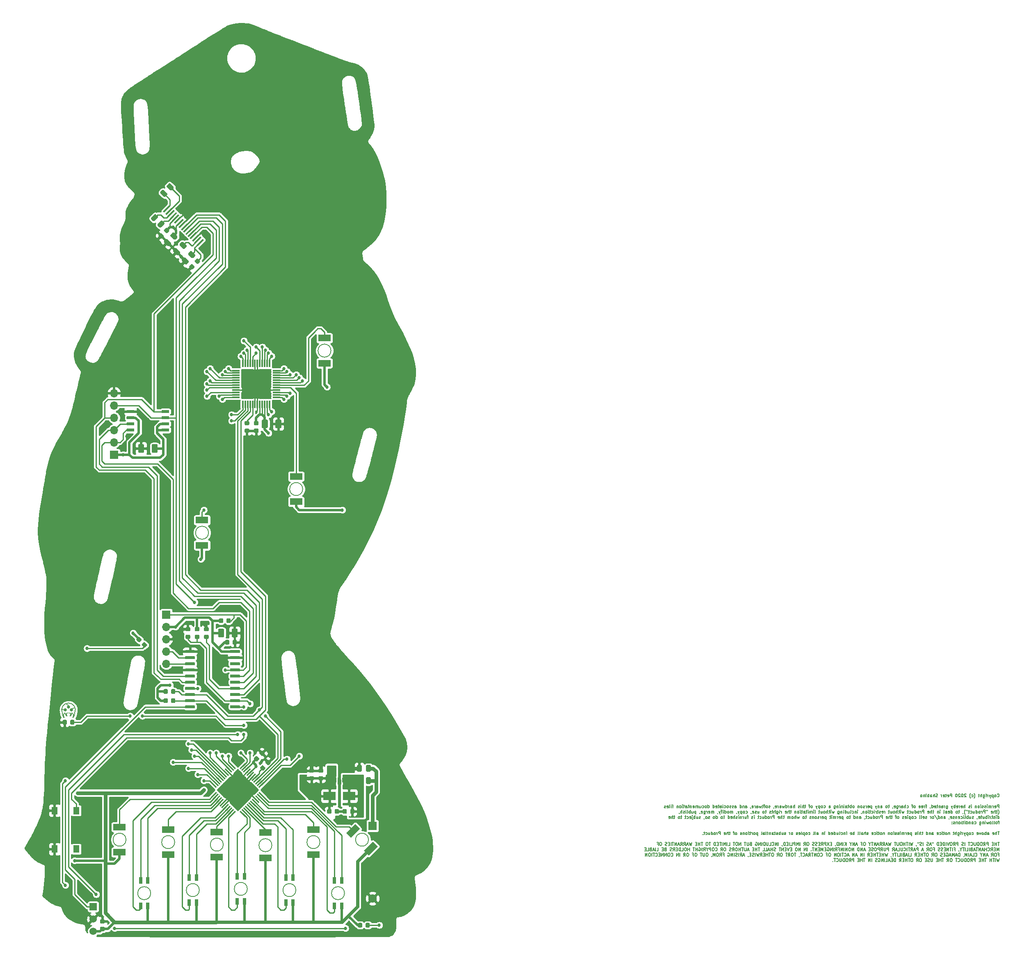
<source format=gbl>
G04 #@! TF.GenerationSoftware,KiCad,Pcbnew,(5.1.5)-3*
G04 #@! TF.CreationDate,2020-02-09T18:17:14-06:00*
G04 #@! TF.ProjectId,tymkrs_Cyphercon_2020_parrot,74796d6b-7273-45f4-9379-70686572636f,V0*
G04 #@! TF.SameCoordinates,Original*
G04 #@! TF.FileFunction,Copper,L2,Bot*
G04 #@! TF.FilePolarity,Positive*
%FSLAX46Y46*%
G04 Gerber Fmt 4.6, Leading zero omitted, Abs format (unit mm)*
G04 Created by KiCad (PCBNEW (5.1.5)-3) date 2020-02-09 18:17:14*
%MOMM*%
%LPD*%
G04 APERTURE LIST*
%ADD10C,0.158750*%
%ADD11C,0.180000*%
%ADD12C,0.177800*%
%ADD13C,0.100000*%
%ADD14R,1.300000X1.550000*%
%ADD15C,1.524000*%
%ADD16R,1.524000X1.524000*%
%ADD17R,1.500000X0.300000*%
%ADD18R,0.300000X1.500000*%
%ADD19R,3.500001X3.500001*%
%ADD20R,2.600000X1.400000*%
%ADD21C,0.635000*%
%ADD22R,0.650000X1.060000*%
%ADD23O,1.700000X1.700000*%
%ADD24R,1.700000X1.700000*%
%ADD25R,0.800000X1.400000*%
%ADD26R,2.500000X1.800000*%
%ADD27C,1.778000*%
%ADD28R,1.778000X1.778000*%
%ADD29C,0.690000*%
%ADD30C,0.254000*%
%ADD31C,0.762000*%
%ADD32C,0.508000*%
%ADD33C,0.635000*%
G04 APERTURE END LIST*
D10*
X283100764Y-167152410D02*
X283131002Y-167182648D01*
X283221717Y-167212886D01*
X283282193Y-167212886D01*
X283372907Y-167182648D01*
X283433383Y-167122172D01*
X283463622Y-167061696D01*
X283493860Y-166940744D01*
X283493860Y-166850029D01*
X283463622Y-166729077D01*
X283433383Y-166668601D01*
X283372907Y-166608125D01*
X283282193Y-166577886D01*
X283221717Y-166577886D01*
X283131002Y-166608125D01*
X283100764Y-166638363D01*
X282737907Y-167212886D02*
X282798383Y-167182648D01*
X282828622Y-167152410D01*
X282858860Y-167091934D01*
X282858860Y-166910505D01*
X282828622Y-166850029D01*
X282798383Y-166819791D01*
X282737907Y-166789553D01*
X282647193Y-166789553D01*
X282586717Y-166819791D01*
X282556479Y-166850029D01*
X282526241Y-166910505D01*
X282526241Y-167091934D01*
X282556479Y-167152410D01*
X282586717Y-167182648D01*
X282647193Y-167212886D01*
X282737907Y-167212886D01*
X282254098Y-166789553D02*
X282254098Y-167424553D01*
X282254098Y-166819791D02*
X282193622Y-166789553D01*
X282072669Y-166789553D01*
X282012193Y-166819791D01*
X281981955Y-166850029D01*
X281951717Y-166910505D01*
X281951717Y-167091934D01*
X281981955Y-167152410D01*
X282012193Y-167182648D01*
X282072669Y-167212886D01*
X282193622Y-167212886D01*
X282254098Y-167182648D01*
X281740050Y-166789553D02*
X281588860Y-167212886D01*
X281437669Y-166789553D02*
X281588860Y-167212886D01*
X281649336Y-167364077D01*
X281679574Y-167394315D01*
X281740050Y-167424553D01*
X281195764Y-167212886D02*
X281195764Y-166789553D01*
X281195764Y-166910505D02*
X281165526Y-166850029D01*
X281135288Y-166819791D01*
X281074812Y-166789553D01*
X281014336Y-166789553D01*
X280802669Y-167212886D02*
X280802669Y-166789553D01*
X280802669Y-166577886D02*
X280832907Y-166608125D01*
X280802669Y-166638363D01*
X280772431Y-166608125D01*
X280802669Y-166577886D01*
X280802669Y-166638363D01*
X280228145Y-166789553D02*
X280228145Y-167303601D01*
X280258383Y-167364077D01*
X280288622Y-167394315D01*
X280349098Y-167424553D01*
X280439812Y-167424553D01*
X280500288Y-167394315D01*
X280228145Y-167182648D02*
X280288622Y-167212886D01*
X280409574Y-167212886D01*
X280470050Y-167182648D01*
X280500288Y-167152410D01*
X280530526Y-167091934D01*
X280530526Y-166910505D01*
X280500288Y-166850029D01*
X280470050Y-166819791D01*
X280409574Y-166789553D01*
X280288622Y-166789553D01*
X280228145Y-166819791D01*
X279925764Y-167212886D02*
X279925764Y-166577886D01*
X279653622Y-167212886D02*
X279653622Y-166880267D01*
X279683860Y-166819791D01*
X279744336Y-166789553D01*
X279835050Y-166789553D01*
X279895526Y-166819791D01*
X279925764Y-166850029D01*
X279441955Y-166789553D02*
X279200050Y-166789553D01*
X279351241Y-166577886D02*
X279351241Y-167122172D01*
X279321002Y-167182648D01*
X279260526Y-167212886D01*
X279200050Y-167212886D01*
X278323145Y-167454791D02*
X278353383Y-167424553D01*
X278413860Y-167333839D01*
X278444098Y-167273363D01*
X278474336Y-167182648D01*
X278504574Y-167031458D01*
X278504574Y-166910505D01*
X278474336Y-166759315D01*
X278444098Y-166668601D01*
X278413860Y-166608125D01*
X278353383Y-166517410D01*
X278323145Y-166487172D01*
X277809098Y-167182648D02*
X277869574Y-167212886D01*
X277990526Y-167212886D01*
X278051002Y-167182648D01*
X278081241Y-167152410D01*
X278111479Y-167091934D01*
X278111479Y-166910505D01*
X278081241Y-166850029D01*
X278051002Y-166819791D01*
X277990526Y-166789553D01*
X277869574Y-166789553D01*
X277809098Y-166819791D01*
X277597431Y-167454791D02*
X277567193Y-167424553D01*
X277506717Y-167333839D01*
X277476479Y-167273363D01*
X277446241Y-167182648D01*
X277416002Y-167031458D01*
X277416002Y-166910505D01*
X277446241Y-166759315D01*
X277476479Y-166668601D01*
X277506717Y-166608125D01*
X277567193Y-166517410D01*
X277597431Y-166487172D01*
X276660050Y-166638363D02*
X276629812Y-166608125D01*
X276569336Y-166577886D01*
X276418145Y-166577886D01*
X276357669Y-166608125D01*
X276327431Y-166638363D01*
X276297193Y-166698839D01*
X276297193Y-166759315D01*
X276327431Y-166850029D01*
X276690288Y-167212886D01*
X276297193Y-167212886D01*
X275904098Y-166577886D02*
X275843622Y-166577886D01*
X275783145Y-166608125D01*
X275752907Y-166638363D01*
X275722669Y-166698839D01*
X275692431Y-166819791D01*
X275692431Y-166970982D01*
X275722669Y-167091934D01*
X275752907Y-167152410D01*
X275783145Y-167182648D01*
X275843622Y-167212886D01*
X275904098Y-167212886D01*
X275964574Y-167182648D01*
X275994812Y-167152410D01*
X276025050Y-167091934D01*
X276055288Y-166970982D01*
X276055288Y-166819791D01*
X276025050Y-166698839D01*
X275994812Y-166638363D01*
X275964574Y-166608125D01*
X275904098Y-166577886D01*
X275450526Y-166638363D02*
X275420288Y-166608125D01*
X275359812Y-166577886D01*
X275208622Y-166577886D01*
X275148145Y-166608125D01*
X275117907Y-166638363D01*
X275087669Y-166698839D01*
X275087669Y-166759315D01*
X275117907Y-166850029D01*
X275480764Y-167212886D01*
X275087669Y-167212886D01*
X274694574Y-166577886D02*
X274634098Y-166577886D01*
X274573622Y-166608125D01*
X274543383Y-166638363D01*
X274513145Y-166698839D01*
X274482907Y-166819791D01*
X274482907Y-166970982D01*
X274513145Y-167091934D01*
X274543383Y-167152410D01*
X274573622Y-167182648D01*
X274634098Y-167212886D01*
X274694574Y-167212886D01*
X274755050Y-167182648D01*
X274785288Y-167152410D01*
X274815526Y-167091934D01*
X274845764Y-166970982D01*
X274845764Y-166819791D01*
X274815526Y-166698839D01*
X274785288Y-166638363D01*
X274755050Y-166608125D01*
X274694574Y-166577886D01*
X273726955Y-167212886D02*
X273726955Y-166577886D01*
X273485050Y-166577886D01*
X273424574Y-166608125D01*
X273394336Y-166638363D01*
X273364098Y-166698839D01*
X273364098Y-166789553D01*
X273394336Y-166850029D01*
X273424574Y-166880267D01*
X273485050Y-166910505D01*
X273726955Y-166910505D01*
X272850050Y-167182648D02*
X272910526Y-167212886D01*
X273031479Y-167212886D01*
X273091955Y-167182648D01*
X273122193Y-167122172D01*
X273122193Y-166880267D01*
X273091955Y-166819791D01*
X273031479Y-166789553D01*
X272910526Y-166789553D01*
X272850050Y-166819791D01*
X272819812Y-166880267D01*
X272819812Y-166940744D01*
X273122193Y-167001220D01*
X272638383Y-166789553D02*
X272396479Y-166789553D01*
X272547669Y-166577886D02*
X272547669Y-167122172D01*
X272517431Y-167182648D01*
X272456955Y-167212886D01*
X272396479Y-167212886D01*
X271942907Y-167182648D02*
X272003383Y-167212886D01*
X272124336Y-167212886D01*
X272184812Y-167182648D01*
X272215050Y-167122172D01*
X272215050Y-166880267D01*
X272184812Y-166819791D01*
X272124336Y-166789553D01*
X272003383Y-166789553D01*
X271942907Y-166819791D01*
X271912669Y-166880267D01*
X271912669Y-166940744D01*
X272215050Y-167001220D01*
X271640526Y-167212886D02*
X271640526Y-166789553D01*
X271640526Y-166910505D02*
X271610288Y-166850029D01*
X271580050Y-166819791D01*
X271519574Y-166789553D01*
X271459098Y-166789553D01*
X270793860Y-167182648D02*
X270703145Y-167212886D01*
X270551955Y-167212886D01*
X270491479Y-167182648D01*
X270461241Y-167152410D01*
X270431002Y-167091934D01*
X270431002Y-167031458D01*
X270461241Y-166970982D01*
X270491479Y-166940744D01*
X270551955Y-166910505D01*
X270672907Y-166880267D01*
X270733383Y-166850029D01*
X270763622Y-166819791D01*
X270793860Y-166759315D01*
X270793860Y-166698839D01*
X270763622Y-166638363D01*
X270733383Y-166608125D01*
X270672907Y-166577886D01*
X270521717Y-166577886D01*
X270431002Y-166608125D01*
X270158860Y-167212886D02*
X270158860Y-166577886D01*
X269886717Y-167212886D02*
X269886717Y-166880267D01*
X269916955Y-166819791D01*
X269977431Y-166789553D01*
X270068145Y-166789553D01*
X270128622Y-166819791D01*
X270158860Y-166850029D01*
X269312193Y-167212886D02*
X269312193Y-166880267D01*
X269342431Y-166819791D01*
X269402907Y-166789553D01*
X269523860Y-166789553D01*
X269584336Y-166819791D01*
X269312193Y-167182648D02*
X269372669Y-167212886D01*
X269523860Y-167212886D01*
X269584336Y-167182648D01*
X269614574Y-167122172D01*
X269614574Y-167061696D01*
X269584336Y-167001220D01*
X269523860Y-166970982D01*
X269372669Y-166970982D01*
X269312193Y-166940744D01*
X269009812Y-167212886D02*
X269009812Y-166577886D01*
X269009812Y-166819791D02*
X268949336Y-166789553D01*
X268828383Y-166789553D01*
X268767907Y-166819791D01*
X268737669Y-166850029D01*
X268707431Y-166910505D01*
X268707431Y-167091934D01*
X268737669Y-167152410D01*
X268767907Y-167182648D01*
X268828383Y-167212886D01*
X268949336Y-167212886D01*
X269009812Y-167182648D01*
X268435288Y-167212886D02*
X268435288Y-166789553D01*
X268435288Y-166577886D02*
X268465526Y-166608125D01*
X268435288Y-166638363D01*
X268405050Y-166608125D01*
X268435288Y-166577886D01*
X268435288Y-166638363D01*
X268132907Y-166789553D02*
X268132907Y-167212886D01*
X268132907Y-166850029D02*
X268102669Y-166819791D01*
X268042193Y-166789553D01*
X267951479Y-166789553D01*
X267891002Y-166819791D01*
X267860764Y-166880267D01*
X267860764Y-167212886D01*
X267467669Y-167212886D02*
X267528145Y-167182648D01*
X267558383Y-167152410D01*
X267588622Y-167091934D01*
X267588622Y-166910505D01*
X267558383Y-166850029D01*
X267528145Y-166819791D01*
X267467669Y-166789553D01*
X267376955Y-166789553D01*
X267316479Y-166819791D01*
X267286241Y-166850029D01*
X267256002Y-166910505D01*
X267256002Y-167091934D01*
X267286241Y-167152410D01*
X267316479Y-167182648D01*
X267376955Y-167212886D01*
X267467669Y-167212886D01*
X283463622Y-169435386D02*
X283463622Y-168800386D01*
X283221717Y-168800386D01*
X283161241Y-168830625D01*
X283131002Y-168860863D01*
X283100764Y-168921339D01*
X283100764Y-169012053D01*
X283131002Y-169072529D01*
X283161241Y-169102767D01*
X283221717Y-169133005D01*
X283463622Y-169133005D01*
X282586717Y-169405148D02*
X282647193Y-169435386D01*
X282768145Y-169435386D01*
X282828622Y-169405148D01*
X282858860Y-169344672D01*
X282858860Y-169102767D01*
X282828622Y-169042291D01*
X282768145Y-169012053D01*
X282647193Y-169012053D01*
X282586717Y-169042291D01*
X282556479Y-169102767D01*
X282556479Y-169163244D01*
X282858860Y-169223720D01*
X282284336Y-169435386D02*
X282284336Y-169012053D01*
X282284336Y-169133005D02*
X282254098Y-169072529D01*
X282223860Y-169042291D01*
X282163383Y-169012053D01*
X282102907Y-169012053D01*
X281891241Y-169435386D02*
X281891241Y-169012053D01*
X281891241Y-169072529D02*
X281861002Y-169042291D01*
X281800526Y-169012053D01*
X281709812Y-169012053D01*
X281649336Y-169042291D01*
X281619098Y-169102767D01*
X281619098Y-169435386D01*
X281619098Y-169102767D02*
X281588860Y-169042291D01*
X281528383Y-169012053D01*
X281437669Y-169012053D01*
X281377193Y-169042291D01*
X281346955Y-169102767D01*
X281346955Y-169435386D01*
X281044574Y-169435386D02*
X281044574Y-169012053D01*
X281044574Y-168800386D02*
X281074812Y-168830625D01*
X281044574Y-168860863D01*
X281014336Y-168830625D01*
X281044574Y-168800386D01*
X281044574Y-168860863D01*
X280772431Y-169405148D02*
X280711955Y-169435386D01*
X280591002Y-169435386D01*
X280530526Y-169405148D01*
X280500288Y-169344672D01*
X280500288Y-169314434D01*
X280530526Y-169253958D01*
X280591002Y-169223720D01*
X280681717Y-169223720D01*
X280742193Y-169193482D01*
X280772431Y-169133005D01*
X280772431Y-169102767D01*
X280742193Y-169042291D01*
X280681717Y-169012053D01*
X280591002Y-169012053D01*
X280530526Y-169042291D01*
X280258383Y-169405148D02*
X280197907Y-169435386D01*
X280076955Y-169435386D01*
X280016479Y-169405148D01*
X279986241Y-169344672D01*
X279986241Y-169314434D01*
X280016479Y-169253958D01*
X280076955Y-169223720D01*
X280167669Y-169223720D01*
X280228145Y-169193482D01*
X280258383Y-169133005D01*
X280258383Y-169102767D01*
X280228145Y-169042291D01*
X280167669Y-169012053D01*
X280076955Y-169012053D01*
X280016479Y-169042291D01*
X279714098Y-169435386D02*
X279714098Y-169012053D01*
X279714098Y-168800386D02*
X279744336Y-168830625D01*
X279714098Y-168860863D01*
X279683860Y-168830625D01*
X279714098Y-168800386D01*
X279714098Y-168860863D01*
X279321002Y-169435386D02*
X279381479Y-169405148D01*
X279411717Y-169374910D01*
X279441955Y-169314434D01*
X279441955Y-169133005D01*
X279411717Y-169072529D01*
X279381479Y-169042291D01*
X279321002Y-169012053D01*
X279230288Y-169012053D01*
X279169812Y-169042291D01*
X279139574Y-169072529D01*
X279109336Y-169133005D01*
X279109336Y-169314434D01*
X279139574Y-169374910D01*
X279169812Y-169405148D01*
X279230288Y-169435386D01*
X279321002Y-169435386D01*
X278837193Y-169012053D02*
X278837193Y-169435386D01*
X278837193Y-169072529D02*
X278806955Y-169042291D01*
X278746479Y-169012053D01*
X278655764Y-169012053D01*
X278595288Y-169042291D01*
X278565050Y-169102767D01*
X278565050Y-169435386D01*
X277778860Y-169435386D02*
X277778860Y-169012053D01*
X277778860Y-168800386D02*
X277809098Y-168830625D01*
X277778860Y-168860863D01*
X277748622Y-168830625D01*
X277778860Y-168800386D01*
X277778860Y-168860863D01*
X277506717Y-169405148D02*
X277446241Y-169435386D01*
X277325288Y-169435386D01*
X277264812Y-169405148D01*
X277234574Y-169344672D01*
X277234574Y-169314434D01*
X277264812Y-169253958D01*
X277325288Y-169223720D01*
X277416002Y-169223720D01*
X277476479Y-169193482D01*
X277506717Y-169133005D01*
X277506717Y-169102767D01*
X277476479Y-169042291D01*
X277416002Y-169012053D01*
X277325288Y-169012053D01*
X277264812Y-169042291D01*
X276478622Y-169435386D02*
X276478622Y-168800386D01*
X276206479Y-169435386D02*
X276206479Y-169102767D01*
X276236717Y-169042291D01*
X276297193Y-169012053D01*
X276387907Y-169012053D01*
X276448383Y-169042291D01*
X276478622Y-169072529D01*
X275662193Y-169405148D02*
X275722669Y-169435386D01*
X275843622Y-169435386D01*
X275904098Y-169405148D01*
X275934336Y-169344672D01*
X275934336Y-169102767D01*
X275904098Y-169042291D01*
X275843622Y-169012053D01*
X275722669Y-169012053D01*
X275662193Y-169042291D01*
X275631955Y-169102767D01*
X275631955Y-169163244D01*
X275934336Y-169223720D01*
X275359812Y-169435386D02*
X275359812Y-169012053D01*
X275359812Y-169133005D02*
X275329574Y-169072529D01*
X275299336Y-169042291D01*
X275238860Y-169012053D01*
X275178383Y-169012053D01*
X274724812Y-169405148D02*
X274785288Y-169435386D01*
X274906241Y-169435386D01*
X274966717Y-169405148D01*
X274996955Y-169344672D01*
X274996955Y-169102767D01*
X274966717Y-169042291D01*
X274906241Y-169012053D01*
X274785288Y-169012053D01*
X274724812Y-169042291D01*
X274694574Y-169102767D01*
X274694574Y-169163244D01*
X274996955Y-169223720D01*
X274422431Y-169435386D02*
X274422431Y-168800386D01*
X274422431Y-169042291D02*
X274361955Y-169012053D01*
X274241002Y-169012053D01*
X274180526Y-169042291D01*
X274150288Y-169072529D01*
X274120050Y-169133005D01*
X274120050Y-169314434D01*
X274150288Y-169374910D01*
X274180526Y-169405148D01*
X274241002Y-169435386D01*
X274361955Y-169435386D01*
X274422431Y-169405148D01*
X273908383Y-169012053D02*
X273757193Y-169435386D01*
X273606002Y-169012053D02*
X273757193Y-169435386D01*
X273817669Y-169586577D01*
X273847907Y-169616815D01*
X273908383Y-169647053D01*
X272608145Y-169012053D02*
X272608145Y-169526101D01*
X272638383Y-169586577D01*
X272668622Y-169616815D01*
X272729098Y-169647053D01*
X272819812Y-169647053D01*
X272880288Y-169616815D01*
X272608145Y-169405148D02*
X272668622Y-169435386D01*
X272789574Y-169435386D01*
X272850050Y-169405148D01*
X272880288Y-169374910D01*
X272910526Y-169314434D01*
X272910526Y-169133005D01*
X272880288Y-169072529D01*
X272850050Y-169042291D01*
X272789574Y-169012053D01*
X272668622Y-169012053D01*
X272608145Y-169042291D01*
X272305764Y-169435386D02*
X272305764Y-169012053D01*
X272305764Y-169133005D02*
X272275526Y-169072529D01*
X272245288Y-169042291D01*
X272184812Y-169012053D01*
X272124336Y-169012053D01*
X271640526Y-169435386D02*
X271640526Y-169102767D01*
X271670764Y-169042291D01*
X271731241Y-169012053D01*
X271852193Y-169012053D01*
X271912669Y-169042291D01*
X271640526Y-169405148D02*
X271701002Y-169435386D01*
X271852193Y-169435386D01*
X271912669Y-169405148D01*
X271942907Y-169344672D01*
X271942907Y-169284196D01*
X271912669Y-169223720D01*
X271852193Y-169193482D01*
X271701002Y-169193482D01*
X271640526Y-169163244D01*
X271338145Y-169012053D02*
X271338145Y-169435386D01*
X271338145Y-169072529D02*
X271307907Y-169042291D01*
X271247431Y-169012053D01*
X271156717Y-169012053D01*
X271096241Y-169042291D01*
X271066002Y-169102767D01*
X271066002Y-169435386D01*
X270854336Y-169012053D02*
X270612431Y-169012053D01*
X270763622Y-168800386D02*
X270763622Y-169344672D01*
X270733383Y-169405148D01*
X270672907Y-169435386D01*
X270612431Y-169435386D01*
X270158860Y-169405148D02*
X270219336Y-169435386D01*
X270340288Y-169435386D01*
X270400764Y-169405148D01*
X270431002Y-169344672D01*
X270431002Y-169102767D01*
X270400764Y-169042291D01*
X270340288Y-169012053D01*
X270219336Y-169012053D01*
X270158860Y-169042291D01*
X270128622Y-169102767D01*
X270128622Y-169163244D01*
X270431002Y-169223720D01*
X269584336Y-169435386D02*
X269584336Y-168800386D01*
X269584336Y-169405148D02*
X269644812Y-169435386D01*
X269765764Y-169435386D01*
X269826241Y-169405148D01*
X269856479Y-169374910D01*
X269886717Y-169314434D01*
X269886717Y-169133005D01*
X269856479Y-169072529D01*
X269826241Y-169042291D01*
X269765764Y-169012053D01*
X269644812Y-169012053D01*
X269584336Y-169042291D01*
X269251717Y-169405148D02*
X269251717Y-169435386D01*
X269281955Y-169495863D01*
X269312193Y-169526101D01*
X268586479Y-169012053D02*
X268344574Y-169012053D01*
X268495764Y-169435386D02*
X268495764Y-168891101D01*
X268465526Y-168830625D01*
X268405050Y-168800386D01*
X268344574Y-168800386D01*
X268132907Y-169435386D02*
X268132907Y-169012053D01*
X268132907Y-169133005D02*
X268102669Y-169072529D01*
X268072431Y-169042291D01*
X268011955Y-169012053D01*
X267951479Y-169012053D01*
X267497907Y-169405148D02*
X267558383Y-169435386D01*
X267679336Y-169435386D01*
X267739812Y-169405148D01*
X267770050Y-169344672D01*
X267770050Y-169102767D01*
X267739812Y-169042291D01*
X267679336Y-169012053D01*
X267558383Y-169012053D01*
X267497907Y-169042291D01*
X267467669Y-169102767D01*
X267467669Y-169163244D01*
X267770050Y-169223720D01*
X266953622Y-169405148D02*
X267014098Y-169435386D01*
X267135050Y-169435386D01*
X267195526Y-169405148D01*
X267225764Y-169344672D01*
X267225764Y-169102767D01*
X267195526Y-169042291D01*
X267135050Y-169012053D01*
X267014098Y-169012053D01*
X266953622Y-169042291D01*
X266923383Y-169102767D01*
X266923383Y-169163244D01*
X267225764Y-169223720D01*
X266076717Y-169435386D02*
X266137193Y-169405148D01*
X266167431Y-169374910D01*
X266197669Y-169314434D01*
X266197669Y-169133005D01*
X266167431Y-169072529D01*
X266137193Y-169042291D01*
X266076717Y-169012053D01*
X265986002Y-169012053D01*
X265925526Y-169042291D01*
X265895288Y-169072529D01*
X265865050Y-169133005D01*
X265865050Y-169314434D01*
X265895288Y-169374910D01*
X265925526Y-169405148D01*
X265986002Y-169435386D01*
X266076717Y-169435386D01*
X265683622Y-169012053D02*
X265441717Y-169012053D01*
X265592907Y-169435386D02*
X265592907Y-168891101D01*
X265562669Y-168830625D01*
X265502193Y-168800386D01*
X265441717Y-168800386D01*
X264474098Y-169405148D02*
X264534574Y-169435386D01*
X264655526Y-169435386D01*
X264716002Y-169405148D01*
X264746241Y-169374910D01*
X264776479Y-169314434D01*
X264776479Y-169133005D01*
X264746241Y-169072529D01*
X264716002Y-169042291D01*
X264655526Y-169012053D01*
X264534574Y-169012053D01*
X264474098Y-169042291D01*
X264201955Y-169435386D02*
X264201955Y-168800386D01*
X263929812Y-169435386D02*
X263929812Y-169102767D01*
X263960050Y-169042291D01*
X264020526Y-169012053D01*
X264111241Y-169012053D01*
X264171717Y-169042291D01*
X264201955Y-169072529D01*
X263355288Y-169435386D02*
X263355288Y-169102767D01*
X263385526Y-169042291D01*
X263446002Y-169012053D01*
X263566955Y-169012053D01*
X263627431Y-169042291D01*
X263355288Y-169405148D02*
X263415764Y-169435386D01*
X263566955Y-169435386D01*
X263627431Y-169405148D01*
X263657669Y-169344672D01*
X263657669Y-169284196D01*
X263627431Y-169223720D01*
X263566955Y-169193482D01*
X263415764Y-169193482D01*
X263355288Y-169163244D01*
X263052907Y-169435386D02*
X263052907Y-169012053D01*
X263052907Y-169133005D02*
X263022669Y-169072529D01*
X262992431Y-169042291D01*
X262931955Y-169012053D01*
X262871479Y-169012053D01*
X262387669Y-169012053D02*
X262387669Y-169526101D01*
X262417907Y-169586577D01*
X262448145Y-169616815D01*
X262508622Y-169647053D01*
X262599336Y-169647053D01*
X262659812Y-169616815D01*
X262387669Y-169405148D02*
X262448145Y-169435386D01*
X262569098Y-169435386D01*
X262629574Y-169405148D01*
X262659812Y-169374910D01*
X262690050Y-169314434D01*
X262690050Y-169133005D01*
X262659812Y-169072529D01*
X262629574Y-169042291D01*
X262569098Y-169012053D01*
X262448145Y-169012053D01*
X262387669Y-169042291D01*
X261843383Y-169405148D02*
X261903860Y-169435386D01*
X262024812Y-169435386D01*
X262085288Y-169405148D01*
X262115526Y-169344672D01*
X262115526Y-169102767D01*
X262085288Y-169042291D01*
X262024812Y-169012053D01*
X261903860Y-169012053D01*
X261843383Y-169042291D01*
X261813145Y-169102767D01*
X261813145Y-169163244D01*
X262115526Y-169223720D01*
X261510764Y-169405148D02*
X261510764Y-169435386D01*
X261541002Y-169495863D01*
X261571241Y-169526101D01*
X260845526Y-169012053D02*
X260603622Y-169012053D01*
X260754812Y-168800386D02*
X260754812Y-169344672D01*
X260724574Y-169405148D01*
X260664098Y-169435386D01*
X260603622Y-169435386D01*
X260301241Y-169435386D02*
X260361717Y-169405148D01*
X260391955Y-169374910D01*
X260422193Y-169314434D01*
X260422193Y-169133005D01*
X260391955Y-169072529D01*
X260361717Y-169042291D01*
X260301241Y-169012053D01*
X260210526Y-169012053D01*
X260150050Y-169042291D01*
X260119812Y-169072529D01*
X260089574Y-169133005D01*
X260089574Y-169314434D01*
X260119812Y-169374910D01*
X260150050Y-169405148D01*
X260210526Y-169435386D01*
X260301241Y-169435386D01*
X259061479Y-169435386D02*
X259061479Y-169102767D01*
X259091717Y-169042291D01*
X259152193Y-169012053D01*
X259273145Y-169012053D01*
X259333622Y-169042291D01*
X259061479Y-169405148D02*
X259121955Y-169435386D01*
X259273145Y-169435386D01*
X259333622Y-169405148D01*
X259363860Y-169344672D01*
X259363860Y-169284196D01*
X259333622Y-169223720D01*
X259273145Y-169193482D01*
X259121955Y-169193482D01*
X259061479Y-169163244D01*
X258759098Y-169012053D02*
X258759098Y-169435386D01*
X258759098Y-169072529D02*
X258728860Y-169042291D01*
X258668383Y-169012053D01*
X258577669Y-169012053D01*
X258517193Y-169042291D01*
X258486955Y-169102767D01*
X258486955Y-169435386D01*
X258245050Y-169012053D02*
X258093860Y-169435386D01*
X257942669Y-169012053D02*
X258093860Y-169435386D01*
X258154336Y-169586577D01*
X258184574Y-169616815D01*
X258245050Y-169647053D01*
X257216955Y-169012053D02*
X257216955Y-169647053D01*
X257216955Y-169042291D02*
X257156479Y-169012053D01*
X257035526Y-169012053D01*
X256975050Y-169042291D01*
X256944812Y-169072529D01*
X256914574Y-169133005D01*
X256914574Y-169314434D01*
X256944812Y-169374910D01*
X256975050Y-169405148D01*
X257035526Y-169435386D01*
X257156479Y-169435386D01*
X257216955Y-169405148D01*
X256400526Y-169405148D02*
X256461002Y-169435386D01*
X256581955Y-169435386D01*
X256642431Y-169405148D01*
X256672669Y-169344672D01*
X256672669Y-169102767D01*
X256642431Y-169042291D01*
X256581955Y-169012053D01*
X256461002Y-169012053D01*
X256400526Y-169042291D01*
X256370288Y-169102767D01*
X256370288Y-169163244D01*
X256672669Y-169223720D01*
X256098145Y-169435386D02*
X256098145Y-169012053D01*
X256098145Y-169133005D02*
X256067907Y-169072529D01*
X256037669Y-169042291D01*
X255977193Y-169012053D01*
X255916717Y-169012053D01*
X255735288Y-169405148D02*
X255674812Y-169435386D01*
X255553860Y-169435386D01*
X255493383Y-169405148D01*
X255463145Y-169344672D01*
X255463145Y-169314434D01*
X255493383Y-169253958D01*
X255553860Y-169223720D01*
X255644574Y-169223720D01*
X255705050Y-169193482D01*
X255735288Y-169133005D01*
X255735288Y-169102767D01*
X255705050Y-169042291D01*
X255644574Y-169012053D01*
X255553860Y-169012053D01*
X255493383Y-169042291D01*
X255100288Y-169435386D02*
X255160764Y-169405148D01*
X255191002Y-169374910D01*
X255221241Y-169314434D01*
X255221241Y-169133005D01*
X255191002Y-169072529D01*
X255160764Y-169042291D01*
X255100288Y-169012053D01*
X255009574Y-169012053D01*
X254949098Y-169042291D01*
X254918860Y-169072529D01*
X254888622Y-169133005D01*
X254888622Y-169314434D01*
X254918860Y-169374910D01*
X254949098Y-169405148D01*
X255009574Y-169435386D01*
X255100288Y-169435386D01*
X254616479Y-169012053D02*
X254616479Y-169435386D01*
X254616479Y-169072529D02*
X254586241Y-169042291D01*
X254525764Y-169012053D01*
X254435050Y-169012053D01*
X254374574Y-169042291D01*
X254344336Y-169102767D01*
X254344336Y-169435386D01*
X253467431Y-169435386D02*
X253527907Y-169405148D01*
X253558145Y-169374910D01*
X253588383Y-169314434D01*
X253588383Y-169133005D01*
X253558145Y-169072529D01*
X253527907Y-169042291D01*
X253467431Y-169012053D01*
X253376717Y-169012053D01*
X253316241Y-169042291D01*
X253286002Y-169072529D01*
X253255764Y-169133005D01*
X253255764Y-169314434D01*
X253286002Y-169374910D01*
X253316241Y-169405148D01*
X253376717Y-169435386D01*
X253467431Y-169435386D01*
X252983622Y-169435386D02*
X252983622Y-168800386D01*
X252983622Y-169042291D02*
X252923145Y-169012053D01*
X252802193Y-169012053D01*
X252741717Y-169042291D01*
X252711479Y-169072529D01*
X252681241Y-169133005D01*
X252681241Y-169314434D01*
X252711479Y-169374910D01*
X252741717Y-169405148D01*
X252802193Y-169435386D01*
X252923145Y-169435386D01*
X252983622Y-169405148D01*
X252499812Y-169012053D02*
X252257907Y-169012053D01*
X252409098Y-168800386D02*
X252409098Y-169344672D01*
X252378860Y-169405148D01*
X252318383Y-169435386D01*
X252257907Y-169435386D01*
X251774098Y-169435386D02*
X251774098Y-169102767D01*
X251804336Y-169042291D01*
X251864812Y-169012053D01*
X251985764Y-169012053D01*
X252046241Y-169042291D01*
X251774098Y-169405148D02*
X251834574Y-169435386D01*
X251985764Y-169435386D01*
X252046241Y-169405148D01*
X252076479Y-169344672D01*
X252076479Y-169284196D01*
X252046241Y-169223720D01*
X251985764Y-169193482D01*
X251834574Y-169193482D01*
X251774098Y-169163244D01*
X251471717Y-169435386D02*
X251471717Y-169012053D01*
X251471717Y-168800386D02*
X251501955Y-168830625D01*
X251471717Y-168860863D01*
X251441479Y-168830625D01*
X251471717Y-168800386D01*
X251471717Y-168860863D01*
X251169336Y-169012053D02*
X251169336Y-169435386D01*
X251169336Y-169072529D02*
X251139098Y-169042291D01*
X251078622Y-169012053D01*
X250987907Y-169012053D01*
X250927431Y-169042291D01*
X250897193Y-169102767D01*
X250897193Y-169435386D01*
X250594812Y-169435386D02*
X250594812Y-169012053D01*
X250594812Y-168800386D02*
X250625050Y-168830625D01*
X250594812Y-168860863D01*
X250564574Y-168830625D01*
X250594812Y-168800386D01*
X250594812Y-168860863D01*
X250292431Y-169012053D02*
X250292431Y-169435386D01*
X250292431Y-169072529D02*
X250262193Y-169042291D01*
X250201717Y-169012053D01*
X250111002Y-169012053D01*
X250050526Y-169042291D01*
X250020288Y-169102767D01*
X250020288Y-169435386D01*
X249445764Y-169012053D02*
X249445764Y-169526101D01*
X249476002Y-169586577D01*
X249506241Y-169616815D01*
X249566717Y-169647053D01*
X249657431Y-169647053D01*
X249717907Y-169616815D01*
X249445764Y-169405148D02*
X249506241Y-169435386D01*
X249627193Y-169435386D01*
X249687669Y-169405148D01*
X249717907Y-169374910D01*
X249748145Y-169314434D01*
X249748145Y-169133005D01*
X249717907Y-169072529D01*
X249687669Y-169042291D01*
X249627193Y-169012053D01*
X249506241Y-169012053D01*
X249445764Y-169042291D01*
X248387431Y-169435386D02*
X248387431Y-169102767D01*
X248417669Y-169042291D01*
X248478145Y-169012053D01*
X248599098Y-169012053D01*
X248659574Y-169042291D01*
X248387431Y-169405148D02*
X248447907Y-169435386D01*
X248599098Y-169435386D01*
X248659574Y-169405148D01*
X248689812Y-169344672D01*
X248689812Y-169284196D01*
X248659574Y-169223720D01*
X248599098Y-169193482D01*
X248447907Y-169193482D01*
X248387431Y-169163244D01*
X247329098Y-169405148D02*
X247389574Y-169435386D01*
X247510526Y-169435386D01*
X247571002Y-169405148D01*
X247601241Y-169374910D01*
X247631479Y-169314434D01*
X247631479Y-169133005D01*
X247601241Y-169072529D01*
X247571002Y-169042291D01*
X247510526Y-169012053D01*
X247389574Y-169012053D01*
X247329098Y-169042291D01*
X246966241Y-169435386D02*
X247026717Y-169405148D01*
X247056955Y-169374910D01*
X247087193Y-169314434D01*
X247087193Y-169133005D01*
X247056955Y-169072529D01*
X247026717Y-169042291D01*
X246966241Y-169012053D01*
X246875526Y-169012053D01*
X246815050Y-169042291D01*
X246784812Y-169072529D01*
X246754574Y-169133005D01*
X246754574Y-169314434D01*
X246784812Y-169374910D01*
X246815050Y-169405148D01*
X246875526Y-169435386D01*
X246966241Y-169435386D01*
X246482431Y-169012053D02*
X246482431Y-169647053D01*
X246482431Y-169042291D02*
X246421955Y-169012053D01*
X246301002Y-169012053D01*
X246240526Y-169042291D01*
X246210288Y-169072529D01*
X246180050Y-169133005D01*
X246180050Y-169314434D01*
X246210288Y-169374910D01*
X246240526Y-169405148D01*
X246301002Y-169435386D01*
X246421955Y-169435386D01*
X246482431Y-169405148D01*
X245968383Y-169012053D02*
X245817193Y-169435386D01*
X245666002Y-169012053D02*
X245817193Y-169435386D01*
X245877669Y-169586577D01*
X245907907Y-169616815D01*
X245968383Y-169647053D01*
X244849574Y-169435386D02*
X244910050Y-169405148D01*
X244940288Y-169374910D01*
X244970526Y-169314434D01*
X244970526Y-169133005D01*
X244940288Y-169072529D01*
X244910050Y-169042291D01*
X244849574Y-169012053D01*
X244758860Y-169012053D01*
X244698383Y-169042291D01*
X244668145Y-169072529D01*
X244637907Y-169133005D01*
X244637907Y-169314434D01*
X244668145Y-169374910D01*
X244698383Y-169405148D01*
X244758860Y-169435386D01*
X244849574Y-169435386D01*
X244456479Y-169012053D02*
X244214574Y-169012053D01*
X244365764Y-169435386D02*
X244365764Y-168891101D01*
X244335526Y-168830625D01*
X244275050Y-168800386D01*
X244214574Y-168800386D01*
X243609812Y-169012053D02*
X243367907Y-169012053D01*
X243519098Y-168800386D02*
X243519098Y-169344672D01*
X243488860Y-169405148D01*
X243428383Y-169435386D01*
X243367907Y-169435386D01*
X243156241Y-169435386D02*
X243156241Y-168800386D01*
X242884098Y-169435386D02*
X242884098Y-169102767D01*
X242914336Y-169042291D01*
X242974812Y-169012053D01*
X243065526Y-169012053D01*
X243126002Y-169042291D01*
X243156241Y-169072529D01*
X242581717Y-169435386D02*
X242581717Y-169012053D01*
X242581717Y-168800386D02*
X242611955Y-168830625D01*
X242581717Y-168860863D01*
X242551479Y-168830625D01*
X242581717Y-168800386D01*
X242581717Y-168860863D01*
X242309574Y-169405148D02*
X242249098Y-169435386D01*
X242128145Y-169435386D01*
X242067669Y-169405148D01*
X242037431Y-169344672D01*
X242037431Y-169314434D01*
X242067669Y-169253958D01*
X242128145Y-169223720D01*
X242218860Y-169223720D01*
X242279336Y-169193482D01*
X242309574Y-169133005D01*
X242309574Y-169102767D01*
X242279336Y-169042291D01*
X242218860Y-169012053D01*
X242128145Y-169012053D01*
X242067669Y-169042291D01*
X241281479Y-169435386D02*
X241281479Y-168800386D01*
X241009336Y-169435386D02*
X241009336Y-169102767D01*
X241039574Y-169042291D01*
X241100050Y-169012053D01*
X241190764Y-169012053D01*
X241251241Y-169042291D01*
X241281479Y-169072529D01*
X240434812Y-169435386D02*
X240434812Y-169102767D01*
X240465050Y-169042291D01*
X240525526Y-169012053D01*
X240646479Y-169012053D01*
X240706955Y-169042291D01*
X240434812Y-169405148D02*
X240495288Y-169435386D01*
X240646479Y-169435386D01*
X240706955Y-169405148D01*
X240737193Y-169344672D01*
X240737193Y-169284196D01*
X240706955Y-169223720D01*
X240646479Y-169193482D01*
X240495288Y-169193482D01*
X240434812Y-169163244D01*
X240132431Y-169435386D02*
X240132431Y-169012053D01*
X240132431Y-169133005D02*
X240102193Y-169072529D01*
X240071955Y-169042291D01*
X240011479Y-169012053D01*
X239951002Y-169012053D01*
X239467193Y-169435386D02*
X239467193Y-168800386D01*
X239467193Y-169405148D02*
X239527669Y-169435386D01*
X239648622Y-169435386D01*
X239709098Y-169405148D01*
X239739336Y-169374910D01*
X239769574Y-169314434D01*
X239769574Y-169133005D01*
X239739336Y-169072529D01*
X239709098Y-169042291D01*
X239648622Y-169012053D01*
X239527669Y-169012053D01*
X239467193Y-169042291D01*
X239225288Y-169012053D02*
X239104336Y-169435386D01*
X238983383Y-169133005D01*
X238862431Y-169435386D01*
X238741479Y-169012053D01*
X238227431Y-169435386D02*
X238227431Y-169102767D01*
X238257669Y-169042291D01*
X238318145Y-169012053D01*
X238439098Y-169012053D01*
X238499574Y-169042291D01*
X238227431Y-169405148D02*
X238287907Y-169435386D01*
X238439098Y-169435386D01*
X238499574Y-169405148D01*
X238529812Y-169344672D01*
X238529812Y-169284196D01*
X238499574Y-169223720D01*
X238439098Y-169193482D01*
X238287907Y-169193482D01*
X238227431Y-169163244D01*
X237925050Y-169435386D02*
X237925050Y-169012053D01*
X237925050Y-169133005D02*
X237894812Y-169072529D01*
X237864574Y-169042291D01*
X237804098Y-169012053D01*
X237743622Y-169012053D01*
X237290050Y-169405148D02*
X237350526Y-169435386D01*
X237471479Y-169435386D01*
X237531955Y-169405148D01*
X237562193Y-169344672D01*
X237562193Y-169102767D01*
X237531955Y-169042291D01*
X237471479Y-169012053D01*
X237350526Y-169012053D01*
X237290050Y-169042291D01*
X237259812Y-169102767D01*
X237259812Y-169163244D01*
X237562193Y-169223720D01*
X236957431Y-169405148D02*
X236957431Y-169435386D01*
X236987669Y-169495863D01*
X237017907Y-169526101D01*
X236231717Y-169405148D02*
X236171241Y-169435386D01*
X236050288Y-169435386D01*
X235989812Y-169405148D01*
X235959574Y-169344672D01*
X235959574Y-169314434D01*
X235989812Y-169253958D01*
X236050288Y-169223720D01*
X236141002Y-169223720D01*
X236201479Y-169193482D01*
X236231717Y-169133005D01*
X236231717Y-169102767D01*
X236201479Y-169042291D01*
X236141002Y-169012053D01*
X236050288Y-169012053D01*
X235989812Y-169042291D01*
X235596717Y-169435386D02*
X235657193Y-169405148D01*
X235687431Y-169374910D01*
X235717669Y-169314434D01*
X235717669Y-169133005D01*
X235687431Y-169072529D01*
X235657193Y-169042291D01*
X235596717Y-169012053D01*
X235506002Y-169012053D01*
X235445526Y-169042291D01*
X235415288Y-169072529D01*
X235385050Y-169133005D01*
X235385050Y-169314434D01*
X235415288Y-169374910D01*
X235445526Y-169405148D01*
X235506002Y-169435386D01*
X235596717Y-169435386D01*
X235203622Y-169012053D02*
X234961717Y-169012053D01*
X235112907Y-169435386D02*
X235112907Y-168891101D01*
X235082669Y-168830625D01*
X235022193Y-168800386D01*
X234961717Y-168800386D01*
X234840764Y-169012053D02*
X234598860Y-169012053D01*
X234750050Y-168800386D02*
X234750050Y-169344672D01*
X234719812Y-169405148D01*
X234659336Y-169435386D01*
X234598860Y-169435386D01*
X234447669Y-169012053D02*
X234326717Y-169435386D01*
X234205764Y-169133005D01*
X234084812Y-169435386D01*
X233963860Y-169012053D01*
X233449812Y-169435386D02*
X233449812Y-169102767D01*
X233480050Y-169042291D01*
X233540526Y-169012053D01*
X233661479Y-169012053D01*
X233721955Y-169042291D01*
X233449812Y-169405148D02*
X233510288Y-169435386D01*
X233661479Y-169435386D01*
X233721955Y-169405148D01*
X233752193Y-169344672D01*
X233752193Y-169284196D01*
X233721955Y-169223720D01*
X233661479Y-169193482D01*
X233510288Y-169193482D01*
X233449812Y-169163244D01*
X233147431Y-169435386D02*
X233147431Y-169012053D01*
X233147431Y-169133005D02*
X233117193Y-169072529D01*
X233086955Y-169042291D01*
X233026479Y-169012053D01*
X232966002Y-169012053D01*
X232512431Y-169405148D02*
X232572907Y-169435386D01*
X232693860Y-169435386D01*
X232754336Y-169405148D01*
X232784574Y-169344672D01*
X232784574Y-169102767D01*
X232754336Y-169042291D01*
X232693860Y-169012053D01*
X232572907Y-169012053D01*
X232512431Y-169042291D01*
X232482193Y-169102767D01*
X232482193Y-169163244D01*
X232784574Y-169223720D01*
X232179812Y-169405148D02*
X232179812Y-169435386D01*
X232210050Y-169495863D01*
X232240288Y-169526101D01*
X231151717Y-169435386D02*
X231151717Y-169102767D01*
X231181955Y-169042291D01*
X231242431Y-169012053D01*
X231363383Y-169012053D01*
X231423860Y-169042291D01*
X231151717Y-169405148D02*
X231212193Y-169435386D01*
X231363383Y-169435386D01*
X231423860Y-169405148D01*
X231454098Y-169344672D01*
X231454098Y-169284196D01*
X231423860Y-169223720D01*
X231363383Y-169193482D01*
X231212193Y-169193482D01*
X231151717Y-169163244D01*
X230849336Y-169012053D02*
X230849336Y-169435386D01*
X230849336Y-169072529D02*
X230819098Y-169042291D01*
X230758622Y-169012053D01*
X230667907Y-169012053D01*
X230607431Y-169042291D01*
X230577193Y-169102767D01*
X230577193Y-169435386D01*
X230002669Y-169435386D02*
X230002669Y-168800386D01*
X230002669Y-169405148D02*
X230063145Y-169435386D01*
X230184098Y-169435386D01*
X230244574Y-169405148D01*
X230274812Y-169374910D01*
X230305050Y-169314434D01*
X230305050Y-169133005D01*
X230274812Y-169072529D01*
X230244574Y-169042291D01*
X230184098Y-169012053D01*
X230063145Y-169012053D01*
X230002669Y-169042291D01*
X228944336Y-169435386D02*
X228944336Y-169102767D01*
X228974574Y-169042291D01*
X229035050Y-169012053D01*
X229156002Y-169012053D01*
X229216479Y-169042291D01*
X228944336Y-169405148D02*
X229004812Y-169435386D01*
X229156002Y-169435386D01*
X229216479Y-169405148D01*
X229246717Y-169344672D01*
X229246717Y-169284196D01*
X229216479Y-169223720D01*
X229156002Y-169193482D01*
X229004812Y-169193482D01*
X228944336Y-169163244D01*
X228672193Y-169405148D02*
X228611717Y-169435386D01*
X228490764Y-169435386D01*
X228430288Y-169405148D01*
X228400050Y-169344672D01*
X228400050Y-169314434D01*
X228430288Y-169253958D01*
X228490764Y-169223720D01*
X228581479Y-169223720D01*
X228641955Y-169193482D01*
X228672193Y-169133005D01*
X228672193Y-169102767D01*
X228641955Y-169042291D01*
X228581479Y-169012053D01*
X228490764Y-169012053D01*
X228430288Y-169042291D01*
X228158145Y-169405148D02*
X228097669Y-169435386D01*
X227976717Y-169435386D01*
X227916241Y-169405148D01*
X227886002Y-169344672D01*
X227886002Y-169314434D01*
X227916241Y-169253958D01*
X227976717Y-169223720D01*
X228067431Y-169223720D01*
X228127907Y-169193482D01*
X228158145Y-169133005D01*
X228158145Y-169102767D01*
X228127907Y-169042291D01*
X228067431Y-169012053D01*
X227976717Y-169012053D01*
X227916241Y-169042291D01*
X227523145Y-169435386D02*
X227583622Y-169405148D01*
X227613860Y-169374910D01*
X227644098Y-169314434D01*
X227644098Y-169133005D01*
X227613860Y-169072529D01*
X227583622Y-169042291D01*
X227523145Y-169012053D01*
X227432431Y-169012053D01*
X227371955Y-169042291D01*
X227341717Y-169072529D01*
X227311479Y-169133005D01*
X227311479Y-169314434D01*
X227341717Y-169374910D01*
X227371955Y-169405148D01*
X227432431Y-169435386D01*
X227523145Y-169435386D01*
X226767193Y-169405148D02*
X226827669Y-169435386D01*
X226948622Y-169435386D01*
X227009098Y-169405148D01*
X227039336Y-169374910D01*
X227069574Y-169314434D01*
X227069574Y-169133005D01*
X227039336Y-169072529D01*
X227009098Y-169042291D01*
X226948622Y-169012053D01*
X226827669Y-169012053D01*
X226767193Y-169042291D01*
X226495050Y-169435386D02*
X226495050Y-169012053D01*
X226495050Y-168800386D02*
X226525288Y-168830625D01*
X226495050Y-168860863D01*
X226464812Y-168830625D01*
X226495050Y-168800386D01*
X226495050Y-168860863D01*
X225920526Y-169435386D02*
X225920526Y-169102767D01*
X225950764Y-169042291D01*
X226011241Y-169012053D01*
X226132193Y-169012053D01*
X226192669Y-169042291D01*
X225920526Y-169405148D02*
X225981002Y-169435386D01*
X226132193Y-169435386D01*
X226192669Y-169405148D01*
X226222907Y-169344672D01*
X226222907Y-169284196D01*
X226192669Y-169223720D01*
X226132193Y-169193482D01*
X225981002Y-169193482D01*
X225920526Y-169163244D01*
X225708860Y-169012053D02*
X225466955Y-169012053D01*
X225618145Y-168800386D02*
X225618145Y-169344672D01*
X225587907Y-169405148D01*
X225527431Y-169435386D01*
X225466955Y-169435386D01*
X225013383Y-169405148D02*
X225073860Y-169435386D01*
X225194812Y-169435386D01*
X225255288Y-169405148D01*
X225285526Y-169344672D01*
X225285526Y-169102767D01*
X225255288Y-169042291D01*
X225194812Y-169012053D01*
X225073860Y-169012053D01*
X225013383Y-169042291D01*
X224983145Y-169102767D01*
X224983145Y-169163244D01*
X225285526Y-169223720D01*
X224438860Y-169435386D02*
X224438860Y-168800386D01*
X224438860Y-169405148D02*
X224499336Y-169435386D01*
X224620288Y-169435386D01*
X224680764Y-169405148D01*
X224711002Y-169374910D01*
X224741241Y-169314434D01*
X224741241Y-169133005D01*
X224711002Y-169072529D01*
X224680764Y-169042291D01*
X224620288Y-169012053D01*
X224499336Y-169012053D01*
X224438860Y-169042291D01*
X223380526Y-169435386D02*
X223380526Y-168800386D01*
X223380526Y-169405148D02*
X223441002Y-169435386D01*
X223561955Y-169435386D01*
X223622431Y-169405148D01*
X223652669Y-169374910D01*
X223682907Y-169314434D01*
X223682907Y-169133005D01*
X223652669Y-169072529D01*
X223622431Y-169042291D01*
X223561955Y-169012053D01*
X223441002Y-169012053D01*
X223380526Y-169042291D01*
X222987431Y-169435386D02*
X223047907Y-169405148D01*
X223078145Y-169374910D01*
X223108383Y-169314434D01*
X223108383Y-169133005D01*
X223078145Y-169072529D01*
X223047907Y-169042291D01*
X222987431Y-169012053D01*
X222896717Y-169012053D01*
X222836241Y-169042291D01*
X222806002Y-169072529D01*
X222775764Y-169133005D01*
X222775764Y-169314434D01*
X222806002Y-169374910D01*
X222836241Y-169405148D01*
X222896717Y-169435386D01*
X222987431Y-169435386D01*
X222231479Y-169405148D02*
X222291955Y-169435386D01*
X222412907Y-169435386D01*
X222473383Y-169405148D01*
X222503622Y-169374910D01*
X222533860Y-169314434D01*
X222533860Y-169133005D01*
X222503622Y-169072529D01*
X222473383Y-169042291D01*
X222412907Y-169012053D01*
X222291955Y-169012053D01*
X222231479Y-169042291D01*
X221687193Y-169012053D02*
X221687193Y-169435386D01*
X221959336Y-169012053D02*
X221959336Y-169344672D01*
X221929098Y-169405148D01*
X221868622Y-169435386D01*
X221777907Y-169435386D01*
X221717431Y-169405148D01*
X221687193Y-169374910D01*
X221384812Y-169435386D02*
X221384812Y-169012053D01*
X221384812Y-169072529D02*
X221354574Y-169042291D01*
X221294098Y-169012053D01*
X221203383Y-169012053D01*
X221142907Y-169042291D01*
X221112669Y-169102767D01*
X221112669Y-169435386D01*
X221112669Y-169102767D02*
X221082431Y-169042291D01*
X221021955Y-169012053D01*
X220931241Y-169012053D01*
X220870764Y-169042291D01*
X220840526Y-169102767D01*
X220840526Y-169435386D01*
X220296241Y-169405148D02*
X220356717Y-169435386D01*
X220477669Y-169435386D01*
X220538145Y-169405148D01*
X220568383Y-169344672D01*
X220568383Y-169102767D01*
X220538145Y-169042291D01*
X220477669Y-169012053D01*
X220356717Y-169012053D01*
X220296241Y-169042291D01*
X220266002Y-169102767D01*
X220266002Y-169163244D01*
X220568383Y-169223720D01*
X219993860Y-169012053D02*
X219993860Y-169435386D01*
X219993860Y-169072529D02*
X219963622Y-169042291D01*
X219903145Y-169012053D01*
X219812431Y-169012053D01*
X219751955Y-169042291D01*
X219721717Y-169102767D01*
X219721717Y-169435386D01*
X219510050Y-169012053D02*
X219268145Y-169012053D01*
X219419336Y-168800386D02*
X219419336Y-169344672D01*
X219389098Y-169405148D01*
X219328622Y-169435386D01*
X219268145Y-169435386D01*
X218784336Y-169435386D02*
X218784336Y-169102767D01*
X218814574Y-169042291D01*
X218875050Y-169012053D01*
X218996002Y-169012053D01*
X219056479Y-169042291D01*
X218784336Y-169405148D02*
X218844812Y-169435386D01*
X218996002Y-169435386D01*
X219056479Y-169405148D01*
X219086717Y-169344672D01*
X219086717Y-169284196D01*
X219056479Y-169223720D01*
X218996002Y-169193482D01*
X218844812Y-169193482D01*
X218784336Y-169163244D01*
X218572669Y-169012053D02*
X218330764Y-169012053D01*
X218481955Y-168800386D02*
X218481955Y-169344672D01*
X218451717Y-169405148D01*
X218391241Y-169435386D01*
X218330764Y-169435386D01*
X218119098Y-169435386D02*
X218119098Y-169012053D01*
X218119098Y-168800386D02*
X218149336Y-168830625D01*
X218119098Y-168860863D01*
X218088860Y-168830625D01*
X218119098Y-168800386D01*
X218119098Y-168860863D01*
X217726002Y-169435386D02*
X217786479Y-169405148D01*
X217816717Y-169374910D01*
X217846955Y-169314434D01*
X217846955Y-169133005D01*
X217816717Y-169072529D01*
X217786479Y-169042291D01*
X217726002Y-169012053D01*
X217635288Y-169012053D01*
X217574812Y-169042291D01*
X217544574Y-169072529D01*
X217514336Y-169133005D01*
X217514336Y-169314434D01*
X217544574Y-169374910D01*
X217574812Y-169405148D01*
X217635288Y-169435386D01*
X217726002Y-169435386D01*
X217242193Y-169012053D02*
X217242193Y-169435386D01*
X217242193Y-169072529D02*
X217211955Y-169042291D01*
X217151479Y-169012053D01*
X217060764Y-169012053D01*
X217000288Y-169042291D01*
X216970050Y-169102767D01*
X216970050Y-169435386D01*
X216274574Y-169012053D02*
X216032669Y-169012053D01*
X216183860Y-169435386D02*
X216183860Y-168891101D01*
X216153622Y-168830625D01*
X216093145Y-168800386D01*
X216032669Y-168800386D01*
X215821002Y-169435386D02*
X215821002Y-169012053D01*
X215821002Y-168800386D02*
X215851241Y-168830625D01*
X215821002Y-168860863D01*
X215790764Y-168830625D01*
X215821002Y-168800386D01*
X215821002Y-168860863D01*
X215427907Y-169435386D02*
X215488383Y-169405148D01*
X215518622Y-169344672D01*
X215518622Y-168800386D01*
X214944098Y-169405148D02*
X215004574Y-169435386D01*
X215125526Y-169435386D01*
X215186002Y-169405148D01*
X215216241Y-169344672D01*
X215216241Y-169102767D01*
X215186002Y-169042291D01*
X215125526Y-169012053D01*
X215004574Y-169012053D01*
X214944098Y-169042291D01*
X214913860Y-169102767D01*
X214913860Y-169163244D01*
X215216241Y-169223720D01*
X214671955Y-169405148D02*
X214611479Y-169435386D01*
X214490526Y-169435386D01*
X214430050Y-169405148D01*
X214399812Y-169344672D01*
X214399812Y-169314434D01*
X214430050Y-169253958D01*
X214490526Y-169223720D01*
X214581241Y-169223720D01*
X214641717Y-169193482D01*
X214671955Y-169133005D01*
X214671955Y-169102767D01*
X214641717Y-169042291D01*
X214581241Y-169012053D01*
X214490526Y-169012053D01*
X214430050Y-169042291D01*
X283282193Y-170788541D02*
X283312431Y-170758303D01*
X283372907Y-170667589D01*
X283403145Y-170607113D01*
X283433383Y-170516398D01*
X283463622Y-170365208D01*
X283463622Y-170244255D01*
X283433383Y-170093065D01*
X283403145Y-170002351D01*
X283372907Y-169941875D01*
X283312431Y-169851160D01*
X283282193Y-169820922D01*
X283131002Y-170123303D02*
X282889098Y-170123303D01*
X283040288Y-169911636D02*
X283040288Y-170455922D01*
X283010050Y-170516398D01*
X282949574Y-170546636D01*
X282889098Y-170546636D01*
X282677431Y-170546636D02*
X282677431Y-169911636D01*
X282405288Y-170546636D02*
X282405288Y-170214017D01*
X282435526Y-170153541D01*
X282496002Y-170123303D01*
X282586717Y-170123303D01*
X282647193Y-170153541D01*
X282677431Y-170183779D01*
X281861002Y-170516398D02*
X281921479Y-170546636D01*
X282042431Y-170546636D01*
X282102907Y-170516398D01*
X282133145Y-170455922D01*
X282133145Y-170214017D01*
X282102907Y-170153541D01*
X282042431Y-170123303D01*
X281921479Y-170123303D01*
X281861002Y-170153541D01*
X281830764Y-170214017D01*
X281830764Y-170274494D01*
X282133145Y-170334970D01*
X281105050Y-169911636D02*
X281105050Y-170032589D01*
X280863145Y-169911636D02*
X280863145Y-170032589D01*
X280591002Y-170546636D02*
X280591002Y-169911636D01*
X280349098Y-169911636D01*
X280288622Y-169941875D01*
X280258383Y-169972113D01*
X280228145Y-170032589D01*
X280228145Y-170123303D01*
X280258383Y-170183779D01*
X280288622Y-170214017D01*
X280349098Y-170244255D01*
X280591002Y-170244255D01*
X279956002Y-170546636D02*
X279956002Y-170123303D01*
X279956002Y-170244255D02*
X279925764Y-170183779D01*
X279895526Y-170153541D01*
X279835050Y-170123303D01*
X279774574Y-170123303D01*
X279472193Y-170546636D02*
X279532669Y-170516398D01*
X279562907Y-170486160D01*
X279593145Y-170425684D01*
X279593145Y-170244255D01*
X279562907Y-170183779D01*
X279532669Y-170153541D01*
X279472193Y-170123303D01*
X279381479Y-170123303D01*
X279321002Y-170153541D01*
X279290764Y-170183779D01*
X279260526Y-170244255D01*
X279260526Y-170425684D01*
X279290764Y-170486160D01*
X279321002Y-170516398D01*
X279381479Y-170546636D01*
X279472193Y-170546636D01*
X278716241Y-170546636D02*
X278716241Y-169911636D01*
X278716241Y-170516398D02*
X278776717Y-170546636D01*
X278897669Y-170546636D01*
X278958145Y-170516398D01*
X278988383Y-170486160D01*
X279018622Y-170425684D01*
X279018622Y-170244255D01*
X278988383Y-170183779D01*
X278958145Y-170153541D01*
X278897669Y-170123303D01*
X278776717Y-170123303D01*
X278716241Y-170153541D01*
X278141717Y-170123303D02*
X278141717Y-170546636D01*
X278413860Y-170123303D02*
X278413860Y-170455922D01*
X278383622Y-170516398D01*
X278323145Y-170546636D01*
X278232431Y-170546636D01*
X278171955Y-170516398D01*
X278141717Y-170486160D01*
X277567193Y-170516398D02*
X277627669Y-170546636D01*
X277748622Y-170546636D01*
X277809098Y-170516398D01*
X277839336Y-170486160D01*
X277869574Y-170425684D01*
X277869574Y-170244255D01*
X277839336Y-170183779D01*
X277809098Y-170153541D01*
X277748622Y-170123303D01*
X277627669Y-170123303D01*
X277567193Y-170153541D01*
X277385764Y-170123303D02*
X277143860Y-170123303D01*
X277295050Y-169911636D02*
X277295050Y-170455922D01*
X277264812Y-170516398D01*
X277204336Y-170546636D01*
X277143860Y-170546636D01*
X276962431Y-169911636D02*
X276962431Y-170032589D01*
X276720526Y-169911636D02*
X276720526Y-170032589D01*
X276508860Y-170788541D02*
X276478622Y-170758303D01*
X276418145Y-170667589D01*
X276387907Y-170607113D01*
X276357669Y-170516398D01*
X276327431Y-170365208D01*
X276327431Y-170244255D01*
X276357669Y-170093065D01*
X276387907Y-170002351D01*
X276418145Y-169941875D01*
X276478622Y-169851160D01*
X276508860Y-169820922D01*
X275994812Y-170516398D02*
X275994812Y-170546636D01*
X276025050Y-170607113D01*
X276055288Y-170637351D01*
X275329574Y-170123303D02*
X275087669Y-170123303D01*
X275238860Y-169911636D02*
X275238860Y-170455922D01*
X275208622Y-170516398D01*
X275148145Y-170546636D01*
X275087669Y-170546636D01*
X274785288Y-170546636D02*
X274845764Y-170516398D01*
X274876002Y-170486160D01*
X274906241Y-170425684D01*
X274906241Y-170244255D01*
X274876002Y-170183779D01*
X274845764Y-170153541D01*
X274785288Y-170123303D01*
X274694574Y-170123303D01*
X274634098Y-170153541D01*
X274603860Y-170183779D01*
X274573622Y-170244255D01*
X274573622Y-170425684D01*
X274603860Y-170486160D01*
X274634098Y-170516398D01*
X274694574Y-170546636D01*
X274785288Y-170546636D01*
X273545526Y-170546636D02*
X273545526Y-169911636D01*
X273545526Y-170516398D02*
X273606002Y-170546636D01*
X273726955Y-170546636D01*
X273787431Y-170516398D01*
X273817669Y-170486160D01*
X273847907Y-170425684D01*
X273847907Y-170244255D01*
X273817669Y-170183779D01*
X273787431Y-170153541D01*
X273726955Y-170123303D01*
X273606002Y-170123303D01*
X273545526Y-170153541D01*
X273001241Y-170516398D02*
X273061717Y-170546636D01*
X273182669Y-170546636D01*
X273243145Y-170516398D01*
X273273383Y-170455922D01*
X273273383Y-170214017D01*
X273243145Y-170153541D01*
X273182669Y-170123303D01*
X273061717Y-170123303D01*
X273001241Y-170153541D01*
X272971002Y-170214017D01*
X272971002Y-170274494D01*
X273273383Y-170334970D01*
X272426717Y-170546636D02*
X272426717Y-170214017D01*
X272456955Y-170153541D01*
X272517431Y-170123303D01*
X272638383Y-170123303D01*
X272698860Y-170153541D01*
X272426717Y-170516398D02*
X272487193Y-170546636D01*
X272638383Y-170546636D01*
X272698860Y-170516398D01*
X272729098Y-170455922D01*
X272729098Y-170395446D01*
X272698860Y-170334970D01*
X272638383Y-170304732D01*
X272487193Y-170304732D01*
X272426717Y-170274494D01*
X272033622Y-170546636D02*
X272094098Y-170516398D01*
X272124336Y-170455922D01*
X272124336Y-169911636D01*
X271307907Y-170546636D02*
X271307907Y-170123303D01*
X271307907Y-169911636D02*
X271338145Y-169941875D01*
X271307907Y-169972113D01*
X271277669Y-169941875D01*
X271307907Y-169911636D01*
X271307907Y-169972113D01*
X271005526Y-170123303D02*
X271005526Y-170546636D01*
X271005526Y-170183779D02*
X270975288Y-170153541D01*
X270914812Y-170123303D01*
X270824098Y-170123303D01*
X270763622Y-170153541D01*
X270733383Y-170214017D01*
X270733383Y-170546636D01*
X270037907Y-170123303D02*
X269796002Y-170123303D01*
X269947193Y-169911636D02*
X269947193Y-170455922D01*
X269916955Y-170516398D01*
X269856479Y-170546636D01*
X269796002Y-170546636D01*
X269584336Y-170546636D02*
X269584336Y-169911636D01*
X269312193Y-170546636D02*
X269312193Y-170214017D01*
X269342431Y-170153541D01*
X269402907Y-170123303D01*
X269493622Y-170123303D01*
X269554098Y-170153541D01*
X269584336Y-170183779D01*
X268767907Y-170516398D02*
X268828383Y-170546636D01*
X268949336Y-170546636D01*
X269009812Y-170516398D01*
X269040050Y-170455922D01*
X269040050Y-170214017D01*
X269009812Y-170153541D01*
X268949336Y-170123303D01*
X268828383Y-170123303D01*
X268767907Y-170153541D01*
X268737669Y-170214017D01*
X268737669Y-170274494D01*
X269040050Y-170334970D01*
X267981717Y-170546636D02*
X267981717Y-169911636D01*
X267739812Y-169911636D01*
X267679336Y-169941875D01*
X267649098Y-169972113D01*
X267618860Y-170032589D01*
X267618860Y-170123303D01*
X267649098Y-170183779D01*
X267679336Y-170214017D01*
X267739812Y-170244255D01*
X267981717Y-170244255D01*
X267346717Y-170546636D02*
X267346717Y-170123303D01*
X267346717Y-170244255D02*
X267316479Y-170183779D01*
X267286241Y-170153541D01*
X267225764Y-170123303D01*
X267165288Y-170123303D01*
X266862907Y-170546636D02*
X266923383Y-170516398D01*
X266953622Y-170486160D01*
X266983860Y-170425684D01*
X266983860Y-170244255D01*
X266953622Y-170183779D01*
X266923383Y-170153541D01*
X266862907Y-170123303D01*
X266772193Y-170123303D01*
X266711717Y-170153541D01*
X266681479Y-170183779D01*
X266651241Y-170244255D01*
X266651241Y-170425684D01*
X266681479Y-170486160D01*
X266711717Y-170516398D01*
X266772193Y-170546636D01*
X266862907Y-170546636D01*
X266106955Y-170546636D02*
X266106955Y-169911636D01*
X266106955Y-170516398D02*
X266167431Y-170546636D01*
X266288383Y-170546636D01*
X266348860Y-170516398D01*
X266379098Y-170486160D01*
X266409336Y-170425684D01*
X266409336Y-170244255D01*
X266379098Y-170183779D01*
X266348860Y-170153541D01*
X266288383Y-170123303D01*
X266167431Y-170123303D01*
X266106955Y-170153541D01*
X265532431Y-170123303D02*
X265532431Y-170546636D01*
X265804574Y-170123303D02*
X265804574Y-170455922D01*
X265774336Y-170516398D01*
X265713860Y-170546636D01*
X265623145Y-170546636D01*
X265562669Y-170516398D01*
X265532431Y-170486160D01*
X264957907Y-170516398D02*
X265018383Y-170546636D01*
X265139336Y-170546636D01*
X265199812Y-170516398D01*
X265230050Y-170486160D01*
X265260288Y-170425684D01*
X265260288Y-170244255D01*
X265230050Y-170183779D01*
X265199812Y-170153541D01*
X265139336Y-170123303D01*
X265018383Y-170123303D01*
X264957907Y-170153541D01*
X264776479Y-170123303D02*
X264534574Y-170123303D01*
X264685764Y-169911636D02*
X264685764Y-170455922D01*
X264655526Y-170516398D01*
X264595050Y-170546636D01*
X264534574Y-170546636D01*
X263899574Y-170123303D02*
X263778622Y-170546636D01*
X263657669Y-170244255D01*
X263536717Y-170546636D01*
X263415764Y-170123303D01*
X263173860Y-170546636D02*
X263173860Y-170123303D01*
X263173860Y-169911636D02*
X263204098Y-169941875D01*
X263173860Y-169972113D01*
X263143622Y-169941875D01*
X263173860Y-169911636D01*
X263173860Y-169972113D01*
X262962193Y-170123303D02*
X262720288Y-170123303D01*
X262871479Y-169911636D02*
X262871479Y-170455922D01*
X262841241Y-170516398D01*
X262780764Y-170546636D01*
X262720288Y-170546636D01*
X262508622Y-170546636D02*
X262508622Y-169911636D01*
X262236479Y-170546636D02*
X262236479Y-170214017D01*
X262266717Y-170153541D01*
X262327193Y-170123303D01*
X262417907Y-170123303D01*
X262478383Y-170153541D01*
X262508622Y-170183779D01*
X261843383Y-170546636D02*
X261903860Y-170516398D01*
X261934098Y-170486160D01*
X261964336Y-170425684D01*
X261964336Y-170244255D01*
X261934098Y-170183779D01*
X261903860Y-170153541D01*
X261843383Y-170123303D01*
X261752669Y-170123303D01*
X261692193Y-170153541D01*
X261661955Y-170183779D01*
X261631717Y-170244255D01*
X261631717Y-170425684D01*
X261661955Y-170486160D01*
X261692193Y-170516398D01*
X261752669Y-170546636D01*
X261843383Y-170546636D01*
X261087431Y-170123303D02*
X261087431Y-170546636D01*
X261359574Y-170123303D02*
X261359574Y-170455922D01*
X261329336Y-170516398D01*
X261268860Y-170546636D01*
X261178145Y-170546636D01*
X261117669Y-170516398D01*
X261087431Y-170486160D01*
X260875764Y-170123303D02*
X260633860Y-170123303D01*
X260785050Y-169911636D02*
X260785050Y-170455922D01*
X260754812Y-170516398D01*
X260694336Y-170546636D01*
X260633860Y-170546636D01*
X259938383Y-170546636D02*
X259938383Y-170123303D01*
X259938383Y-170244255D02*
X259908145Y-170183779D01*
X259877907Y-170153541D01*
X259817431Y-170123303D01*
X259756955Y-170123303D01*
X259303383Y-170516398D02*
X259363860Y-170546636D01*
X259484812Y-170546636D01*
X259545288Y-170516398D01*
X259575526Y-170455922D01*
X259575526Y-170214017D01*
X259545288Y-170153541D01*
X259484812Y-170123303D01*
X259363860Y-170123303D01*
X259303383Y-170153541D01*
X259273145Y-170214017D01*
X259273145Y-170274494D01*
X259575526Y-170334970D01*
X259031241Y-170516398D02*
X258970764Y-170546636D01*
X258849812Y-170546636D01*
X258789336Y-170516398D01*
X258759098Y-170455922D01*
X258759098Y-170425684D01*
X258789336Y-170365208D01*
X258849812Y-170334970D01*
X258940526Y-170334970D01*
X259001002Y-170304732D01*
X259031241Y-170244255D01*
X259031241Y-170214017D01*
X259001002Y-170153541D01*
X258940526Y-170123303D01*
X258849812Y-170123303D01*
X258789336Y-170153541D01*
X258577669Y-170123303D02*
X258335764Y-170123303D01*
X258486955Y-169911636D02*
X258486955Y-170455922D01*
X258456717Y-170516398D01*
X258396241Y-170546636D01*
X258335764Y-170546636D01*
X258124098Y-170546636D02*
X258124098Y-170123303D01*
X258124098Y-170244255D02*
X258093860Y-170183779D01*
X258063622Y-170153541D01*
X258003145Y-170123303D01*
X257942669Y-170123303D01*
X257731002Y-170546636D02*
X257731002Y-170123303D01*
X257731002Y-169911636D02*
X257761241Y-169941875D01*
X257731002Y-169972113D01*
X257700764Y-169941875D01*
X257731002Y-169911636D01*
X257731002Y-169972113D01*
X257156479Y-170516398D02*
X257216955Y-170546636D01*
X257337907Y-170546636D01*
X257398383Y-170516398D01*
X257428622Y-170486160D01*
X257458860Y-170425684D01*
X257458860Y-170244255D01*
X257428622Y-170183779D01*
X257398383Y-170153541D01*
X257337907Y-170123303D01*
X257216955Y-170123303D01*
X257156479Y-170153541D01*
X256975050Y-170123303D02*
X256733145Y-170123303D01*
X256884336Y-169911636D02*
X256884336Y-170455922D01*
X256854098Y-170516398D01*
X256793622Y-170546636D01*
X256733145Y-170546636D01*
X256521479Y-170546636D02*
X256521479Y-170123303D01*
X256521479Y-169911636D02*
X256551717Y-169941875D01*
X256521479Y-169972113D01*
X256491241Y-169941875D01*
X256521479Y-169911636D01*
X256521479Y-169972113D01*
X256128383Y-170546636D02*
X256188860Y-170516398D01*
X256219098Y-170486160D01*
X256249336Y-170425684D01*
X256249336Y-170244255D01*
X256219098Y-170183779D01*
X256188860Y-170153541D01*
X256128383Y-170123303D01*
X256037669Y-170123303D01*
X255977193Y-170153541D01*
X255946955Y-170183779D01*
X255916717Y-170244255D01*
X255916717Y-170425684D01*
X255946955Y-170486160D01*
X255977193Y-170516398D01*
X256037669Y-170546636D01*
X256128383Y-170546636D01*
X255644574Y-170123303D02*
X255644574Y-170546636D01*
X255644574Y-170183779D02*
X255614336Y-170153541D01*
X255553860Y-170123303D01*
X255463145Y-170123303D01*
X255402669Y-170153541D01*
X255372431Y-170214017D01*
X255372431Y-170546636D01*
X255039812Y-170516398D02*
X255039812Y-170546636D01*
X255070050Y-170607113D01*
X255100288Y-170637351D01*
X254283860Y-170546636D02*
X254283860Y-170123303D01*
X254283860Y-169911636D02*
X254314098Y-169941875D01*
X254283860Y-169972113D01*
X254253622Y-169941875D01*
X254283860Y-169911636D01*
X254283860Y-169972113D01*
X253981479Y-170123303D02*
X253981479Y-170546636D01*
X253981479Y-170183779D02*
X253951241Y-170153541D01*
X253890764Y-170123303D01*
X253800050Y-170123303D01*
X253739574Y-170153541D01*
X253709336Y-170214017D01*
X253709336Y-170546636D01*
X253134812Y-170516398D02*
X253195288Y-170546636D01*
X253316241Y-170546636D01*
X253376717Y-170516398D01*
X253406955Y-170486160D01*
X253437193Y-170425684D01*
X253437193Y-170244255D01*
X253406955Y-170183779D01*
X253376717Y-170153541D01*
X253316241Y-170123303D01*
X253195288Y-170123303D01*
X253134812Y-170153541D01*
X252771955Y-170546636D02*
X252832431Y-170516398D01*
X252862669Y-170455922D01*
X252862669Y-169911636D01*
X252257907Y-170123303D02*
X252257907Y-170546636D01*
X252530050Y-170123303D02*
X252530050Y-170455922D01*
X252499812Y-170516398D01*
X252439336Y-170546636D01*
X252348622Y-170546636D01*
X252288145Y-170516398D01*
X252257907Y-170486160D01*
X251683383Y-170546636D02*
X251683383Y-169911636D01*
X251683383Y-170516398D02*
X251743860Y-170546636D01*
X251864812Y-170546636D01*
X251925288Y-170516398D01*
X251955526Y-170486160D01*
X251985764Y-170425684D01*
X251985764Y-170244255D01*
X251955526Y-170183779D01*
X251925288Y-170153541D01*
X251864812Y-170123303D01*
X251743860Y-170123303D01*
X251683383Y-170153541D01*
X251381002Y-170546636D02*
X251381002Y-170123303D01*
X251381002Y-169911636D02*
X251411241Y-169941875D01*
X251381002Y-169972113D01*
X251350764Y-169941875D01*
X251381002Y-169911636D01*
X251381002Y-169972113D01*
X251078622Y-170123303D02*
X251078622Y-170546636D01*
X251078622Y-170183779D02*
X251048383Y-170153541D01*
X250987907Y-170123303D01*
X250897193Y-170123303D01*
X250836717Y-170153541D01*
X250806479Y-170214017D01*
X250806479Y-170546636D01*
X250231955Y-170123303D02*
X250231955Y-170637351D01*
X250262193Y-170697827D01*
X250292431Y-170728065D01*
X250352907Y-170758303D01*
X250443622Y-170758303D01*
X250504098Y-170728065D01*
X250231955Y-170516398D02*
X250292431Y-170546636D01*
X250413383Y-170546636D01*
X250473860Y-170516398D01*
X250504098Y-170486160D01*
X250534336Y-170425684D01*
X250534336Y-170244255D01*
X250504098Y-170183779D01*
X250473860Y-170153541D01*
X250413383Y-170123303D01*
X250292431Y-170123303D01*
X250231955Y-170153541D01*
X249506241Y-170123303D02*
X249385288Y-170546636D01*
X249264336Y-170244255D01*
X249143383Y-170546636D01*
X249022431Y-170123303D01*
X248780526Y-170546636D02*
X248780526Y-170123303D01*
X248780526Y-169911636D02*
X248810764Y-169941875D01*
X248780526Y-169972113D01*
X248750288Y-169941875D01*
X248780526Y-169911636D01*
X248780526Y-169972113D01*
X248568860Y-170123303D02*
X248326955Y-170123303D01*
X248478145Y-169911636D02*
X248478145Y-170455922D01*
X248447907Y-170516398D01*
X248387431Y-170546636D01*
X248326955Y-170546636D01*
X248115288Y-170546636D02*
X248115288Y-169911636D01*
X247843145Y-170546636D02*
X247843145Y-170214017D01*
X247873383Y-170153541D01*
X247933860Y-170123303D01*
X248024574Y-170123303D01*
X248085050Y-170153541D01*
X248115288Y-170183779D01*
X247450050Y-170546636D02*
X247510526Y-170516398D01*
X247540764Y-170486160D01*
X247571002Y-170425684D01*
X247571002Y-170244255D01*
X247540764Y-170183779D01*
X247510526Y-170153541D01*
X247450050Y-170123303D01*
X247359336Y-170123303D01*
X247298860Y-170153541D01*
X247268622Y-170183779D01*
X247238383Y-170244255D01*
X247238383Y-170425684D01*
X247268622Y-170486160D01*
X247298860Y-170516398D01*
X247359336Y-170546636D01*
X247450050Y-170546636D01*
X246694098Y-170123303D02*
X246694098Y-170546636D01*
X246966241Y-170123303D02*
X246966241Y-170455922D01*
X246936002Y-170516398D01*
X246875526Y-170546636D01*
X246784812Y-170546636D01*
X246724336Y-170516398D01*
X246694098Y-170486160D01*
X246482431Y-170123303D02*
X246240526Y-170123303D01*
X246391717Y-169911636D02*
X246391717Y-170455922D01*
X246361479Y-170516398D01*
X246301002Y-170546636D01*
X246240526Y-170546636D01*
X245454336Y-170546636D02*
X245514812Y-170516398D01*
X245545050Y-170455922D01*
X245545050Y-169911636D01*
X245212431Y-170546636D02*
X245212431Y-170123303D01*
X245212431Y-169911636D02*
X245242669Y-169941875D01*
X245212431Y-169972113D01*
X245182193Y-169941875D01*
X245212431Y-169911636D01*
X245212431Y-169972113D01*
X244910050Y-170546636D02*
X244910050Y-170123303D01*
X244910050Y-170183779D02*
X244879812Y-170153541D01*
X244819336Y-170123303D01*
X244728622Y-170123303D01*
X244668145Y-170153541D01*
X244637907Y-170214017D01*
X244637907Y-170546636D01*
X244637907Y-170214017D02*
X244607669Y-170153541D01*
X244547193Y-170123303D01*
X244456479Y-170123303D01*
X244396002Y-170153541D01*
X244365764Y-170214017D01*
X244365764Y-170546636D01*
X244063383Y-170546636D02*
X244063383Y-170123303D01*
X244063383Y-169911636D02*
X244093622Y-169941875D01*
X244063383Y-169972113D01*
X244033145Y-169941875D01*
X244063383Y-169911636D01*
X244063383Y-169972113D01*
X243851717Y-170123303D02*
X243609812Y-170123303D01*
X243761002Y-169911636D02*
X243761002Y-170455922D01*
X243730764Y-170516398D01*
X243670288Y-170546636D01*
X243609812Y-170546636D01*
X243126002Y-170546636D02*
X243126002Y-170214017D01*
X243156241Y-170153541D01*
X243216717Y-170123303D01*
X243337669Y-170123303D01*
X243398145Y-170153541D01*
X243126002Y-170516398D02*
X243186479Y-170546636D01*
X243337669Y-170546636D01*
X243398145Y-170516398D01*
X243428383Y-170455922D01*
X243428383Y-170395446D01*
X243398145Y-170334970D01*
X243337669Y-170304732D01*
X243186479Y-170304732D01*
X243126002Y-170274494D01*
X242914336Y-170123303D02*
X242672431Y-170123303D01*
X242823622Y-169911636D02*
X242823622Y-170455922D01*
X242793383Y-170516398D01*
X242732907Y-170546636D01*
X242672431Y-170546636D01*
X242460764Y-170546636D02*
X242460764Y-170123303D01*
X242460764Y-169911636D02*
X242491002Y-169941875D01*
X242460764Y-169972113D01*
X242430526Y-169941875D01*
X242460764Y-169911636D01*
X242460764Y-169972113D01*
X242067669Y-170546636D02*
X242128145Y-170516398D01*
X242158383Y-170486160D01*
X242188622Y-170425684D01*
X242188622Y-170244255D01*
X242158383Y-170183779D01*
X242128145Y-170153541D01*
X242067669Y-170123303D01*
X241976955Y-170123303D01*
X241916479Y-170153541D01*
X241886241Y-170183779D01*
X241856002Y-170244255D01*
X241856002Y-170425684D01*
X241886241Y-170486160D01*
X241916479Y-170516398D01*
X241976955Y-170546636D01*
X242067669Y-170546636D01*
X241583860Y-170123303D02*
X241583860Y-170546636D01*
X241583860Y-170183779D02*
X241553622Y-170153541D01*
X241493145Y-170123303D01*
X241402431Y-170123303D01*
X241341955Y-170153541D01*
X241311717Y-170214017D01*
X241311717Y-170546636D01*
X240616241Y-170123303D02*
X240374336Y-170123303D01*
X240525526Y-169911636D02*
X240525526Y-170455922D01*
X240495288Y-170516398D01*
X240434812Y-170546636D01*
X240374336Y-170546636D01*
X240162669Y-170546636D02*
X240162669Y-169911636D01*
X239890526Y-170546636D02*
X239890526Y-170214017D01*
X239920764Y-170153541D01*
X239981241Y-170123303D01*
X240071955Y-170123303D01*
X240132431Y-170153541D01*
X240162669Y-170183779D01*
X239346241Y-170516398D02*
X239406717Y-170546636D01*
X239527669Y-170546636D01*
X239588145Y-170516398D01*
X239618383Y-170455922D01*
X239618383Y-170214017D01*
X239588145Y-170153541D01*
X239527669Y-170123303D01*
X239406717Y-170123303D01*
X239346241Y-170153541D01*
X239316002Y-170214017D01*
X239316002Y-170274494D01*
X239618383Y-170334970D01*
X238560050Y-170546636D02*
X238560050Y-170123303D01*
X238560050Y-170244255D02*
X238529812Y-170183779D01*
X238499574Y-170153541D01*
X238439098Y-170123303D01*
X238378622Y-170123303D01*
X238166955Y-170546636D02*
X238166955Y-170123303D01*
X238166955Y-169911636D02*
X238197193Y-169941875D01*
X238166955Y-169972113D01*
X238136717Y-169941875D01*
X238166955Y-169911636D01*
X238166955Y-169972113D01*
X237592431Y-170123303D02*
X237592431Y-170637351D01*
X237622669Y-170697827D01*
X237652907Y-170728065D01*
X237713383Y-170758303D01*
X237804098Y-170758303D01*
X237864574Y-170728065D01*
X237592431Y-170516398D02*
X237652907Y-170546636D01*
X237773860Y-170546636D01*
X237834336Y-170516398D01*
X237864574Y-170486160D01*
X237894812Y-170425684D01*
X237894812Y-170244255D01*
X237864574Y-170183779D01*
X237834336Y-170153541D01*
X237773860Y-170123303D01*
X237652907Y-170123303D01*
X237592431Y-170153541D01*
X237290050Y-170546636D02*
X237290050Y-169911636D01*
X237017907Y-170546636D02*
X237017907Y-170214017D01*
X237048145Y-170153541D01*
X237108622Y-170123303D01*
X237199336Y-170123303D01*
X237259812Y-170153541D01*
X237290050Y-170183779D01*
X236806241Y-170123303D02*
X236564336Y-170123303D01*
X236715526Y-169911636D02*
X236715526Y-170455922D01*
X236685288Y-170516398D01*
X236624812Y-170546636D01*
X236564336Y-170546636D01*
X236382907Y-170516398D02*
X236322431Y-170546636D01*
X236201479Y-170546636D01*
X236141002Y-170516398D01*
X236110764Y-170455922D01*
X236110764Y-170425684D01*
X236141002Y-170365208D01*
X236201479Y-170334970D01*
X236292193Y-170334970D01*
X236352669Y-170304732D01*
X236382907Y-170244255D01*
X236382907Y-170214017D01*
X236352669Y-170153541D01*
X236292193Y-170123303D01*
X236201479Y-170123303D01*
X236141002Y-170153541D01*
X235445526Y-170123303D02*
X235203622Y-170123303D01*
X235354812Y-169911636D02*
X235354812Y-170455922D01*
X235324574Y-170516398D01*
X235264098Y-170546636D01*
X235203622Y-170546636D01*
X234901241Y-170546636D02*
X234961717Y-170516398D01*
X234991955Y-170486160D01*
X235022193Y-170425684D01*
X235022193Y-170244255D01*
X234991955Y-170183779D01*
X234961717Y-170153541D01*
X234901241Y-170123303D01*
X234810526Y-170123303D01*
X234750050Y-170153541D01*
X234719812Y-170183779D01*
X234689574Y-170244255D01*
X234689574Y-170425684D01*
X234719812Y-170486160D01*
X234750050Y-170516398D01*
X234810526Y-170546636D01*
X234901241Y-170546636D01*
X233661479Y-170123303D02*
X233661479Y-170546636D01*
X233933622Y-170123303D02*
X233933622Y-170455922D01*
X233903383Y-170516398D01*
X233842907Y-170546636D01*
X233752193Y-170546636D01*
X233691717Y-170516398D01*
X233661479Y-170486160D01*
X233389336Y-170516398D02*
X233328860Y-170546636D01*
X233207907Y-170546636D01*
X233147431Y-170516398D01*
X233117193Y-170455922D01*
X233117193Y-170425684D01*
X233147431Y-170365208D01*
X233207907Y-170334970D01*
X233298622Y-170334970D01*
X233359098Y-170304732D01*
X233389336Y-170244255D01*
X233389336Y-170214017D01*
X233359098Y-170153541D01*
X233298622Y-170123303D01*
X233207907Y-170123303D01*
X233147431Y-170153541D01*
X232603145Y-170516398D02*
X232663622Y-170546636D01*
X232784574Y-170546636D01*
X232845050Y-170516398D01*
X232875288Y-170455922D01*
X232875288Y-170214017D01*
X232845050Y-170153541D01*
X232784574Y-170123303D01*
X232663622Y-170123303D01*
X232603145Y-170153541D01*
X232572907Y-170214017D01*
X232572907Y-170274494D01*
X232875288Y-170334970D01*
X232270526Y-170516398D02*
X232270526Y-170546636D01*
X232300764Y-170607113D01*
X232331002Y-170637351D01*
X231242431Y-170516398D02*
X231302907Y-170546636D01*
X231423860Y-170546636D01*
X231484336Y-170516398D01*
X231514574Y-170486160D01*
X231544812Y-170425684D01*
X231544812Y-170244255D01*
X231514574Y-170183779D01*
X231484336Y-170153541D01*
X231423860Y-170123303D01*
X231302907Y-170123303D01*
X231242431Y-170153541D01*
X230879574Y-170546636D02*
X230940050Y-170516398D01*
X230970288Y-170486160D01*
X231000526Y-170425684D01*
X231000526Y-170244255D01*
X230970288Y-170183779D01*
X230940050Y-170153541D01*
X230879574Y-170123303D01*
X230788860Y-170123303D01*
X230728383Y-170153541D01*
X230698145Y-170183779D01*
X230667907Y-170244255D01*
X230667907Y-170425684D01*
X230698145Y-170486160D01*
X230728383Y-170516398D01*
X230788860Y-170546636D01*
X230879574Y-170546636D01*
X230395764Y-170123303D02*
X230395764Y-170758303D01*
X230395764Y-170153541D02*
X230335288Y-170123303D01*
X230214336Y-170123303D01*
X230153860Y-170153541D01*
X230123622Y-170183779D01*
X230093383Y-170244255D01*
X230093383Y-170425684D01*
X230123622Y-170486160D01*
X230153860Y-170516398D01*
X230214336Y-170546636D01*
X230335288Y-170546636D01*
X230395764Y-170516398D01*
X229881717Y-170123303D02*
X229730526Y-170546636D01*
X229579336Y-170123303D02*
X229730526Y-170546636D01*
X229791002Y-170697827D01*
X229821241Y-170728065D01*
X229881717Y-170758303D01*
X229307193Y-170516398D02*
X229307193Y-170546636D01*
X229337431Y-170607113D01*
X229367669Y-170637351D01*
X228551241Y-170546636D02*
X228551241Y-170123303D01*
X228551241Y-170183779D02*
X228521002Y-170153541D01*
X228460526Y-170123303D01*
X228369812Y-170123303D01*
X228309336Y-170153541D01*
X228279098Y-170214017D01*
X228279098Y-170546636D01*
X228279098Y-170214017D02*
X228248860Y-170153541D01*
X228188383Y-170123303D01*
X228097669Y-170123303D01*
X228037193Y-170153541D01*
X228006955Y-170214017D01*
X228006955Y-170546636D01*
X227613860Y-170546636D02*
X227674336Y-170516398D01*
X227704574Y-170486160D01*
X227734812Y-170425684D01*
X227734812Y-170244255D01*
X227704574Y-170183779D01*
X227674336Y-170153541D01*
X227613860Y-170123303D01*
X227523145Y-170123303D01*
X227462669Y-170153541D01*
X227432431Y-170183779D01*
X227402193Y-170244255D01*
X227402193Y-170425684D01*
X227432431Y-170486160D01*
X227462669Y-170516398D01*
X227523145Y-170546636D01*
X227613860Y-170546636D01*
X226857907Y-170546636D02*
X226857907Y-169911636D01*
X226857907Y-170516398D02*
X226918383Y-170546636D01*
X227039336Y-170546636D01*
X227099812Y-170516398D01*
X227130050Y-170486160D01*
X227160288Y-170425684D01*
X227160288Y-170244255D01*
X227130050Y-170183779D01*
X227099812Y-170153541D01*
X227039336Y-170123303D01*
X226918383Y-170123303D01*
X226857907Y-170153541D01*
X226555526Y-170546636D02*
X226555526Y-170123303D01*
X226555526Y-169911636D02*
X226585764Y-169941875D01*
X226555526Y-169972113D01*
X226525288Y-169941875D01*
X226555526Y-169911636D01*
X226555526Y-169972113D01*
X226343860Y-170123303D02*
X226101955Y-170123303D01*
X226253145Y-170546636D02*
X226253145Y-170002351D01*
X226222907Y-169941875D01*
X226162431Y-169911636D01*
X226101955Y-169911636D01*
X225950764Y-170123303D02*
X225799574Y-170546636D01*
X225648383Y-170123303D02*
X225799574Y-170546636D01*
X225860050Y-170697827D01*
X225890288Y-170728065D01*
X225950764Y-170758303D01*
X225376241Y-170516398D02*
X225376241Y-170546636D01*
X225406479Y-170607113D01*
X225436717Y-170637351D01*
X224620288Y-170546636D02*
X224620288Y-170123303D01*
X224620288Y-170183779D02*
X224590050Y-170153541D01*
X224529574Y-170123303D01*
X224438860Y-170123303D01*
X224378383Y-170153541D01*
X224348145Y-170214017D01*
X224348145Y-170546636D01*
X224348145Y-170214017D02*
X224317907Y-170153541D01*
X224257431Y-170123303D01*
X224166717Y-170123303D01*
X224106241Y-170153541D01*
X224076002Y-170214017D01*
X224076002Y-170546636D01*
X223531717Y-170516398D02*
X223592193Y-170546636D01*
X223713145Y-170546636D01*
X223773622Y-170516398D01*
X223803860Y-170455922D01*
X223803860Y-170214017D01*
X223773622Y-170153541D01*
X223713145Y-170123303D01*
X223592193Y-170123303D01*
X223531717Y-170153541D01*
X223501479Y-170214017D01*
X223501479Y-170274494D01*
X223803860Y-170334970D01*
X223229336Y-170546636D02*
X223229336Y-170123303D01*
X223229336Y-170244255D02*
X223199098Y-170183779D01*
X223168860Y-170153541D01*
X223108383Y-170123303D01*
X223047907Y-170123303D01*
X222564098Y-170123303D02*
X222564098Y-170637351D01*
X222594336Y-170697827D01*
X222624574Y-170728065D01*
X222685050Y-170758303D01*
X222775764Y-170758303D01*
X222836241Y-170728065D01*
X222564098Y-170516398D02*
X222624574Y-170546636D01*
X222745526Y-170546636D01*
X222806002Y-170516398D01*
X222836241Y-170486160D01*
X222866479Y-170425684D01*
X222866479Y-170244255D01*
X222836241Y-170183779D01*
X222806002Y-170153541D01*
X222745526Y-170123303D01*
X222624574Y-170123303D01*
X222564098Y-170153541D01*
X222019812Y-170516398D02*
X222080288Y-170546636D01*
X222201241Y-170546636D01*
X222261717Y-170516398D01*
X222291955Y-170455922D01*
X222291955Y-170214017D01*
X222261717Y-170153541D01*
X222201241Y-170123303D01*
X222080288Y-170123303D01*
X222019812Y-170153541D01*
X221989574Y-170214017D01*
X221989574Y-170274494D01*
X222291955Y-170334970D01*
X221687193Y-170516398D02*
X221687193Y-170546636D01*
X221717431Y-170607113D01*
X221747669Y-170637351D01*
X220931241Y-170123303D02*
X220931241Y-170758303D01*
X220931241Y-170153541D02*
X220870764Y-170123303D01*
X220749812Y-170123303D01*
X220689336Y-170153541D01*
X220659098Y-170183779D01*
X220628860Y-170244255D01*
X220628860Y-170425684D01*
X220659098Y-170486160D01*
X220689336Y-170516398D01*
X220749812Y-170546636D01*
X220870764Y-170546636D01*
X220931241Y-170516398D01*
X220084574Y-170123303D02*
X220084574Y-170546636D01*
X220356717Y-170123303D02*
X220356717Y-170455922D01*
X220326479Y-170516398D01*
X220266002Y-170546636D01*
X220175288Y-170546636D01*
X220114812Y-170516398D01*
X220084574Y-170486160D01*
X219782193Y-170546636D02*
X219782193Y-169911636D01*
X219782193Y-170153541D02*
X219721717Y-170123303D01*
X219600764Y-170123303D01*
X219540288Y-170153541D01*
X219510050Y-170183779D01*
X219479812Y-170244255D01*
X219479812Y-170425684D01*
X219510050Y-170486160D01*
X219540288Y-170516398D01*
X219600764Y-170546636D01*
X219721717Y-170546636D01*
X219782193Y-170516398D01*
X219116955Y-170546636D02*
X219177431Y-170516398D01*
X219207669Y-170455922D01*
X219207669Y-169911636D01*
X218875050Y-170546636D02*
X218875050Y-170123303D01*
X218875050Y-169911636D02*
X218905288Y-169941875D01*
X218875050Y-169972113D01*
X218844812Y-169941875D01*
X218875050Y-169911636D01*
X218875050Y-169972113D01*
X218602907Y-170516398D02*
X218542431Y-170546636D01*
X218421479Y-170546636D01*
X218361002Y-170516398D01*
X218330764Y-170455922D01*
X218330764Y-170425684D01*
X218361002Y-170365208D01*
X218421479Y-170334970D01*
X218512193Y-170334970D01*
X218572669Y-170304732D01*
X218602907Y-170244255D01*
X218602907Y-170214017D01*
X218572669Y-170153541D01*
X218512193Y-170123303D01*
X218421479Y-170123303D01*
X218361002Y-170153541D01*
X218058622Y-170546636D02*
X218058622Y-169911636D01*
X217786479Y-170546636D02*
X217786479Y-170214017D01*
X217816717Y-170153541D01*
X217877193Y-170123303D01*
X217967907Y-170123303D01*
X218028383Y-170153541D01*
X218058622Y-170183779D01*
X217453860Y-170516398D02*
X217453860Y-170546636D01*
X217484098Y-170607113D01*
X217514336Y-170637351D01*
X283191479Y-171657886D02*
X283191479Y-171022886D01*
X283191479Y-171627648D02*
X283251955Y-171657886D01*
X283372907Y-171657886D01*
X283433383Y-171627648D01*
X283463622Y-171597410D01*
X283493860Y-171536934D01*
X283493860Y-171355505D01*
X283463622Y-171295029D01*
X283433383Y-171264791D01*
X283372907Y-171234553D01*
X283251955Y-171234553D01*
X283191479Y-171264791D01*
X282889098Y-171657886D02*
X282889098Y-171234553D01*
X282889098Y-171022886D02*
X282919336Y-171053125D01*
X282889098Y-171083363D01*
X282858860Y-171053125D01*
X282889098Y-171022886D01*
X282889098Y-171083363D01*
X282616955Y-171627648D02*
X282556479Y-171657886D01*
X282435526Y-171657886D01*
X282375050Y-171627648D01*
X282344812Y-171567172D01*
X282344812Y-171536934D01*
X282375050Y-171476458D01*
X282435526Y-171446220D01*
X282526241Y-171446220D01*
X282586717Y-171415982D01*
X282616955Y-171355505D01*
X282616955Y-171325267D01*
X282586717Y-171264791D01*
X282526241Y-171234553D01*
X282435526Y-171234553D01*
X282375050Y-171264791D01*
X282163383Y-171234553D02*
X281921479Y-171234553D01*
X282072669Y-171022886D02*
X282072669Y-171567172D01*
X282042431Y-171627648D01*
X281981955Y-171657886D01*
X281921479Y-171657886D01*
X281709812Y-171657886D02*
X281709812Y-171234553D01*
X281709812Y-171355505D02*
X281679574Y-171295029D01*
X281649336Y-171264791D01*
X281588860Y-171234553D01*
X281528383Y-171234553D01*
X281316717Y-171657886D02*
X281316717Y-171234553D01*
X281316717Y-171022886D02*
X281346955Y-171053125D01*
X281316717Y-171083363D01*
X281286479Y-171053125D01*
X281316717Y-171022886D01*
X281316717Y-171083363D01*
X281014336Y-171657886D02*
X281014336Y-171022886D01*
X281014336Y-171264791D02*
X280953860Y-171234553D01*
X280832907Y-171234553D01*
X280772431Y-171264791D01*
X280742193Y-171295029D01*
X280711955Y-171355505D01*
X280711955Y-171536934D01*
X280742193Y-171597410D01*
X280772431Y-171627648D01*
X280832907Y-171657886D01*
X280953860Y-171657886D01*
X281014336Y-171627648D01*
X280167669Y-171234553D02*
X280167669Y-171657886D01*
X280439812Y-171234553D02*
X280439812Y-171567172D01*
X280409574Y-171627648D01*
X280349098Y-171657886D01*
X280258383Y-171657886D01*
X280197907Y-171627648D01*
X280167669Y-171597410D01*
X279956002Y-171234553D02*
X279714098Y-171234553D01*
X279865288Y-171022886D02*
X279865288Y-171567172D01*
X279835050Y-171627648D01*
X279774574Y-171657886D01*
X279714098Y-171657886D01*
X279260526Y-171627648D02*
X279321002Y-171657886D01*
X279441955Y-171657886D01*
X279502431Y-171627648D01*
X279532669Y-171567172D01*
X279532669Y-171325267D01*
X279502431Y-171264791D01*
X279441955Y-171234553D01*
X279321002Y-171234553D01*
X279260526Y-171264791D01*
X279230288Y-171325267D01*
X279230288Y-171385744D01*
X279532669Y-171446220D01*
X278927907Y-171627648D02*
X278927907Y-171657886D01*
X278958145Y-171718363D01*
X278988383Y-171748601D01*
X278202193Y-171627648D02*
X278141717Y-171657886D01*
X278020764Y-171657886D01*
X277960288Y-171627648D01*
X277930050Y-171567172D01*
X277930050Y-171536934D01*
X277960288Y-171476458D01*
X278020764Y-171446220D01*
X278111479Y-171446220D01*
X278171955Y-171415982D01*
X278202193Y-171355505D01*
X278202193Y-171325267D01*
X278171955Y-171264791D01*
X278111479Y-171234553D01*
X278020764Y-171234553D01*
X277960288Y-171264791D01*
X277385764Y-171234553D02*
X277385764Y-171657886D01*
X277657907Y-171234553D02*
X277657907Y-171567172D01*
X277627669Y-171627648D01*
X277567193Y-171657886D01*
X277476479Y-171657886D01*
X277416002Y-171627648D01*
X277385764Y-171597410D01*
X277083383Y-171657886D02*
X277083383Y-171022886D01*
X277083383Y-171264791D02*
X277022907Y-171234553D01*
X276901955Y-171234553D01*
X276841479Y-171264791D01*
X276811241Y-171295029D01*
X276781002Y-171355505D01*
X276781002Y-171536934D01*
X276811241Y-171597410D01*
X276841479Y-171627648D01*
X276901955Y-171657886D01*
X277022907Y-171657886D01*
X277083383Y-171627648D01*
X276418145Y-171657886D02*
X276478622Y-171627648D01*
X276508860Y-171567172D01*
X276508860Y-171022886D01*
X276176241Y-171657886D02*
X276176241Y-171234553D01*
X276176241Y-171022886D02*
X276206479Y-171053125D01*
X276176241Y-171083363D01*
X276146002Y-171053125D01*
X276176241Y-171022886D01*
X276176241Y-171083363D01*
X275601717Y-171627648D02*
X275662193Y-171657886D01*
X275783145Y-171657886D01*
X275843622Y-171627648D01*
X275873860Y-171597410D01*
X275904098Y-171536934D01*
X275904098Y-171355505D01*
X275873860Y-171295029D01*
X275843622Y-171264791D01*
X275783145Y-171234553D01*
X275662193Y-171234553D01*
X275601717Y-171264791D01*
X275087669Y-171627648D02*
X275148145Y-171657886D01*
X275269098Y-171657886D01*
X275329574Y-171627648D01*
X275359812Y-171567172D01*
X275359812Y-171325267D01*
X275329574Y-171264791D01*
X275269098Y-171234553D01*
X275148145Y-171234553D01*
X275087669Y-171264791D01*
X275057431Y-171325267D01*
X275057431Y-171385744D01*
X275359812Y-171446220D01*
X274785288Y-171234553D02*
X274785288Y-171657886D01*
X274785288Y-171295029D02*
X274755050Y-171264791D01*
X274694574Y-171234553D01*
X274603860Y-171234553D01*
X274543383Y-171264791D01*
X274513145Y-171325267D01*
X274513145Y-171657886D01*
X274241002Y-171627648D02*
X274180526Y-171657886D01*
X274059574Y-171657886D01*
X273999098Y-171627648D01*
X273968860Y-171567172D01*
X273968860Y-171536934D01*
X273999098Y-171476458D01*
X274059574Y-171446220D01*
X274150288Y-171446220D01*
X274210764Y-171415982D01*
X274241002Y-171355505D01*
X274241002Y-171325267D01*
X274210764Y-171264791D01*
X274150288Y-171234553D01*
X274059574Y-171234553D01*
X273999098Y-171264791D01*
X273454812Y-171627648D02*
X273515288Y-171657886D01*
X273636241Y-171657886D01*
X273696717Y-171627648D01*
X273726955Y-171567172D01*
X273726955Y-171325267D01*
X273696717Y-171264791D01*
X273636241Y-171234553D01*
X273515288Y-171234553D01*
X273454812Y-171264791D01*
X273424574Y-171325267D01*
X273424574Y-171385744D01*
X273726955Y-171446220D01*
X273122193Y-171627648D02*
X273122193Y-171657886D01*
X273152431Y-171718363D01*
X273182669Y-171748601D01*
X272094098Y-171657886D02*
X272094098Y-171325267D01*
X272124336Y-171264791D01*
X272184812Y-171234553D01*
X272305764Y-171234553D01*
X272366241Y-171264791D01*
X272094098Y-171627648D02*
X272154574Y-171657886D01*
X272305764Y-171657886D01*
X272366241Y-171627648D01*
X272396479Y-171567172D01*
X272396479Y-171506696D01*
X272366241Y-171446220D01*
X272305764Y-171415982D01*
X272154574Y-171415982D01*
X272094098Y-171385744D01*
X271791717Y-171234553D02*
X271791717Y-171657886D01*
X271791717Y-171295029D02*
X271761479Y-171264791D01*
X271701002Y-171234553D01*
X271610288Y-171234553D01*
X271549812Y-171264791D01*
X271519574Y-171325267D01*
X271519574Y-171657886D01*
X270945050Y-171657886D02*
X270945050Y-171022886D01*
X270945050Y-171627648D02*
X271005526Y-171657886D01*
X271126479Y-171657886D01*
X271186955Y-171627648D01*
X271217193Y-171597410D01*
X271247431Y-171536934D01*
X271247431Y-171355505D01*
X271217193Y-171295029D01*
X271186955Y-171264791D01*
X271126479Y-171234553D01*
X271005526Y-171234553D01*
X270945050Y-171264791D01*
X270189098Y-170992648D02*
X270733383Y-171809077D01*
X269886717Y-171657886D02*
X269947193Y-171627648D01*
X269977431Y-171597410D01*
X270007669Y-171536934D01*
X270007669Y-171355505D01*
X269977431Y-171295029D01*
X269947193Y-171264791D01*
X269886717Y-171234553D01*
X269796002Y-171234553D01*
X269735526Y-171264791D01*
X269705288Y-171295029D01*
X269675050Y-171355505D01*
X269675050Y-171536934D01*
X269705288Y-171597410D01*
X269735526Y-171627648D01*
X269796002Y-171657886D01*
X269886717Y-171657886D01*
X269402907Y-171657886D02*
X269402907Y-171234553D01*
X269402907Y-171355505D02*
X269372669Y-171295029D01*
X269342431Y-171264791D01*
X269281955Y-171234553D01*
X269221479Y-171234553D01*
X268556241Y-171627648D02*
X268495764Y-171657886D01*
X268374812Y-171657886D01*
X268314336Y-171627648D01*
X268284098Y-171567172D01*
X268284098Y-171536934D01*
X268314336Y-171476458D01*
X268374812Y-171446220D01*
X268465526Y-171446220D01*
X268526002Y-171415982D01*
X268556241Y-171355505D01*
X268556241Y-171325267D01*
X268526002Y-171264791D01*
X268465526Y-171234553D01*
X268374812Y-171234553D01*
X268314336Y-171264791D01*
X267770050Y-171627648D02*
X267830526Y-171657886D01*
X267951479Y-171657886D01*
X268011955Y-171627648D01*
X268042193Y-171567172D01*
X268042193Y-171325267D01*
X268011955Y-171264791D01*
X267951479Y-171234553D01*
X267830526Y-171234553D01*
X267770050Y-171264791D01*
X267739812Y-171325267D01*
X267739812Y-171385744D01*
X268042193Y-171446220D01*
X267376955Y-171657886D02*
X267437431Y-171627648D01*
X267467669Y-171567172D01*
X267467669Y-171022886D01*
X267044336Y-171657886D02*
X267104812Y-171627648D01*
X267135050Y-171567172D01*
X267135050Y-171022886D01*
X266046479Y-171627648D02*
X266106955Y-171657886D01*
X266227907Y-171657886D01*
X266288383Y-171627648D01*
X266318622Y-171597410D01*
X266348860Y-171536934D01*
X266348860Y-171355505D01*
X266318622Y-171295029D01*
X266288383Y-171264791D01*
X266227907Y-171234553D01*
X266106955Y-171234553D01*
X266046479Y-171264791D01*
X265683622Y-171657886D02*
X265744098Y-171627648D01*
X265774336Y-171597410D01*
X265804574Y-171536934D01*
X265804574Y-171355505D01*
X265774336Y-171295029D01*
X265744098Y-171264791D01*
X265683622Y-171234553D01*
X265592907Y-171234553D01*
X265532431Y-171264791D01*
X265502193Y-171295029D01*
X265471955Y-171355505D01*
X265471955Y-171536934D01*
X265502193Y-171597410D01*
X265532431Y-171627648D01*
X265592907Y-171657886D01*
X265683622Y-171657886D01*
X265199812Y-171234553D02*
X265199812Y-171869553D01*
X265199812Y-171264791D02*
X265139336Y-171234553D01*
X265018383Y-171234553D01*
X264957907Y-171264791D01*
X264927669Y-171295029D01*
X264897431Y-171355505D01*
X264897431Y-171536934D01*
X264927669Y-171597410D01*
X264957907Y-171627648D01*
X265018383Y-171657886D01*
X265139336Y-171657886D01*
X265199812Y-171627648D01*
X264625288Y-171657886D02*
X264625288Y-171234553D01*
X264625288Y-171022886D02*
X264655526Y-171053125D01*
X264625288Y-171083363D01*
X264595050Y-171053125D01*
X264625288Y-171022886D01*
X264625288Y-171083363D01*
X264081002Y-171627648D02*
X264141479Y-171657886D01*
X264262431Y-171657886D01*
X264322907Y-171627648D01*
X264353145Y-171567172D01*
X264353145Y-171325267D01*
X264322907Y-171264791D01*
X264262431Y-171234553D01*
X264141479Y-171234553D01*
X264081002Y-171264791D01*
X264050764Y-171325267D01*
X264050764Y-171385744D01*
X264353145Y-171446220D01*
X263808860Y-171627648D02*
X263748383Y-171657886D01*
X263627431Y-171657886D01*
X263566955Y-171627648D01*
X263536717Y-171567172D01*
X263536717Y-171536934D01*
X263566955Y-171476458D01*
X263627431Y-171446220D01*
X263718145Y-171446220D01*
X263778622Y-171415982D01*
X263808860Y-171355505D01*
X263808860Y-171325267D01*
X263778622Y-171264791D01*
X263718145Y-171234553D01*
X263627431Y-171234553D01*
X263566955Y-171264791D01*
X262690050Y-171657886D02*
X262750526Y-171627648D01*
X262780764Y-171597410D01*
X262811002Y-171536934D01*
X262811002Y-171355505D01*
X262780764Y-171295029D01*
X262750526Y-171264791D01*
X262690050Y-171234553D01*
X262599336Y-171234553D01*
X262538860Y-171264791D01*
X262508622Y-171295029D01*
X262478383Y-171355505D01*
X262478383Y-171536934D01*
X262508622Y-171597410D01*
X262538860Y-171627648D01*
X262599336Y-171657886D01*
X262690050Y-171657886D01*
X262296955Y-171234553D02*
X262055050Y-171234553D01*
X262206241Y-171657886D02*
X262206241Y-171113601D01*
X262176002Y-171053125D01*
X262115526Y-171022886D01*
X262055050Y-171022886D01*
X261450288Y-171234553D02*
X261208383Y-171234553D01*
X261359574Y-171022886D02*
X261359574Y-171567172D01*
X261329336Y-171627648D01*
X261268860Y-171657886D01*
X261208383Y-171657886D01*
X260996717Y-171657886D02*
X260996717Y-171022886D01*
X260724574Y-171657886D02*
X260724574Y-171325267D01*
X260754812Y-171264791D01*
X260815288Y-171234553D01*
X260906002Y-171234553D01*
X260966479Y-171264791D01*
X260996717Y-171295029D01*
X260180288Y-171627648D02*
X260240764Y-171657886D01*
X260361717Y-171657886D01*
X260422193Y-171627648D01*
X260452431Y-171567172D01*
X260452431Y-171325267D01*
X260422193Y-171264791D01*
X260361717Y-171234553D01*
X260240764Y-171234553D01*
X260180288Y-171264791D01*
X260150050Y-171325267D01*
X260150050Y-171385744D01*
X260452431Y-171446220D01*
X259394098Y-171657886D02*
X259394098Y-171022886D01*
X259152193Y-171022886D01*
X259091717Y-171053125D01*
X259061479Y-171083363D01*
X259031241Y-171143839D01*
X259031241Y-171234553D01*
X259061479Y-171295029D01*
X259091717Y-171325267D01*
X259152193Y-171355505D01*
X259394098Y-171355505D01*
X258759098Y-171657886D02*
X258759098Y-171234553D01*
X258759098Y-171355505D02*
X258728860Y-171295029D01*
X258698622Y-171264791D01*
X258638145Y-171234553D01*
X258577669Y-171234553D01*
X258275288Y-171657886D02*
X258335764Y-171627648D01*
X258366002Y-171597410D01*
X258396241Y-171536934D01*
X258396241Y-171355505D01*
X258366002Y-171295029D01*
X258335764Y-171264791D01*
X258275288Y-171234553D01*
X258184574Y-171234553D01*
X258124098Y-171264791D01*
X258093860Y-171295029D01*
X258063622Y-171355505D01*
X258063622Y-171536934D01*
X258093860Y-171597410D01*
X258124098Y-171627648D01*
X258184574Y-171657886D01*
X258275288Y-171657886D01*
X257519336Y-171657886D02*
X257519336Y-171022886D01*
X257519336Y-171627648D02*
X257579812Y-171657886D01*
X257700764Y-171657886D01*
X257761241Y-171627648D01*
X257791479Y-171597410D01*
X257821717Y-171536934D01*
X257821717Y-171355505D01*
X257791479Y-171295029D01*
X257761241Y-171264791D01*
X257700764Y-171234553D01*
X257579812Y-171234553D01*
X257519336Y-171264791D01*
X256944812Y-171234553D02*
X256944812Y-171657886D01*
X257216955Y-171234553D02*
X257216955Y-171567172D01*
X257186717Y-171627648D01*
X257126241Y-171657886D01*
X257035526Y-171657886D01*
X256975050Y-171627648D01*
X256944812Y-171597410D01*
X256370288Y-171627648D02*
X256430764Y-171657886D01*
X256551717Y-171657886D01*
X256612193Y-171627648D01*
X256642431Y-171597410D01*
X256672669Y-171536934D01*
X256672669Y-171355505D01*
X256642431Y-171295029D01*
X256612193Y-171264791D01*
X256551717Y-171234553D01*
X256430764Y-171234553D01*
X256370288Y-171264791D01*
X256188860Y-171234553D02*
X255946955Y-171234553D01*
X256098145Y-171022886D02*
X256098145Y-171567172D01*
X256067907Y-171627648D01*
X256007431Y-171657886D01*
X255946955Y-171657886D01*
X255705050Y-171627648D02*
X255705050Y-171657886D01*
X255735288Y-171718363D01*
X255765526Y-171748601D01*
X254676955Y-171657886D02*
X254676955Y-171325267D01*
X254707193Y-171264791D01*
X254767669Y-171234553D01*
X254888622Y-171234553D01*
X254949098Y-171264791D01*
X254676955Y-171627648D02*
X254737431Y-171657886D01*
X254888622Y-171657886D01*
X254949098Y-171627648D01*
X254979336Y-171567172D01*
X254979336Y-171506696D01*
X254949098Y-171446220D01*
X254888622Y-171415982D01*
X254737431Y-171415982D01*
X254676955Y-171385744D01*
X254374574Y-171234553D02*
X254374574Y-171657886D01*
X254374574Y-171295029D02*
X254344336Y-171264791D01*
X254283860Y-171234553D01*
X254193145Y-171234553D01*
X254132669Y-171264791D01*
X254102431Y-171325267D01*
X254102431Y-171657886D01*
X253527907Y-171657886D02*
X253527907Y-171022886D01*
X253527907Y-171627648D02*
X253588383Y-171657886D01*
X253709336Y-171657886D01*
X253769812Y-171627648D01*
X253800050Y-171597410D01*
X253830288Y-171536934D01*
X253830288Y-171355505D01*
X253800050Y-171295029D01*
X253769812Y-171264791D01*
X253709336Y-171234553D01*
X253588383Y-171234553D01*
X253527907Y-171264791D01*
X252832431Y-171234553D02*
X252590526Y-171234553D01*
X252741717Y-171022886D02*
X252741717Y-171567172D01*
X252711479Y-171627648D01*
X252651002Y-171657886D01*
X252590526Y-171657886D01*
X252288145Y-171657886D02*
X252348622Y-171627648D01*
X252378860Y-171597410D01*
X252409098Y-171536934D01*
X252409098Y-171355505D01*
X252378860Y-171295029D01*
X252348622Y-171264791D01*
X252288145Y-171234553D01*
X252197431Y-171234553D01*
X252136955Y-171264791D01*
X252106717Y-171295029D01*
X252076479Y-171355505D01*
X252076479Y-171536934D01*
X252106717Y-171597410D01*
X252136955Y-171627648D01*
X252197431Y-171657886D01*
X252288145Y-171657886D01*
X251320526Y-171234553D02*
X251320526Y-171869553D01*
X251320526Y-171264791D02*
X251260050Y-171234553D01*
X251139098Y-171234553D01*
X251078622Y-171264791D01*
X251048383Y-171295029D01*
X251018145Y-171355505D01*
X251018145Y-171536934D01*
X251048383Y-171597410D01*
X251078622Y-171627648D01*
X251139098Y-171657886D01*
X251260050Y-171657886D01*
X251320526Y-171627648D01*
X250504098Y-171627648D02*
X250564574Y-171657886D01*
X250685526Y-171657886D01*
X250746002Y-171627648D01*
X250776241Y-171567172D01*
X250776241Y-171325267D01*
X250746002Y-171264791D01*
X250685526Y-171234553D01*
X250564574Y-171234553D01*
X250504098Y-171264791D01*
X250473860Y-171325267D01*
X250473860Y-171385744D01*
X250776241Y-171446220D01*
X250201717Y-171657886D02*
X250201717Y-171234553D01*
X250201717Y-171355505D02*
X250171479Y-171295029D01*
X250141241Y-171264791D01*
X250080764Y-171234553D01*
X250020288Y-171234553D01*
X249808622Y-171657886D02*
X249808622Y-171234553D01*
X249808622Y-171295029D02*
X249778383Y-171264791D01*
X249717907Y-171234553D01*
X249627193Y-171234553D01*
X249566717Y-171264791D01*
X249536479Y-171325267D01*
X249536479Y-171657886D01*
X249536479Y-171325267D02*
X249506241Y-171264791D01*
X249445764Y-171234553D01*
X249355050Y-171234553D01*
X249294574Y-171264791D01*
X249264336Y-171325267D01*
X249264336Y-171657886D01*
X248961955Y-171657886D02*
X248961955Y-171234553D01*
X248961955Y-171022886D02*
X248992193Y-171053125D01*
X248961955Y-171083363D01*
X248931717Y-171053125D01*
X248961955Y-171022886D01*
X248961955Y-171083363D01*
X248750288Y-171234553D02*
X248508383Y-171234553D01*
X248659574Y-171022886D02*
X248659574Y-171567172D01*
X248629336Y-171627648D01*
X248568860Y-171657886D01*
X248508383Y-171657886D01*
X247812907Y-171234553D02*
X247812907Y-171869553D01*
X247812907Y-171264791D02*
X247752431Y-171234553D01*
X247631479Y-171234553D01*
X247571002Y-171264791D01*
X247540764Y-171295029D01*
X247510526Y-171355505D01*
X247510526Y-171536934D01*
X247540764Y-171597410D01*
X247571002Y-171627648D01*
X247631479Y-171657886D01*
X247752431Y-171657886D01*
X247812907Y-171627648D01*
X246996479Y-171627648D02*
X247056955Y-171657886D01*
X247177907Y-171657886D01*
X247238383Y-171627648D01*
X247268622Y-171567172D01*
X247268622Y-171325267D01*
X247238383Y-171264791D01*
X247177907Y-171234553D01*
X247056955Y-171234553D01*
X246996479Y-171264791D01*
X246966241Y-171325267D01*
X246966241Y-171385744D01*
X247268622Y-171446220D01*
X246694098Y-171657886D02*
X246694098Y-171234553D01*
X246694098Y-171355505D02*
X246663860Y-171295029D01*
X246633622Y-171264791D01*
X246573145Y-171234553D01*
X246512669Y-171234553D01*
X246331241Y-171627648D02*
X246270764Y-171657886D01*
X246149812Y-171657886D01*
X246089336Y-171627648D01*
X246059098Y-171567172D01*
X246059098Y-171536934D01*
X246089336Y-171476458D01*
X246149812Y-171446220D01*
X246240526Y-171446220D01*
X246301002Y-171415982D01*
X246331241Y-171355505D01*
X246331241Y-171325267D01*
X246301002Y-171264791D01*
X246240526Y-171234553D01*
X246149812Y-171234553D01*
X246089336Y-171264791D01*
X245696241Y-171657886D02*
X245756717Y-171627648D01*
X245786955Y-171597410D01*
X245817193Y-171536934D01*
X245817193Y-171355505D01*
X245786955Y-171295029D01*
X245756717Y-171264791D01*
X245696241Y-171234553D01*
X245605526Y-171234553D01*
X245545050Y-171264791D01*
X245514812Y-171295029D01*
X245484574Y-171355505D01*
X245484574Y-171536934D01*
X245514812Y-171597410D01*
X245545050Y-171627648D01*
X245605526Y-171657886D01*
X245696241Y-171657886D01*
X245212431Y-171234553D02*
X245212431Y-171657886D01*
X245212431Y-171295029D02*
X245182193Y-171264791D01*
X245121717Y-171234553D01*
X245031002Y-171234553D01*
X244970526Y-171264791D01*
X244940288Y-171325267D01*
X244940288Y-171657886D01*
X244668145Y-171627648D02*
X244607669Y-171657886D01*
X244486717Y-171657886D01*
X244426241Y-171627648D01*
X244396002Y-171567172D01*
X244396002Y-171536934D01*
X244426241Y-171476458D01*
X244486717Y-171446220D01*
X244577431Y-171446220D01*
X244637907Y-171415982D01*
X244668145Y-171355505D01*
X244668145Y-171325267D01*
X244637907Y-171264791D01*
X244577431Y-171234553D01*
X244486717Y-171234553D01*
X244426241Y-171264791D01*
X243730764Y-171234553D02*
X243488860Y-171234553D01*
X243640050Y-171022886D02*
X243640050Y-171567172D01*
X243609812Y-171627648D01*
X243549336Y-171657886D01*
X243488860Y-171657886D01*
X243186479Y-171657886D02*
X243246955Y-171627648D01*
X243277193Y-171597410D01*
X243307431Y-171536934D01*
X243307431Y-171355505D01*
X243277193Y-171295029D01*
X243246955Y-171264791D01*
X243186479Y-171234553D01*
X243095764Y-171234553D01*
X243035288Y-171264791D01*
X243005050Y-171295029D01*
X242974812Y-171355505D01*
X242974812Y-171536934D01*
X243005050Y-171597410D01*
X243035288Y-171627648D01*
X243095764Y-171657886D01*
X243186479Y-171657886D01*
X242279336Y-171234553D02*
X242158383Y-171657886D01*
X242037431Y-171355505D01*
X241916479Y-171657886D01*
X241795526Y-171234553D01*
X241553622Y-171657886D02*
X241553622Y-171022886D01*
X241281479Y-171657886D02*
X241281479Y-171325267D01*
X241311717Y-171264791D01*
X241372193Y-171234553D01*
X241462907Y-171234553D01*
X241523383Y-171264791D01*
X241553622Y-171295029D01*
X240888383Y-171657886D02*
X240948860Y-171627648D01*
X240979098Y-171597410D01*
X241009336Y-171536934D01*
X241009336Y-171355505D01*
X240979098Y-171295029D01*
X240948860Y-171264791D01*
X240888383Y-171234553D01*
X240797669Y-171234553D01*
X240737193Y-171264791D01*
X240706955Y-171295029D01*
X240676717Y-171355505D01*
X240676717Y-171536934D01*
X240706955Y-171597410D01*
X240737193Y-171627648D01*
X240797669Y-171657886D01*
X240888383Y-171657886D01*
X240404574Y-171657886D02*
X240404574Y-171234553D01*
X240404574Y-171295029D02*
X240374336Y-171264791D01*
X240313860Y-171234553D01*
X240223145Y-171234553D01*
X240162669Y-171264791D01*
X240132431Y-171325267D01*
X240132431Y-171657886D01*
X240132431Y-171325267D02*
X240102193Y-171264791D01*
X240041717Y-171234553D01*
X239951002Y-171234553D01*
X239890526Y-171264791D01*
X239860288Y-171325267D01*
X239860288Y-171657886D01*
X239164812Y-171234553D02*
X238922907Y-171234553D01*
X239074098Y-171022886D02*
X239074098Y-171567172D01*
X239043860Y-171627648D01*
X238983383Y-171657886D01*
X238922907Y-171657886D01*
X238711241Y-171657886D02*
X238711241Y-171022886D01*
X238439098Y-171657886D02*
X238439098Y-171325267D01*
X238469336Y-171264791D01*
X238529812Y-171234553D01*
X238620526Y-171234553D01*
X238681002Y-171264791D01*
X238711241Y-171295029D01*
X237894812Y-171627648D02*
X237955288Y-171657886D01*
X238076241Y-171657886D01*
X238136717Y-171627648D01*
X238166955Y-171567172D01*
X238166955Y-171325267D01*
X238136717Y-171264791D01*
X238076241Y-171234553D01*
X237955288Y-171234553D01*
X237894812Y-171264791D01*
X237864574Y-171325267D01*
X237864574Y-171385744D01*
X238166955Y-171446220D01*
X237108622Y-171657886D02*
X237108622Y-171022886D01*
X236866717Y-171022886D01*
X236806241Y-171053125D01*
X236776002Y-171083363D01*
X236745764Y-171143839D01*
X236745764Y-171234553D01*
X236776002Y-171295029D01*
X236806241Y-171325267D01*
X236866717Y-171355505D01*
X237108622Y-171355505D01*
X236473622Y-171657886D02*
X236473622Y-171234553D01*
X236473622Y-171355505D02*
X236443383Y-171295029D01*
X236413145Y-171264791D01*
X236352669Y-171234553D01*
X236292193Y-171234553D01*
X235989812Y-171657886D02*
X236050288Y-171627648D01*
X236080526Y-171597410D01*
X236110764Y-171536934D01*
X236110764Y-171355505D01*
X236080526Y-171295029D01*
X236050288Y-171264791D01*
X235989812Y-171234553D01*
X235899098Y-171234553D01*
X235838622Y-171264791D01*
X235808383Y-171295029D01*
X235778145Y-171355505D01*
X235778145Y-171536934D01*
X235808383Y-171597410D01*
X235838622Y-171627648D01*
X235899098Y-171657886D01*
X235989812Y-171657886D01*
X235233860Y-171657886D02*
X235233860Y-171022886D01*
X235233860Y-171627648D02*
X235294336Y-171657886D01*
X235415288Y-171657886D01*
X235475764Y-171627648D01*
X235506002Y-171597410D01*
X235536241Y-171536934D01*
X235536241Y-171355505D01*
X235506002Y-171295029D01*
X235475764Y-171264791D01*
X235415288Y-171234553D01*
X235294336Y-171234553D01*
X235233860Y-171264791D01*
X234659336Y-171234553D02*
X234659336Y-171657886D01*
X234931479Y-171234553D02*
X234931479Y-171567172D01*
X234901241Y-171627648D01*
X234840764Y-171657886D01*
X234750050Y-171657886D01*
X234689574Y-171627648D01*
X234659336Y-171597410D01*
X234084812Y-171627648D02*
X234145288Y-171657886D01*
X234266241Y-171657886D01*
X234326717Y-171627648D01*
X234356955Y-171597410D01*
X234387193Y-171536934D01*
X234387193Y-171355505D01*
X234356955Y-171295029D01*
X234326717Y-171264791D01*
X234266241Y-171234553D01*
X234145288Y-171234553D01*
X234084812Y-171264791D01*
X233903383Y-171234553D02*
X233661479Y-171234553D01*
X233812669Y-171022886D02*
X233812669Y-171567172D01*
X233782431Y-171627648D01*
X233721955Y-171657886D01*
X233661479Y-171657886D01*
X232966002Y-171657886D02*
X232966002Y-171234553D01*
X232966002Y-171022886D02*
X232996241Y-171053125D01*
X232966002Y-171083363D01*
X232935764Y-171053125D01*
X232966002Y-171022886D01*
X232966002Y-171083363D01*
X232693860Y-171627648D02*
X232633383Y-171657886D01*
X232512431Y-171657886D01*
X232451955Y-171627648D01*
X232421717Y-171567172D01*
X232421717Y-171536934D01*
X232451955Y-171476458D01*
X232512431Y-171446220D01*
X232603145Y-171446220D01*
X232663622Y-171415982D01*
X232693860Y-171355505D01*
X232693860Y-171325267D01*
X232663622Y-171264791D01*
X232603145Y-171234553D01*
X232512431Y-171234553D01*
X232451955Y-171264791D01*
X231756479Y-171234553D02*
X231514574Y-171234553D01*
X231665764Y-171657886D02*
X231665764Y-171113601D01*
X231635526Y-171053125D01*
X231575050Y-171022886D01*
X231514574Y-171022886D01*
X231030764Y-171234553D02*
X231030764Y-171657886D01*
X231302907Y-171234553D02*
X231302907Y-171567172D01*
X231272669Y-171627648D01*
X231212193Y-171657886D01*
X231121479Y-171657886D01*
X231061002Y-171627648D01*
X231030764Y-171597410D01*
X230728383Y-171657886D02*
X230728383Y-171234553D01*
X230728383Y-171355505D02*
X230698145Y-171295029D01*
X230667907Y-171264791D01*
X230607431Y-171234553D01*
X230546955Y-171234553D01*
X230335288Y-171234553D02*
X230335288Y-171657886D01*
X230335288Y-171295029D02*
X230305050Y-171264791D01*
X230244574Y-171234553D01*
X230153860Y-171234553D01*
X230093383Y-171264791D01*
X230063145Y-171325267D01*
X230063145Y-171657886D01*
X229760764Y-171657886D02*
X229760764Y-171234553D01*
X229760764Y-171022886D02*
X229791002Y-171053125D01*
X229760764Y-171083363D01*
X229730526Y-171053125D01*
X229760764Y-171022886D01*
X229760764Y-171083363D01*
X229488622Y-171627648D02*
X229428145Y-171657886D01*
X229307193Y-171657886D01*
X229246717Y-171627648D01*
X229216479Y-171567172D01*
X229216479Y-171536934D01*
X229246717Y-171476458D01*
X229307193Y-171446220D01*
X229397907Y-171446220D01*
X229458383Y-171415982D01*
X229488622Y-171355505D01*
X229488622Y-171325267D01*
X229458383Y-171264791D01*
X229397907Y-171234553D01*
X229307193Y-171234553D01*
X229246717Y-171264791D01*
X228944336Y-171657886D02*
X228944336Y-171022886D01*
X228672193Y-171657886D02*
X228672193Y-171325267D01*
X228702431Y-171264791D01*
X228762907Y-171234553D01*
X228853622Y-171234553D01*
X228914098Y-171264791D01*
X228944336Y-171295029D01*
X228127907Y-171627648D02*
X228188383Y-171657886D01*
X228309336Y-171657886D01*
X228369812Y-171627648D01*
X228400050Y-171567172D01*
X228400050Y-171325267D01*
X228369812Y-171264791D01*
X228309336Y-171234553D01*
X228188383Y-171234553D01*
X228127907Y-171264791D01*
X228097669Y-171325267D01*
X228097669Y-171385744D01*
X228400050Y-171446220D01*
X227553383Y-171657886D02*
X227553383Y-171022886D01*
X227553383Y-171627648D02*
X227613860Y-171657886D01*
X227734812Y-171657886D01*
X227795288Y-171627648D01*
X227825526Y-171597410D01*
X227855764Y-171536934D01*
X227855764Y-171355505D01*
X227825526Y-171295029D01*
X227795288Y-171264791D01*
X227734812Y-171234553D01*
X227613860Y-171234553D01*
X227553383Y-171264791D01*
X226857907Y-171234553D02*
X226616002Y-171234553D01*
X226767193Y-171022886D02*
X226767193Y-171567172D01*
X226736955Y-171627648D01*
X226676479Y-171657886D01*
X226616002Y-171657886D01*
X226313622Y-171657886D02*
X226374098Y-171627648D01*
X226404336Y-171597410D01*
X226434574Y-171536934D01*
X226434574Y-171355505D01*
X226404336Y-171295029D01*
X226374098Y-171264791D01*
X226313622Y-171234553D01*
X226222907Y-171234553D01*
X226162431Y-171264791D01*
X226132193Y-171295029D01*
X226101955Y-171355505D01*
X226101955Y-171536934D01*
X226132193Y-171597410D01*
X226162431Y-171627648D01*
X226222907Y-171657886D01*
X226313622Y-171657886D01*
X225073860Y-171657886D02*
X225073860Y-171022886D01*
X225073860Y-171627648D02*
X225134336Y-171657886D01*
X225255288Y-171657886D01*
X225315764Y-171627648D01*
X225346002Y-171597410D01*
X225376241Y-171536934D01*
X225376241Y-171355505D01*
X225346002Y-171295029D01*
X225315764Y-171264791D01*
X225255288Y-171234553D01*
X225134336Y-171234553D01*
X225073860Y-171264791D01*
X224680764Y-171657886D02*
X224741241Y-171627648D01*
X224771479Y-171597410D01*
X224801717Y-171536934D01*
X224801717Y-171355505D01*
X224771479Y-171295029D01*
X224741241Y-171264791D01*
X224680764Y-171234553D01*
X224590050Y-171234553D01*
X224529574Y-171264791D01*
X224499336Y-171295029D01*
X224469098Y-171355505D01*
X224469098Y-171536934D01*
X224499336Y-171597410D01*
X224529574Y-171627648D01*
X224590050Y-171657886D01*
X224680764Y-171657886D01*
X223743383Y-171627648D02*
X223682907Y-171657886D01*
X223561955Y-171657886D01*
X223501479Y-171627648D01*
X223471241Y-171567172D01*
X223471241Y-171536934D01*
X223501479Y-171476458D01*
X223561955Y-171446220D01*
X223652669Y-171446220D01*
X223713145Y-171415982D01*
X223743383Y-171355505D01*
X223743383Y-171325267D01*
X223713145Y-171264791D01*
X223652669Y-171234553D01*
X223561955Y-171234553D01*
X223501479Y-171264791D01*
X223108383Y-171657886D02*
X223168860Y-171627648D01*
X223199098Y-171597410D01*
X223229336Y-171536934D01*
X223229336Y-171355505D01*
X223199098Y-171295029D01*
X223168860Y-171264791D01*
X223108383Y-171234553D01*
X223017669Y-171234553D01*
X222957193Y-171264791D01*
X222926955Y-171295029D01*
X222896717Y-171355505D01*
X222896717Y-171536934D01*
X222926955Y-171597410D01*
X222957193Y-171627648D01*
X223017669Y-171657886D01*
X223108383Y-171657886D01*
X222594336Y-171627648D02*
X222594336Y-171657886D01*
X222624574Y-171718363D01*
X222654812Y-171748601D01*
X221868622Y-171627648D02*
X221808145Y-171657886D01*
X221687193Y-171657886D01*
X221626717Y-171627648D01*
X221596479Y-171567172D01*
X221596479Y-171536934D01*
X221626717Y-171476458D01*
X221687193Y-171446220D01*
X221777907Y-171446220D01*
X221838383Y-171415982D01*
X221868622Y-171355505D01*
X221868622Y-171325267D01*
X221838383Y-171264791D01*
X221777907Y-171234553D01*
X221687193Y-171234553D01*
X221626717Y-171264791D01*
X221052193Y-171234553D02*
X221052193Y-171657886D01*
X221324336Y-171234553D02*
X221324336Y-171567172D01*
X221294098Y-171627648D01*
X221233622Y-171657886D01*
X221142907Y-171657886D01*
X221082431Y-171627648D01*
X221052193Y-171597410D01*
X220749812Y-171657886D02*
X220749812Y-171022886D01*
X220749812Y-171264791D02*
X220689336Y-171234553D01*
X220568383Y-171234553D01*
X220507907Y-171264791D01*
X220477669Y-171295029D01*
X220447431Y-171355505D01*
X220447431Y-171536934D01*
X220477669Y-171597410D01*
X220507907Y-171627648D01*
X220568383Y-171657886D01*
X220689336Y-171657886D01*
X220749812Y-171627648D01*
X220175288Y-171234553D02*
X220175288Y-171778839D01*
X220205526Y-171839315D01*
X220266002Y-171869553D01*
X220296241Y-171869553D01*
X220175288Y-171022886D02*
X220205526Y-171053125D01*
X220175288Y-171083363D01*
X220145050Y-171053125D01*
X220175288Y-171022886D01*
X220175288Y-171083363D01*
X219631002Y-171627648D02*
X219691479Y-171657886D01*
X219812431Y-171657886D01*
X219872907Y-171627648D01*
X219903145Y-171567172D01*
X219903145Y-171325267D01*
X219872907Y-171264791D01*
X219812431Y-171234553D01*
X219691479Y-171234553D01*
X219631002Y-171264791D01*
X219600764Y-171325267D01*
X219600764Y-171385744D01*
X219903145Y-171446220D01*
X219056479Y-171627648D02*
X219116955Y-171657886D01*
X219237907Y-171657886D01*
X219298383Y-171627648D01*
X219328622Y-171597410D01*
X219358860Y-171536934D01*
X219358860Y-171355505D01*
X219328622Y-171295029D01*
X219298383Y-171264791D01*
X219237907Y-171234553D01*
X219116955Y-171234553D01*
X219056479Y-171264791D01*
X218875050Y-171234553D02*
X218633145Y-171234553D01*
X218784336Y-171022886D02*
X218784336Y-171567172D01*
X218754098Y-171627648D01*
X218693622Y-171657886D01*
X218633145Y-171657886D01*
X218028383Y-171234553D02*
X217786479Y-171234553D01*
X217937669Y-171022886D02*
X217937669Y-171567172D01*
X217907431Y-171627648D01*
X217846955Y-171657886D01*
X217786479Y-171657886D01*
X217484098Y-171657886D02*
X217544574Y-171627648D01*
X217574812Y-171597410D01*
X217605050Y-171536934D01*
X217605050Y-171355505D01*
X217574812Y-171295029D01*
X217544574Y-171264791D01*
X217484098Y-171234553D01*
X217393383Y-171234553D01*
X217332907Y-171264791D01*
X217302669Y-171295029D01*
X217272431Y-171355505D01*
X217272431Y-171536934D01*
X217302669Y-171597410D01*
X217332907Y-171627648D01*
X217393383Y-171657886D01*
X217484098Y-171657886D01*
X216607193Y-171234553D02*
X216365288Y-171234553D01*
X216516479Y-171022886D02*
X216516479Y-171567172D01*
X216486241Y-171627648D01*
X216425764Y-171657886D01*
X216365288Y-171657886D01*
X216153622Y-171657886D02*
X216153622Y-171022886D01*
X215881479Y-171657886D02*
X215881479Y-171325267D01*
X215911717Y-171264791D01*
X215972193Y-171234553D01*
X216062907Y-171234553D01*
X216123383Y-171264791D01*
X216153622Y-171295029D01*
X215337193Y-171627648D02*
X215397669Y-171657886D01*
X215518622Y-171657886D01*
X215579098Y-171627648D01*
X215609336Y-171567172D01*
X215609336Y-171325267D01*
X215579098Y-171264791D01*
X215518622Y-171234553D01*
X215397669Y-171234553D01*
X215337193Y-171264791D01*
X215306955Y-171325267D01*
X215306955Y-171385744D01*
X215609336Y-171446220D01*
X283554336Y-172345803D02*
X283312431Y-172345803D01*
X283463622Y-172769136D02*
X283463622Y-172224851D01*
X283433383Y-172164375D01*
X283372907Y-172134136D01*
X283312431Y-172134136D01*
X283010050Y-172769136D02*
X283070526Y-172738898D01*
X283100764Y-172708660D01*
X283131002Y-172648184D01*
X283131002Y-172466755D01*
X283100764Y-172406279D01*
X283070526Y-172376041D01*
X283010050Y-172345803D01*
X282919336Y-172345803D01*
X282858860Y-172376041D01*
X282828622Y-172406279D01*
X282798383Y-172466755D01*
X282798383Y-172648184D01*
X282828622Y-172708660D01*
X282858860Y-172738898D01*
X282919336Y-172769136D01*
X283010050Y-172769136D01*
X282435526Y-172769136D02*
X282496002Y-172738898D01*
X282526241Y-172678422D01*
X282526241Y-172134136D01*
X282102907Y-172769136D02*
X282163383Y-172738898D01*
X282193622Y-172678422D01*
X282193622Y-172134136D01*
X281770288Y-172769136D02*
X281830764Y-172738898D01*
X281861002Y-172708660D01*
X281891241Y-172648184D01*
X281891241Y-172466755D01*
X281861002Y-172406279D01*
X281830764Y-172376041D01*
X281770288Y-172345803D01*
X281679574Y-172345803D01*
X281619098Y-172376041D01*
X281588860Y-172406279D01*
X281558622Y-172466755D01*
X281558622Y-172648184D01*
X281588860Y-172708660D01*
X281619098Y-172738898D01*
X281679574Y-172769136D01*
X281770288Y-172769136D01*
X281346955Y-172345803D02*
X281226002Y-172769136D01*
X281105050Y-172466755D01*
X280984098Y-172769136D01*
X280863145Y-172345803D01*
X280621241Y-172769136D02*
X280621241Y-172345803D01*
X280621241Y-172134136D02*
X280651479Y-172164375D01*
X280621241Y-172194613D01*
X280591002Y-172164375D01*
X280621241Y-172134136D01*
X280621241Y-172194613D01*
X280318860Y-172345803D02*
X280318860Y-172769136D01*
X280318860Y-172406279D02*
X280288622Y-172376041D01*
X280228145Y-172345803D01*
X280137431Y-172345803D01*
X280076955Y-172376041D01*
X280046717Y-172436517D01*
X280046717Y-172769136D01*
X279472193Y-172345803D02*
X279472193Y-172859851D01*
X279502431Y-172920327D01*
X279532669Y-172950565D01*
X279593145Y-172980803D01*
X279683860Y-172980803D01*
X279744336Y-172950565D01*
X279472193Y-172738898D02*
X279532669Y-172769136D01*
X279653622Y-172769136D01*
X279714098Y-172738898D01*
X279744336Y-172708660D01*
X279774574Y-172648184D01*
X279774574Y-172466755D01*
X279744336Y-172406279D01*
X279714098Y-172376041D01*
X279653622Y-172345803D01*
X279532669Y-172345803D01*
X279472193Y-172376041D01*
X278413860Y-172738898D02*
X278474336Y-172769136D01*
X278595288Y-172769136D01*
X278655764Y-172738898D01*
X278686002Y-172708660D01*
X278716241Y-172648184D01*
X278716241Y-172466755D01*
X278686002Y-172406279D01*
X278655764Y-172376041D01*
X278595288Y-172345803D01*
X278474336Y-172345803D01*
X278413860Y-172376041D01*
X278051002Y-172769136D02*
X278111479Y-172738898D01*
X278141717Y-172708660D01*
X278171955Y-172648184D01*
X278171955Y-172466755D01*
X278141717Y-172406279D01*
X278111479Y-172376041D01*
X278051002Y-172345803D01*
X277960288Y-172345803D01*
X277899812Y-172376041D01*
X277869574Y-172406279D01*
X277839336Y-172466755D01*
X277839336Y-172648184D01*
X277869574Y-172708660D01*
X277899812Y-172738898D01*
X277960288Y-172769136D01*
X278051002Y-172769136D01*
X277567193Y-172345803D02*
X277567193Y-172769136D01*
X277567193Y-172406279D02*
X277536955Y-172376041D01*
X277476479Y-172345803D01*
X277385764Y-172345803D01*
X277325288Y-172376041D01*
X277295050Y-172436517D01*
X277295050Y-172769136D01*
X276720526Y-172769136D02*
X276720526Y-172134136D01*
X276720526Y-172738898D02*
X276781002Y-172769136D01*
X276901955Y-172769136D01*
X276962431Y-172738898D01*
X276992669Y-172708660D01*
X277022907Y-172648184D01*
X277022907Y-172466755D01*
X276992669Y-172406279D01*
X276962431Y-172376041D01*
X276901955Y-172345803D01*
X276781002Y-172345803D01*
X276720526Y-172376041D01*
X276418145Y-172769136D02*
X276418145Y-172345803D01*
X276418145Y-172134136D02*
X276448383Y-172164375D01*
X276418145Y-172194613D01*
X276387907Y-172164375D01*
X276418145Y-172134136D01*
X276418145Y-172194613D01*
X276206479Y-172345803D02*
X275964574Y-172345803D01*
X276115764Y-172134136D02*
X276115764Y-172678422D01*
X276085526Y-172738898D01*
X276025050Y-172769136D01*
X275964574Y-172769136D01*
X275752907Y-172769136D02*
X275752907Y-172345803D01*
X275752907Y-172134136D02*
X275783145Y-172164375D01*
X275752907Y-172194613D01*
X275722669Y-172164375D01*
X275752907Y-172134136D01*
X275752907Y-172194613D01*
X275359812Y-172769136D02*
X275420288Y-172738898D01*
X275450526Y-172708660D01*
X275480764Y-172648184D01*
X275480764Y-172466755D01*
X275450526Y-172406279D01*
X275420288Y-172376041D01*
X275359812Y-172345803D01*
X275269098Y-172345803D01*
X275208622Y-172376041D01*
X275178383Y-172406279D01*
X275148145Y-172466755D01*
X275148145Y-172648184D01*
X275178383Y-172708660D01*
X275208622Y-172738898D01*
X275269098Y-172769136D01*
X275359812Y-172769136D01*
X274876002Y-172345803D02*
X274876002Y-172769136D01*
X274876002Y-172406279D02*
X274845764Y-172376041D01*
X274785288Y-172345803D01*
X274694574Y-172345803D01*
X274634098Y-172376041D01*
X274603860Y-172436517D01*
X274603860Y-172769136D01*
X274331717Y-172738898D02*
X274271241Y-172769136D01*
X274150288Y-172769136D01*
X274089812Y-172738898D01*
X274059574Y-172678422D01*
X274059574Y-172648184D01*
X274089812Y-172587708D01*
X274150288Y-172557470D01*
X274241002Y-172557470D01*
X274301479Y-172527232D01*
X274331717Y-172466755D01*
X274331717Y-172436517D01*
X274301479Y-172376041D01*
X274241002Y-172345803D01*
X274150288Y-172345803D01*
X274089812Y-172376041D01*
X273787431Y-172708660D02*
X273757193Y-172738898D01*
X273787431Y-172769136D01*
X273817669Y-172738898D01*
X273787431Y-172708660D01*
X273787431Y-172769136D01*
X273787431Y-172376041D02*
X273757193Y-172406279D01*
X273787431Y-172436517D01*
X273817669Y-172406279D01*
X273787431Y-172376041D01*
X273787431Y-172436517D01*
X283554336Y-174356636D02*
X283191479Y-174356636D01*
X283372907Y-174991636D02*
X283372907Y-174356636D01*
X282979812Y-174991636D02*
X282979812Y-174356636D01*
X282707669Y-174991636D02*
X282707669Y-174659017D01*
X282737907Y-174598541D01*
X282798383Y-174568303D01*
X282889098Y-174568303D01*
X282949574Y-174598541D01*
X282979812Y-174628779D01*
X282163383Y-174961398D02*
X282223860Y-174991636D01*
X282344812Y-174991636D01*
X282405288Y-174961398D01*
X282435526Y-174900922D01*
X282435526Y-174659017D01*
X282405288Y-174598541D01*
X282344812Y-174568303D01*
X282223860Y-174568303D01*
X282163383Y-174598541D01*
X282133145Y-174659017D01*
X282133145Y-174719494D01*
X282435526Y-174779970D01*
X281105050Y-174991636D02*
X281105050Y-174659017D01*
X281135288Y-174598541D01*
X281195764Y-174568303D01*
X281316717Y-174568303D01*
X281377193Y-174598541D01*
X281105050Y-174961398D02*
X281165526Y-174991636D01*
X281316717Y-174991636D01*
X281377193Y-174961398D01*
X281407431Y-174900922D01*
X281407431Y-174840446D01*
X281377193Y-174779970D01*
X281316717Y-174749732D01*
X281165526Y-174749732D01*
X281105050Y-174719494D01*
X280802669Y-174991636D02*
X280802669Y-174356636D01*
X280802669Y-174598541D02*
X280742193Y-174568303D01*
X280621241Y-174568303D01*
X280560764Y-174598541D01*
X280530526Y-174628779D01*
X280500288Y-174689255D01*
X280500288Y-174870684D01*
X280530526Y-174931160D01*
X280560764Y-174961398D01*
X280621241Y-174991636D01*
X280742193Y-174991636D01*
X280802669Y-174961398D01*
X280137431Y-174991636D02*
X280197907Y-174961398D01*
X280228145Y-174931160D01*
X280258383Y-174870684D01*
X280258383Y-174689255D01*
X280228145Y-174628779D01*
X280197907Y-174598541D01*
X280137431Y-174568303D01*
X280046717Y-174568303D01*
X279986241Y-174598541D01*
X279956002Y-174628779D01*
X279925764Y-174689255D01*
X279925764Y-174870684D01*
X279956002Y-174931160D01*
X279986241Y-174961398D01*
X280046717Y-174991636D01*
X280137431Y-174991636D01*
X279714098Y-174568303D02*
X279562907Y-174991636D01*
X279411717Y-174568303D01*
X278927907Y-174961398D02*
X278988383Y-174991636D01*
X279109336Y-174991636D01*
X279169812Y-174961398D01*
X279200050Y-174900922D01*
X279200050Y-174659017D01*
X279169812Y-174598541D01*
X279109336Y-174568303D01*
X278988383Y-174568303D01*
X278927907Y-174598541D01*
X278897669Y-174659017D01*
X278897669Y-174719494D01*
X279200050Y-174779970D01*
X277869574Y-174961398D02*
X277930050Y-174991636D01*
X278051002Y-174991636D01*
X278111479Y-174961398D01*
X278141717Y-174931160D01*
X278171955Y-174870684D01*
X278171955Y-174689255D01*
X278141717Y-174628779D01*
X278111479Y-174598541D01*
X278051002Y-174568303D01*
X277930050Y-174568303D01*
X277869574Y-174598541D01*
X277506717Y-174991636D02*
X277567193Y-174961398D01*
X277597431Y-174931160D01*
X277627669Y-174870684D01*
X277627669Y-174689255D01*
X277597431Y-174628779D01*
X277567193Y-174598541D01*
X277506717Y-174568303D01*
X277416002Y-174568303D01*
X277355526Y-174598541D01*
X277325288Y-174628779D01*
X277295050Y-174689255D01*
X277295050Y-174870684D01*
X277325288Y-174931160D01*
X277355526Y-174961398D01*
X277416002Y-174991636D01*
X277506717Y-174991636D01*
X277022907Y-174568303D02*
X277022907Y-175203303D01*
X277022907Y-174598541D02*
X276962431Y-174568303D01*
X276841479Y-174568303D01*
X276781002Y-174598541D01*
X276750764Y-174628779D01*
X276720526Y-174689255D01*
X276720526Y-174870684D01*
X276750764Y-174931160D01*
X276781002Y-174961398D01*
X276841479Y-174991636D01*
X276962431Y-174991636D01*
X277022907Y-174961398D01*
X276508860Y-174568303D02*
X276357669Y-174991636D01*
X276206479Y-174568303D02*
X276357669Y-174991636D01*
X276418145Y-175142827D01*
X276448383Y-175173065D01*
X276508860Y-175203303D01*
X275964574Y-174991636D02*
X275964574Y-174568303D01*
X275964574Y-174689255D02*
X275934336Y-174628779D01*
X275904098Y-174598541D01*
X275843622Y-174568303D01*
X275783145Y-174568303D01*
X275571479Y-174991636D02*
X275571479Y-174568303D01*
X275571479Y-174356636D02*
X275601717Y-174386875D01*
X275571479Y-174417113D01*
X275541241Y-174386875D01*
X275571479Y-174356636D01*
X275571479Y-174417113D01*
X274996955Y-174568303D02*
X274996955Y-175082351D01*
X275027193Y-175142827D01*
X275057431Y-175173065D01*
X275117907Y-175203303D01*
X275208622Y-175203303D01*
X275269098Y-175173065D01*
X274996955Y-174961398D02*
X275057431Y-174991636D01*
X275178383Y-174991636D01*
X275238860Y-174961398D01*
X275269098Y-174931160D01*
X275299336Y-174870684D01*
X275299336Y-174689255D01*
X275269098Y-174628779D01*
X275238860Y-174598541D01*
X275178383Y-174568303D01*
X275057431Y-174568303D01*
X274996955Y-174598541D01*
X274694574Y-174991636D02*
X274694574Y-174356636D01*
X274422431Y-174991636D02*
X274422431Y-174659017D01*
X274452669Y-174598541D01*
X274513145Y-174568303D01*
X274603860Y-174568303D01*
X274664336Y-174598541D01*
X274694574Y-174628779D01*
X274210764Y-174568303D02*
X273968860Y-174568303D01*
X274120050Y-174356636D02*
X274120050Y-174900922D01*
X274089812Y-174961398D01*
X274029336Y-174991636D01*
X273968860Y-174991636D01*
X273273383Y-174568303D02*
X273273383Y-174991636D01*
X273273383Y-174628779D02*
X273243145Y-174598541D01*
X273182669Y-174568303D01*
X273091955Y-174568303D01*
X273031479Y-174598541D01*
X273001241Y-174659017D01*
X273001241Y-174991636D01*
X272608145Y-174991636D02*
X272668622Y-174961398D01*
X272698860Y-174931160D01*
X272729098Y-174870684D01*
X272729098Y-174689255D01*
X272698860Y-174628779D01*
X272668622Y-174598541D01*
X272608145Y-174568303D01*
X272517431Y-174568303D01*
X272456955Y-174598541D01*
X272426717Y-174628779D01*
X272396479Y-174689255D01*
X272396479Y-174870684D01*
X272426717Y-174931160D01*
X272456955Y-174961398D01*
X272517431Y-174991636D01*
X272608145Y-174991636D01*
X272215050Y-174568303D02*
X271973145Y-174568303D01*
X272124336Y-174356636D02*
X272124336Y-174900922D01*
X272094098Y-174961398D01*
X272033622Y-174991636D01*
X271973145Y-174991636D01*
X271761479Y-174991636D02*
X271761479Y-174568303D01*
X271761479Y-174356636D02*
X271791717Y-174386875D01*
X271761479Y-174417113D01*
X271731241Y-174386875D01*
X271761479Y-174356636D01*
X271761479Y-174417113D01*
X271186955Y-174961398D02*
X271247431Y-174991636D01*
X271368383Y-174991636D01*
X271428860Y-174961398D01*
X271459098Y-174931160D01*
X271489336Y-174870684D01*
X271489336Y-174689255D01*
X271459098Y-174628779D01*
X271428860Y-174598541D01*
X271368383Y-174568303D01*
X271247431Y-174568303D01*
X271186955Y-174598541D01*
X270672907Y-174961398D02*
X270733383Y-174991636D01*
X270854336Y-174991636D01*
X270914812Y-174961398D01*
X270945050Y-174900922D01*
X270945050Y-174659017D01*
X270914812Y-174598541D01*
X270854336Y-174568303D01*
X270733383Y-174568303D01*
X270672907Y-174598541D01*
X270642669Y-174659017D01*
X270642669Y-174719494D01*
X270945050Y-174779970D01*
X269614574Y-174991636D02*
X269614574Y-174659017D01*
X269644812Y-174598541D01*
X269705288Y-174568303D01*
X269826241Y-174568303D01*
X269886717Y-174598541D01*
X269614574Y-174961398D02*
X269675050Y-174991636D01*
X269826241Y-174991636D01*
X269886717Y-174961398D01*
X269916955Y-174900922D01*
X269916955Y-174840446D01*
X269886717Y-174779970D01*
X269826241Y-174749732D01*
X269675050Y-174749732D01*
X269614574Y-174719494D01*
X269312193Y-174568303D02*
X269312193Y-174991636D01*
X269312193Y-174628779D02*
X269281955Y-174598541D01*
X269221479Y-174568303D01*
X269130764Y-174568303D01*
X269070288Y-174598541D01*
X269040050Y-174659017D01*
X269040050Y-174991636D01*
X268465526Y-174991636D02*
X268465526Y-174356636D01*
X268465526Y-174961398D02*
X268526002Y-174991636D01*
X268646955Y-174991636D01*
X268707431Y-174961398D01*
X268737669Y-174931160D01*
X268767907Y-174870684D01*
X268767907Y-174689255D01*
X268737669Y-174628779D01*
X268707431Y-174598541D01*
X268646955Y-174568303D01*
X268526002Y-174568303D01*
X268465526Y-174598541D01*
X267770050Y-174568303D02*
X267528145Y-174568303D01*
X267679336Y-174356636D02*
X267679336Y-174900922D01*
X267649098Y-174961398D01*
X267588622Y-174991636D01*
X267528145Y-174991636D01*
X267316479Y-174991636D02*
X267316479Y-174356636D01*
X267044336Y-174991636D02*
X267044336Y-174659017D01*
X267074574Y-174598541D01*
X267135050Y-174568303D01*
X267225764Y-174568303D01*
X267286241Y-174598541D01*
X267316479Y-174628779D01*
X266741955Y-174991636D02*
X266741955Y-174568303D01*
X266741955Y-174356636D02*
X266772193Y-174386875D01*
X266741955Y-174417113D01*
X266711717Y-174386875D01*
X266741955Y-174356636D01*
X266741955Y-174417113D01*
X266469812Y-174961398D02*
X266409336Y-174991636D01*
X266288383Y-174991636D01*
X266227907Y-174961398D01*
X266197669Y-174900922D01*
X266197669Y-174870684D01*
X266227907Y-174810208D01*
X266288383Y-174779970D01*
X266379098Y-174779970D01*
X266439574Y-174749732D01*
X266469812Y-174689255D01*
X266469812Y-174659017D01*
X266439574Y-174598541D01*
X266379098Y-174568303D01*
X266288383Y-174568303D01*
X266227907Y-174598541D01*
X265441717Y-174568303D02*
X265441717Y-175203303D01*
X265441717Y-174598541D02*
X265381241Y-174568303D01*
X265260288Y-174568303D01*
X265199812Y-174598541D01*
X265169574Y-174628779D01*
X265139336Y-174689255D01*
X265139336Y-174870684D01*
X265169574Y-174931160D01*
X265199812Y-174961398D01*
X265260288Y-174991636D01*
X265381241Y-174991636D01*
X265441717Y-174961398D01*
X264625288Y-174961398D02*
X264685764Y-174991636D01*
X264806717Y-174991636D01*
X264867193Y-174961398D01*
X264897431Y-174900922D01*
X264897431Y-174659017D01*
X264867193Y-174598541D01*
X264806717Y-174568303D01*
X264685764Y-174568303D01*
X264625288Y-174598541D01*
X264595050Y-174659017D01*
X264595050Y-174719494D01*
X264897431Y-174779970D01*
X264322907Y-174991636D02*
X264322907Y-174568303D01*
X264322907Y-174689255D02*
X264292669Y-174628779D01*
X264262431Y-174598541D01*
X264201955Y-174568303D01*
X264141479Y-174568303D01*
X263929812Y-174991636D02*
X263929812Y-174568303D01*
X263929812Y-174628779D02*
X263899574Y-174598541D01*
X263839098Y-174568303D01*
X263748383Y-174568303D01*
X263687907Y-174598541D01*
X263657669Y-174659017D01*
X263657669Y-174991636D01*
X263657669Y-174659017D02*
X263627431Y-174598541D01*
X263566955Y-174568303D01*
X263476241Y-174568303D01*
X263415764Y-174598541D01*
X263385526Y-174659017D01*
X263385526Y-174991636D01*
X263083145Y-174991636D02*
X263083145Y-174568303D01*
X263083145Y-174356636D02*
X263113383Y-174386875D01*
X263083145Y-174417113D01*
X263052907Y-174386875D01*
X263083145Y-174356636D01*
X263083145Y-174417113D01*
X262811002Y-174961398D02*
X262750526Y-174991636D01*
X262629574Y-174991636D01*
X262569098Y-174961398D01*
X262538860Y-174900922D01*
X262538860Y-174870684D01*
X262569098Y-174810208D01*
X262629574Y-174779970D01*
X262720288Y-174779970D01*
X262780764Y-174749732D01*
X262811002Y-174689255D01*
X262811002Y-174659017D01*
X262780764Y-174598541D01*
X262720288Y-174568303D01*
X262629574Y-174568303D01*
X262569098Y-174598541D01*
X262296955Y-174961398D02*
X262236479Y-174991636D01*
X262115526Y-174991636D01*
X262055050Y-174961398D01*
X262024812Y-174900922D01*
X262024812Y-174870684D01*
X262055050Y-174810208D01*
X262115526Y-174779970D01*
X262206241Y-174779970D01*
X262266717Y-174749732D01*
X262296955Y-174689255D01*
X262296955Y-174659017D01*
X262266717Y-174598541D01*
X262206241Y-174568303D01*
X262115526Y-174568303D01*
X262055050Y-174598541D01*
X261752669Y-174991636D02*
X261752669Y-174568303D01*
X261752669Y-174356636D02*
X261782907Y-174386875D01*
X261752669Y-174417113D01*
X261722431Y-174386875D01*
X261752669Y-174356636D01*
X261752669Y-174417113D01*
X261359574Y-174991636D02*
X261420050Y-174961398D01*
X261450288Y-174931160D01*
X261480526Y-174870684D01*
X261480526Y-174689255D01*
X261450288Y-174628779D01*
X261420050Y-174598541D01*
X261359574Y-174568303D01*
X261268860Y-174568303D01*
X261208383Y-174598541D01*
X261178145Y-174628779D01*
X261147907Y-174689255D01*
X261147907Y-174870684D01*
X261178145Y-174931160D01*
X261208383Y-174961398D01*
X261268860Y-174991636D01*
X261359574Y-174991636D01*
X260875764Y-174568303D02*
X260875764Y-174991636D01*
X260875764Y-174628779D02*
X260845526Y-174598541D01*
X260785050Y-174568303D01*
X260694336Y-174568303D01*
X260633860Y-174598541D01*
X260603622Y-174659017D01*
X260603622Y-174991636D01*
X259817431Y-174568303D02*
X259817431Y-174991636D01*
X259817431Y-174628779D02*
X259787193Y-174598541D01*
X259726717Y-174568303D01*
X259636002Y-174568303D01*
X259575526Y-174598541D01*
X259545288Y-174659017D01*
X259545288Y-174991636D01*
X259152193Y-174991636D02*
X259212669Y-174961398D01*
X259242907Y-174931160D01*
X259273145Y-174870684D01*
X259273145Y-174689255D01*
X259242907Y-174628779D01*
X259212669Y-174598541D01*
X259152193Y-174568303D01*
X259061479Y-174568303D01*
X259001002Y-174598541D01*
X258970764Y-174628779D01*
X258940526Y-174689255D01*
X258940526Y-174870684D01*
X258970764Y-174931160D01*
X259001002Y-174961398D01*
X259061479Y-174991636D01*
X259152193Y-174991636D01*
X258759098Y-174568303D02*
X258517193Y-174568303D01*
X258668383Y-174356636D02*
X258668383Y-174900922D01*
X258638145Y-174961398D01*
X258577669Y-174991636D01*
X258517193Y-174991636D01*
X258305526Y-174991636D02*
X258305526Y-174568303D01*
X258305526Y-174356636D02*
X258335764Y-174386875D01*
X258305526Y-174417113D01*
X258275288Y-174386875D01*
X258305526Y-174356636D01*
X258305526Y-174417113D01*
X257731002Y-174961398D02*
X257791479Y-174991636D01*
X257912431Y-174991636D01*
X257972907Y-174961398D01*
X258003145Y-174931160D01*
X258033383Y-174870684D01*
X258033383Y-174689255D01*
X258003145Y-174628779D01*
X257972907Y-174598541D01*
X257912431Y-174568303D01*
X257791479Y-174568303D01*
X257731002Y-174598541D01*
X257216955Y-174961398D02*
X257277431Y-174991636D01*
X257398383Y-174991636D01*
X257458860Y-174961398D01*
X257489098Y-174900922D01*
X257489098Y-174659017D01*
X257458860Y-174598541D01*
X257398383Y-174568303D01*
X257277431Y-174568303D01*
X257216955Y-174598541D01*
X257186717Y-174659017D01*
X257186717Y-174719494D01*
X257489098Y-174779970D01*
X256461002Y-174961398D02*
X256400526Y-174991636D01*
X256279574Y-174991636D01*
X256219098Y-174961398D01*
X256188860Y-174900922D01*
X256188860Y-174870684D01*
X256219098Y-174810208D01*
X256279574Y-174779970D01*
X256370288Y-174779970D01*
X256430764Y-174749732D01*
X256461002Y-174689255D01*
X256461002Y-174659017D01*
X256430764Y-174598541D01*
X256370288Y-174568303D01*
X256279574Y-174568303D01*
X256219098Y-174598541D01*
X255916717Y-174991636D02*
X255916717Y-174356636D01*
X255644574Y-174991636D02*
X255644574Y-174659017D01*
X255674812Y-174598541D01*
X255735288Y-174568303D01*
X255826002Y-174568303D01*
X255886479Y-174598541D01*
X255916717Y-174628779D01*
X255070050Y-174991636D02*
X255070050Y-174659017D01*
X255100288Y-174598541D01*
X255160764Y-174568303D01*
X255281717Y-174568303D01*
X255342193Y-174598541D01*
X255070050Y-174961398D02*
X255130526Y-174991636D01*
X255281717Y-174991636D01*
X255342193Y-174961398D01*
X255372431Y-174900922D01*
X255372431Y-174840446D01*
X255342193Y-174779970D01*
X255281717Y-174749732D01*
X255130526Y-174749732D01*
X255070050Y-174719494D01*
X254676955Y-174991636D02*
X254737431Y-174961398D01*
X254767669Y-174900922D01*
X254767669Y-174356636D01*
X254344336Y-174991636D02*
X254404812Y-174961398D01*
X254435050Y-174900922D01*
X254435050Y-174356636D01*
X253618622Y-174991636D02*
X253618622Y-174356636D01*
X253618622Y-174598541D02*
X253558145Y-174568303D01*
X253437193Y-174568303D01*
X253376717Y-174598541D01*
X253346479Y-174628779D01*
X253316241Y-174689255D01*
X253316241Y-174870684D01*
X253346479Y-174931160D01*
X253376717Y-174961398D01*
X253437193Y-174991636D01*
X253558145Y-174991636D01*
X253618622Y-174961398D01*
X252802193Y-174961398D02*
X252862669Y-174991636D01*
X252983622Y-174991636D01*
X253044098Y-174961398D01*
X253074336Y-174900922D01*
X253074336Y-174659017D01*
X253044098Y-174598541D01*
X252983622Y-174568303D01*
X252862669Y-174568303D01*
X252802193Y-174598541D01*
X252771955Y-174659017D01*
X252771955Y-174719494D01*
X253074336Y-174779970D01*
X252016002Y-174991636D02*
X252016002Y-174568303D01*
X252016002Y-174356636D02*
X252046241Y-174386875D01*
X252016002Y-174417113D01*
X251985764Y-174386875D01*
X252016002Y-174356636D01*
X252016002Y-174417113D01*
X251713622Y-174568303D02*
X251713622Y-174991636D01*
X251713622Y-174628779D02*
X251683383Y-174598541D01*
X251622907Y-174568303D01*
X251532193Y-174568303D01*
X251471717Y-174598541D01*
X251441479Y-174659017D01*
X251441479Y-174991636D01*
X250866955Y-174961398D02*
X250927431Y-174991636D01*
X251048383Y-174991636D01*
X251108860Y-174961398D01*
X251139098Y-174931160D01*
X251169336Y-174870684D01*
X251169336Y-174689255D01*
X251139098Y-174628779D01*
X251108860Y-174598541D01*
X251048383Y-174568303D01*
X250927431Y-174568303D01*
X250866955Y-174598541D01*
X250504098Y-174991636D02*
X250564574Y-174961398D01*
X250594812Y-174900922D01*
X250594812Y-174356636D01*
X249990050Y-174568303D02*
X249990050Y-174991636D01*
X250262193Y-174568303D02*
X250262193Y-174900922D01*
X250231955Y-174961398D01*
X250171479Y-174991636D01*
X250080764Y-174991636D01*
X250020288Y-174961398D01*
X249990050Y-174931160D01*
X249415526Y-174991636D02*
X249415526Y-174356636D01*
X249415526Y-174961398D02*
X249476002Y-174991636D01*
X249596955Y-174991636D01*
X249657431Y-174961398D01*
X249687669Y-174931160D01*
X249717907Y-174870684D01*
X249717907Y-174689255D01*
X249687669Y-174628779D01*
X249657431Y-174598541D01*
X249596955Y-174568303D01*
X249476002Y-174568303D01*
X249415526Y-174598541D01*
X248871241Y-174961398D02*
X248931717Y-174991636D01*
X249052669Y-174991636D01*
X249113145Y-174961398D01*
X249143383Y-174900922D01*
X249143383Y-174659017D01*
X249113145Y-174598541D01*
X249052669Y-174568303D01*
X248931717Y-174568303D01*
X248871241Y-174598541D01*
X248841002Y-174659017D01*
X248841002Y-174719494D01*
X249143383Y-174779970D01*
X248296717Y-174991636D02*
X248296717Y-174356636D01*
X248296717Y-174961398D02*
X248357193Y-174991636D01*
X248478145Y-174991636D01*
X248538622Y-174961398D01*
X248568860Y-174931160D01*
X248599098Y-174870684D01*
X248599098Y-174689255D01*
X248568860Y-174628779D01*
X248538622Y-174598541D01*
X248478145Y-174568303D01*
X248357193Y-174568303D01*
X248296717Y-174598541D01*
X247510526Y-174991636D02*
X247510526Y-174568303D01*
X247510526Y-174356636D02*
X247540764Y-174386875D01*
X247510526Y-174417113D01*
X247480288Y-174386875D01*
X247510526Y-174356636D01*
X247510526Y-174417113D01*
X247208145Y-174568303D02*
X247208145Y-174991636D01*
X247208145Y-174628779D02*
X247177907Y-174598541D01*
X247117431Y-174568303D01*
X247026717Y-174568303D01*
X246966241Y-174598541D01*
X246936002Y-174659017D01*
X246936002Y-174991636D01*
X245877669Y-174991636D02*
X245877669Y-174659017D01*
X245907907Y-174598541D01*
X245968383Y-174568303D01*
X246089336Y-174568303D01*
X246149812Y-174598541D01*
X245877669Y-174961398D02*
X245938145Y-174991636D01*
X246089336Y-174991636D01*
X246149812Y-174961398D01*
X246180050Y-174900922D01*
X246180050Y-174840446D01*
X246149812Y-174779970D01*
X246089336Y-174749732D01*
X245938145Y-174749732D01*
X245877669Y-174719494D01*
X245484574Y-174991636D02*
X245545050Y-174961398D01*
X245575288Y-174900922D01*
X245575288Y-174356636D01*
X245151955Y-174991636D02*
X245212431Y-174961398D01*
X245242669Y-174900922D01*
X245242669Y-174356636D01*
X244154098Y-174961398D02*
X244214574Y-174991636D01*
X244335526Y-174991636D01*
X244396002Y-174961398D01*
X244426241Y-174931160D01*
X244456479Y-174870684D01*
X244456479Y-174689255D01*
X244426241Y-174628779D01*
X244396002Y-174598541D01*
X244335526Y-174568303D01*
X244214574Y-174568303D01*
X244154098Y-174598541D01*
X243791241Y-174991636D02*
X243851717Y-174961398D01*
X243881955Y-174931160D01*
X243912193Y-174870684D01*
X243912193Y-174689255D01*
X243881955Y-174628779D01*
X243851717Y-174598541D01*
X243791241Y-174568303D01*
X243700526Y-174568303D01*
X243640050Y-174598541D01*
X243609812Y-174628779D01*
X243579574Y-174689255D01*
X243579574Y-174870684D01*
X243609812Y-174931160D01*
X243640050Y-174961398D01*
X243700526Y-174991636D01*
X243791241Y-174991636D01*
X243307431Y-174568303D02*
X243307431Y-175203303D01*
X243307431Y-174598541D02*
X243246955Y-174568303D01*
X243126002Y-174568303D01*
X243065526Y-174598541D01*
X243035288Y-174628779D01*
X243005050Y-174689255D01*
X243005050Y-174870684D01*
X243035288Y-174931160D01*
X243065526Y-174961398D01*
X243126002Y-174991636D01*
X243246955Y-174991636D01*
X243307431Y-174961398D01*
X242732907Y-174991636D02*
X242732907Y-174568303D01*
X242732907Y-174356636D02*
X242763145Y-174386875D01*
X242732907Y-174417113D01*
X242702669Y-174386875D01*
X242732907Y-174356636D01*
X242732907Y-174417113D01*
X242188622Y-174961398D02*
X242249098Y-174991636D01*
X242370050Y-174991636D01*
X242430526Y-174961398D01*
X242460764Y-174900922D01*
X242460764Y-174659017D01*
X242430526Y-174598541D01*
X242370050Y-174568303D01*
X242249098Y-174568303D01*
X242188622Y-174598541D01*
X242158383Y-174659017D01*
X242158383Y-174719494D01*
X242460764Y-174779970D01*
X241916479Y-174961398D02*
X241856002Y-174991636D01*
X241735050Y-174991636D01*
X241674574Y-174961398D01*
X241644336Y-174900922D01*
X241644336Y-174870684D01*
X241674574Y-174810208D01*
X241735050Y-174779970D01*
X241825764Y-174779970D01*
X241886241Y-174749732D01*
X241916479Y-174689255D01*
X241916479Y-174659017D01*
X241886241Y-174598541D01*
X241825764Y-174568303D01*
X241735050Y-174568303D01*
X241674574Y-174598541D01*
X240797669Y-174991636D02*
X240858145Y-174961398D01*
X240888383Y-174931160D01*
X240918622Y-174870684D01*
X240918622Y-174689255D01*
X240888383Y-174628779D01*
X240858145Y-174598541D01*
X240797669Y-174568303D01*
X240706955Y-174568303D01*
X240646479Y-174598541D01*
X240616241Y-174628779D01*
X240586002Y-174689255D01*
X240586002Y-174870684D01*
X240616241Y-174931160D01*
X240646479Y-174961398D01*
X240706955Y-174991636D01*
X240797669Y-174991636D01*
X240313860Y-174991636D02*
X240313860Y-174568303D01*
X240313860Y-174689255D02*
X240283622Y-174628779D01*
X240253383Y-174598541D01*
X240192907Y-174568303D01*
X240132431Y-174568303D01*
X239467193Y-174961398D02*
X239406717Y-174991636D01*
X239285764Y-174991636D01*
X239225288Y-174961398D01*
X239195050Y-174900922D01*
X239195050Y-174870684D01*
X239225288Y-174810208D01*
X239285764Y-174779970D01*
X239376479Y-174779970D01*
X239436955Y-174749732D01*
X239467193Y-174689255D01*
X239467193Y-174659017D01*
X239436955Y-174598541D01*
X239376479Y-174568303D01*
X239285764Y-174568303D01*
X239225288Y-174598541D01*
X238650764Y-174568303D02*
X238650764Y-174991636D01*
X238922907Y-174568303D02*
X238922907Y-174900922D01*
X238892669Y-174961398D01*
X238832193Y-174991636D01*
X238741479Y-174991636D01*
X238681002Y-174961398D01*
X238650764Y-174931160D01*
X238348383Y-174991636D02*
X238348383Y-174356636D01*
X238348383Y-174598541D02*
X238287907Y-174568303D01*
X238166955Y-174568303D01*
X238106479Y-174598541D01*
X238076241Y-174628779D01*
X238046002Y-174689255D01*
X238046002Y-174870684D01*
X238076241Y-174931160D01*
X238106479Y-174961398D01*
X238166955Y-174991636D01*
X238287907Y-174991636D01*
X238348383Y-174961398D01*
X237804098Y-174961398D02*
X237743622Y-174991636D01*
X237622669Y-174991636D01*
X237562193Y-174961398D01*
X237531955Y-174900922D01*
X237531955Y-174870684D01*
X237562193Y-174810208D01*
X237622669Y-174779970D01*
X237713383Y-174779970D01*
X237773860Y-174749732D01*
X237804098Y-174689255D01*
X237804098Y-174659017D01*
X237773860Y-174598541D01*
X237713383Y-174568303D01*
X237622669Y-174568303D01*
X237562193Y-174598541D01*
X237350526Y-174568303D02*
X237108622Y-174568303D01*
X237259812Y-174356636D02*
X237259812Y-174900922D01*
X237229574Y-174961398D01*
X237169098Y-174991636D01*
X237108622Y-174991636D01*
X236624812Y-174991636D02*
X236624812Y-174659017D01*
X236655050Y-174598541D01*
X236715526Y-174568303D01*
X236836479Y-174568303D01*
X236896955Y-174598541D01*
X236624812Y-174961398D02*
X236685288Y-174991636D01*
X236836479Y-174991636D01*
X236896955Y-174961398D01*
X236927193Y-174900922D01*
X236927193Y-174840446D01*
X236896955Y-174779970D01*
X236836479Y-174749732D01*
X236685288Y-174749732D01*
X236624812Y-174719494D01*
X236322431Y-174568303D02*
X236322431Y-174991636D01*
X236322431Y-174628779D02*
X236292193Y-174598541D01*
X236231717Y-174568303D01*
X236141002Y-174568303D01*
X236080526Y-174598541D01*
X236050288Y-174659017D01*
X236050288Y-174991636D01*
X235838622Y-174568303D02*
X235596717Y-174568303D01*
X235747907Y-174356636D02*
X235747907Y-174900922D01*
X235717669Y-174961398D01*
X235657193Y-174991636D01*
X235596717Y-174991636D01*
X235385050Y-174991636D02*
X235385050Y-174568303D01*
X235385050Y-174356636D02*
X235415288Y-174386875D01*
X235385050Y-174417113D01*
X235354812Y-174386875D01*
X235385050Y-174356636D01*
X235385050Y-174417113D01*
X234810526Y-174991636D02*
X234810526Y-174659017D01*
X234840764Y-174598541D01*
X234901241Y-174568303D01*
X235022193Y-174568303D01*
X235082669Y-174598541D01*
X234810526Y-174961398D02*
X234871002Y-174991636D01*
X235022193Y-174991636D01*
X235082669Y-174961398D01*
X235112907Y-174900922D01*
X235112907Y-174840446D01*
X235082669Y-174779970D01*
X235022193Y-174749732D01*
X234871002Y-174749732D01*
X234810526Y-174719494D01*
X234417431Y-174991636D02*
X234477907Y-174961398D01*
X234508145Y-174900922D01*
X234508145Y-174356636D01*
X233691717Y-174568303D02*
X233691717Y-175203303D01*
X233691717Y-174598541D02*
X233631241Y-174568303D01*
X233510288Y-174568303D01*
X233449812Y-174598541D01*
X233419574Y-174628779D01*
X233389336Y-174689255D01*
X233389336Y-174870684D01*
X233419574Y-174931160D01*
X233449812Y-174961398D01*
X233510288Y-174991636D01*
X233631241Y-174991636D01*
X233691717Y-174961398D01*
X233026479Y-174991636D02*
X233086955Y-174961398D01*
X233117193Y-174931160D01*
X233147431Y-174870684D01*
X233147431Y-174689255D01*
X233117193Y-174628779D01*
X233086955Y-174598541D01*
X233026479Y-174568303D01*
X232935764Y-174568303D01*
X232875288Y-174598541D01*
X232845050Y-174628779D01*
X232814812Y-174689255D01*
X232814812Y-174870684D01*
X232845050Y-174931160D01*
X232875288Y-174961398D01*
X232935764Y-174991636D01*
X233026479Y-174991636D01*
X232542669Y-174991636D02*
X232542669Y-174568303D01*
X232542669Y-174689255D02*
X232512431Y-174628779D01*
X232482193Y-174598541D01*
X232421717Y-174568303D01*
X232361241Y-174568303D01*
X232240288Y-174568303D02*
X231998383Y-174568303D01*
X232149574Y-174356636D02*
X232149574Y-174900922D01*
X232119336Y-174961398D01*
X232058860Y-174991636D01*
X231998383Y-174991636D01*
X231786717Y-174991636D02*
X231786717Y-174568303D01*
X231786717Y-174356636D02*
X231816955Y-174386875D01*
X231786717Y-174417113D01*
X231756479Y-174386875D01*
X231786717Y-174356636D01*
X231786717Y-174417113D01*
X231393622Y-174991636D02*
X231454098Y-174961398D01*
X231484336Y-174931160D01*
X231514574Y-174870684D01*
X231514574Y-174689255D01*
X231484336Y-174628779D01*
X231454098Y-174598541D01*
X231393622Y-174568303D01*
X231302907Y-174568303D01*
X231242431Y-174598541D01*
X231212193Y-174628779D01*
X231181955Y-174689255D01*
X231181955Y-174870684D01*
X231212193Y-174931160D01*
X231242431Y-174961398D01*
X231302907Y-174991636D01*
X231393622Y-174991636D01*
X230909812Y-174568303D02*
X230909812Y-174991636D01*
X230909812Y-174628779D02*
X230879574Y-174598541D01*
X230819098Y-174568303D01*
X230728383Y-174568303D01*
X230667907Y-174598541D01*
X230637669Y-174659017D01*
X230637669Y-174991636D01*
X230365526Y-174961398D02*
X230305050Y-174991636D01*
X230184098Y-174991636D01*
X230123622Y-174961398D01*
X230093383Y-174900922D01*
X230093383Y-174870684D01*
X230123622Y-174810208D01*
X230184098Y-174779970D01*
X230274812Y-174779970D01*
X230335288Y-174749732D01*
X230365526Y-174689255D01*
X230365526Y-174659017D01*
X230335288Y-174598541D01*
X230274812Y-174568303D01*
X230184098Y-174568303D01*
X230123622Y-174598541D01*
X229246717Y-174991636D02*
X229307193Y-174961398D01*
X229337431Y-174931160D01*
X229367669Y-174870684D01*
X229367669Y-174689255D01*
X229337431Y-174628779D01*
X229307193Y-174598541D01*
X229246717Y-174568303D01*
X229156002Y-174568303D01*
X229095526Y-174598541D01*
X229065288Y-174628779D01*
X229035050Y-174689255D01*
X229035050Y-174870684D01*
X229065288Y-174931160D01*
X229095526Y-174961398D01*
X229156002Y-174991636D01*
X229246717Y-174991636D01*
X228853622Y-174568303D02*
X228611717Y-174568303D01*
X228762907Y-174991636D02*
X228762907Y-174447351D01*
X228732669Y-174386875D01*
X228672193Y-174356636D01*
X228611717Y-174356636D01*
X228006955Y-174568303D02*
X227765050Y-174568303D01*
X227916241Y-174356636D02*
X227916241Y-174900922D01*
X227886002Y-174961398D01*
X227825526Y-174991636D01*
X227765050Y-174991636D01*
X227553383Y-174991636D02*
X227553383Y-174356636D01*
X227281241Y-174991636D02*
X227281241Y-174659017D01*
X227311479Y-174598541D01*
X227371955Y-174568303D01*
X227462669Y-174568303D01*
X227523145Y-174598541D01*
X227553383Y-174628779D01*
X226736955Y-174961398D02*
X226797431Y-174991636D01*
X226918383Y-174991636D01*
X226978860Y-174961398D01*
X227009098Y-174900922D01*
X227009098Y-174659017D01*
X226978860Y-174598541D01*
X226918383Y-174568303D01*
X226797431Y-174568303D01*
X226736955Y-174598541D01*
X226706717Y-174659017D01*
X226706717Y-174719494D01*
X227009098Y-174779970D01*
X225950764Y-174991636D02*
X225950764Y-174356636D01*
X225708860Y-174356636D01*
X225648383Y-174386875D01*
X225618145Y-174417113D01*
X225587907Y-174477589D01*
X225587907Y-174568303D01*
X225618145Y-174628779D01*
X225648383Y-174659017D01*
X225708860Y-174689255D01*
X225950764Y-174689255D01*
X225315764Y-174991636D02*
X225315764Y-174568303D01*
X225315764Y-174689255D02*
X225285526Y-174628779D01*
X225255288Y-174598541D01*
X225194812Y-174568303D01*
X225134336Y-174568303D01*
X224831955Y-174991636D02*
X224892431Y-174961398D01*
X224922669Y-174931160D01*
X224952907Y-174870684D01*
X224952907Y-174689255D01*
X224922669Y-174628779D01*
X224892431Y-174598541D01*
X224831955Y-174568303D01*
X224741241Y-174568303D01*
X224680764Y-174598541D01*
X224650526Y-174628779D01*
X224620288Y-174689255D01*
X224620288Y-174870684D01*
X224650526Y-174931160D01*
X224680764Y-174961398D01*
X224741241Y-174991636D01*
X224831955Y-174991636D01*
X224076002Y-174991636D02*
X224076002Y-174356636D01*
X224076002Y-174961398D02*
X224136479Y-174991636D01*
X224257431Y-174991636D01*
X224317907Y-174961398D01*
X224348145Y-174931160D01*
X224378383Y-174870684D01*
X224378383Y-174689255D01*
X224348145Y-174628779D01*
X224317907Y-174598541D01*
X224257431Y-174568303D01*
X224136479Y-174568303D01*
X224076002Y-174598541D01*
X223501479Y-174568303D02*
X223501479Y-174991636D01*
X223773622Y-174568303D02*
X223773622Y-174900922D01*
X223743383Y-174961398D01*
X223682907Y-174991636D01*
X223592193Y-174991636D01*
X223531717Y-174961398D01*
X223501479Y-174931160D01*
X222926955Y-174961398D02*
X222987431Y-174991636D01*
X223108383Y-174991636D01*
X223168860Y-174961398D01*
X223199098Y-174931160D01*
X223229336Y-174870684D01*
X223229336Y-174689255D01*
X223199098Y-174628779D01*
X223168860Y-174598541D01*
X223108383Y-174568303D01*
X222987431Y-174568303D01*
X222926955Y-174598541D01*
X222745526Y-174568303D02*
X222503622Y-174568303D01*
X222654812Y-174356636D02*
X222654812Y-174900922D01*
X222624574Y-174961398D01*
X222564098Y-174991636D01*
X222503622Y-174991636D01*
X222291955Y-174931160D02*
X222261717Y-174961398D01*
X222291955Y-174991636D01*
X222322193Y-174961398D01*
X222291955Y-174931160D01*
X222291955Y-174991636D01*
X283554336Y-176579136D02*
X283191479Y-176579136D01*
X283372907Y-177214136D02*
X283372907Y-176579136D01*
X282979812Y-177214136D02*
X282979812Y-176579136D01*
X282979812Y-176881517D02*
X282616955Y-176881517D01*
X282616955Y-177214136D02*
X282616955Y-176579136D01*
X282314574Y-176881517D02*
X282102907Y-176881517D01*
X282012193Y-177214136D02*
X282314574Y-177214136D01*
X282314574Y-176579136D01*
X282012193Y-176579136D01*
X281256241Y-177214136D02*
X281256241Y-176579136D01*
X281014336Y-176579136D01*
X280953860Y-176609375D01*
X280923622Y-176639613D01*
X280893383Y-176700089D01*
X280893383Y-176790803D01*
X280923622Y-176851279D01*
X280953860Y-176881517D01*
X281014336Y-176911755D01*
X281256241Y-176911755D01*
X280258383Y-177214136D02*
X280470050Y-176911755D01*
X280621241Y-177214136D02*
X280621241Y-176579136D01*
X280379336Y-176579136D01*
X280318860Y-176609375D01*
X280288622Y-176639613D01*
X280258383Y-176700089D01*
X280258383Y-176790803D01*
X280288622Y-176851279D01*
X280318860Y-176881517D01*
X280379336Y-176911755D01*
X280621241Y-176911755D01*
X279865288Y-176579136D02*
X279744336Y-176579136D01*
X279683860Y-176609375D01*
X279623383Y-176669851D01*
X279593145Y-176790803D01*
X279593145Y-177002470D01*
X279623383Y-177123422D01*
X279683860Y-177183898D01*
X279744336Y-177214136D01*
X279865288Y-177214136D01*
X279925764Y-177183898D01*
X279986241Y-177123422D01*
X280016479Y-177002470D01*
X280016479Y-176790803D01*
X279986241Y-176669851D01*
X279925764Y-176609375D01*
X279865288Y-176579136D01*
X279321002Y-177214136D02*
X279321002Y-176579136D01*
X279169812Y-176579136D01*
X279079098Y-176609375D01*
X279018622Y-176669851D01*
X278988383Y-176730327D01*
X278958145Y-176851279D01*
X278958145Y-176941994D01*
X278988383Y-177062946D01*
X279018622Y-177123422D01*
X279079098Y-177183898D01*
X279169812Y-177214136D01*
X279321002Y-177214136D01*
X278686002Y-176579136D02*
X278686002Y-177093184D01*
X278655764Y-177153660D01*
X278625526Y-177183898D01*
X278565050Y-177214136D01*
X278444098Y-177214136D01*
X278383622Y-177183898D01*
X278353383Y-177153660D01*
X278323145Y-177093184D01*
X278323145Y-176579136D01*
X277657907Y-177153660D02*
X277688145Y-177183898D01*
X277778860Y-177214136D01*
X277839336Y-177214136D01*
X277930050Y-177183898D01*
X277990526Y-177123422D01*
X278020764Y-177062946D01*
X278051002Y-176941994D01*
X278051002Y-176851279D01*
X278020764Y-176730327D01*
X277990526Y-176669851D01*
X277930050Y-176609375D01*
X277839336Y-176579136D01*
X277778860Y-176579136D01*
X277688145Y-176609375D01*
X277657907Y-176639613D01*
X277476479Y-176579136D02*
X277113622Y-176579136D01*
X277295050Y-177214136D02*
X277295050Y-176579136D01*
X276418145Y-177214136D02*
X276418145Y-176579136D01*
X276146002Y-177183898D02*
X276055288Y-177214136D01*
X275904098Y-177214136D01*
X275843622Y-177183898D01*
X275813383Y-177153660D01*
X275783145Y-177093184D01*
X275783145Y-177032708D01*
X275813383Y-176972232D01*
X275843622Y-176941994D01*
X275904098Y-176911755D01*
X276025050Y-176881517D01*
X276085526Y-176851279D01*
X276115764Y-176821041D01*
X276146002Y-176760565D01*
X276146002Y-176700089D01*
X276115764Y-176639613D01*
X276085526Y-176609375D01*
X276025050Y-176579136D01*
X275873860Y-176579136D01*
X275783145Y-176609375D01*
X275027193Y-177214136D02*
X275027193Y-176579136D01*
X274785288Y-176579136D01*
X274724812Y-176609375D01*
X274694574Y-176639613D01*
X274664336Y-176700089D01*
X274664336Y-176790803D01*
X274694574Y-176851279D01*
X274724812Y-176881517D01*
X274785288Y-176911755D01*
X275027193Y-176911755D01*
X274029336Y-177214136D02*
X274241002Y-176911755D01*
X274392193Y-177214136D02*
X274392193Y-176579136D01*
X274150288Y-176579136D01*
X274089812Y-176609375D01*
X274059574Y-176639613D01*
X274029336Y-176700089D01*
X274029336Y-176790803D01*
X274059574Y-176851279D01*
X274089812Y-176881517D01*
X274150288Y-176911755D01*
X274392193Y-176911755D01*
X273636241Y-176579136D02*
X273515288Y-176579136D01*
X273454812Y-176609375D01*
X273394336Y-176669851D01*
X273364098Y-176790803D01*
X273364098Y-177002470D01*
X273394336Y-177123422D01*
X273454812Y-177183898D01*
X273515288Y-177214136D01*
X273636241Y-177214136D01*
X273696717Y-177183898D01*
X273757193Y-177123422D01*
X273787431Y-177002470D01*
X273787431Y-176790803D01*
X273757193Y-176669851D01*
X273696717Y-176609375D01*
X273636241Y-176579136D01*
X273182669Y-176579136D02*
X272971002Y-177214136D01*
X272759336Y-176579136D01*
X272547669Y-177214136D02*
X272547669Y-176579136D01*
X272245288Y-177214136D02*
X272245288Y-176579136D01*
X272094098Y-176579136D01*
X272003383Y-176609375D01*
X271942907Y-176669851D01*
X271912669Y-176730327D01*
X271882431Y-176851279D01*
X271882431Y-176941994D01*
X271912669Y-177062946D01*
X271942907Y-177123422D01*
X272003383Y-177183898D01*
X272094098Y-177214136D01*
X272245288Y-177214136D01*
X271610288Y-176881517D02*
X271398622Y-176881517D01*
X271307907Y-177214136D02*
X271610288Y-177214136D01*
X271610288Y-176579136D01*
X271307907Y-176579136D01*
X271035764Y-177214136D02*
X271035764Y-176579136D01*
X270884574Y-176579136D01*
X270793860Y-176609375D01*
X270733383Y-176669851D01*
X270703145Y-176730327D01*
X270672907Y-176851279D01*
X270672907Y-176941994D01*
X270703145Y-177062946D01*
X270733383Y-177123422D01*
X270793860Y-177183898D01*
X270884574Y-177214136D01*
X271035764Y-177214136D01*
X269947193Y-176579136D02*
X269947193Y-176700089D01*
X269705288Y-176579136D02*
X269705288Y-176700089D01*
X269463383Y-177032708D02*
X269161002Y-177032708D01*
X269523860Y-177214136D02*
X269312193Y-176579136D01*
X269100526Y-177214136D01*
X268919098Y-177183898D02*
X268828383Y-177214136D01*
X268677193Y-177214136D01*
X268616717Y-177183898D01*
X268586479Y-177153660D01*
X268556241Y-177093184D01*
X268556241Y-177032708D01*
X268586479Y-176972232D01*
X268616717Y-176941994D01*
X268677193Y-176911755D01*
X268798145Y-176881517D01*
X268858622Y-176851279D01*
X268888860Y-176821041D01*
X268919098Y-176760565D01*
X268919098Y-176700089D01*
X268888860Y-176639613D01*
X268858622Y-176609375D01*
X268798145Y-176579136D01*
X268646955Y-176579136D01*
X268556241Y-176609375D01*
X267800288Y-177214136D02*
X267800288Y-176579136D01*
X267528145Y-177183898D02*
X267437431Y-177214136D01*
X267286241Y-177214136D01*
X267225764Y-177183898D01*
X267195526Y-177153660D01*
X267165288Y-177093184D01*
X267165288Y-177032708D01*
X267195526Y-176972232D01*
X267225764Y-176941994D01*
X267286241Y-176911755D01*
X267407193Y-176881517D01*
X267467669Y-176851279D01*
X267497907Y-176821041D01*
X267528145Y-176760565D01*
X267528145Y-176700089D01*
X267497907Y-176639613D01*
X267467669Y-176609375D01*
X267407193Y-176579136D01*
X267256002Y-176579136D01*
X267165288Y-176609375D01*
X266923383Y-176579136D02*
X266923383Y-176700089D01*
X266681479Y-176579136D02*
X266681479Y-176700089D01*
X266379098Y-177183898D02*
X266379098Y-177214136D01*
X266409336Y-177274613D01*
X266439574Y-177304851D01*
X265683622Y-176579136D02*
X265532431Y-177214136D01*
X265411479Y-176760565D01*
X265290526Y-177214136D01*
X265139336Y-176579136D01*
X264897431Y-177214136D02*
X264897431Y-176579136D01*
X264685764Y-176579136D02*
X264322907Y-176579136D01*
X264504336Y-177214136D02*
X264504336Y-176579136D01*
X264111241Y-177214136D02*
X264111241Y-176579136D01*
X264111241Y-176881517D02*
X263748383Y-176881517D01*
X263748383Y-177214136D02*
X263748383Y-176579136D01*
X263325050Y-176579136D02*
X263204098Y-176579136D01*
X263143622Y-176609375D01*
X263083145Y-176669851D01*
X263052907Y-176790803D01*
X263052907Y-177002470D01*
X263083145Y-177123422D01*
X263143622Y-177183898D01*
X263204098Y-177214136D01*
X263325050Y-177214136D01*
X263385526Y-177183898D01*
X263446002Y-177123422D01*
X263476241Y-177002470D01*
X263476241Y-176790803D01*
X263446002Y-176669851D01*
X263385526Y-176609375D01*
X263325050Y-176579136D01*
X262780764Y-176579136D02*
X262780764Y-177093184D01*
X262750526Y-177153660D01*
X262720288Y-177183898D01*
X262659812Y-177214136D01*
X262538860Y-177214136D01*
X262478383Y-177183898D01*
X262448145Y-177153660D01*
X262417907Y-177093184D01*
X262417907Y-176579136D01*
X262206241Y-176579136D02*
X261843383Y-176579136D01*
X262024812Y-177214136D02*
X262024812Y-176579136D01*
X261208383Y-176579136D02*
X261057193Y-177214136D01*
X260936241Y-176760565D01*
X260815288Y-177214136D01*
X260664098Y-176579136D01*
X260452431Y-177032708D02*
X260150050Y-177032708D01*
X260512907Y-177214136D02*
X260301241Y-176579136D01*
X260089574Y-177214136D01*
X259515050Y-177214136D02*
X259726717Y-176911755D01*
X259877907Y-177214136D02*
X259877907Y-176579136D01*
X259636002Y-176579136D01*
X259575526Y-176609375D01*
X259545288Y-176639613D01*
X259515050Y-176700089D01*
X259515050Y-176790803D01*
X259545288Y-176851279D01*
X259575526Y-176881517D01*
X259636002Y-176911755D01*
X259877907Y-176911755D01*
X258880050Y-177214136D02*
X259091717Y-176911755D01*
X259242907Y-177214136D02*
X259242907Y-176579136D01*
X259001002Y-176579136D01*
X258940526Y-176609375D01*
X258910288Y-176639613D01*
X258880050Y-176700089D01*
X258880050Y-176790803D01*
X258910288Y-176851279D01*
X258940526Y-176881517D01*
X259001002Y-176911755D01*
X259242907Y-176911755D01*
X258638145Y-177032708D02*
X258335764Y-177032708D01*
X258698622Y-177214136D02*
X258486955Y-176579136D01*
X258275288Y-177214136D01*
X258063622Y-177214136D02*
X258063622Y-176579136D01*
X257700764Y-177214136D01*
X257700764Y-176579136D01*
X257489098Y-176579136D02*
X257126241Y-176579136D01*
X257307669Y-177214136D02*
X257307669Y-176579136D01*
X256793622Y-176911755D02*
X256793622Y-177214136D01*
X257005288Y-176579136D02*
X256793622Y-176911755D01*
X256581955Y-176579136D01*
X255765526Y-176579136D02*
X255644574Y-176579136D01*
X255584098Y-176609375D01*
X255523622Y-176669851D01*
X255493383Y-176790803D01*
X255493383Y-177002470D01*
X255523622Y-177123422D01*
X255584098Y-177183898D01*
X255644574Y-177214136D01*
X255765526Y-177214136D01*
X255826002Y-177183898D01*
X255886479Y-177123422D01*
X255916717Y-177002470D01*
X255916717Y-176790803D01*
X255886479Y-176669851D01*
X255826002Y-176609375D01*
X255765526Y-176579136D01*
X255009574Y-176881517D02*
X255221241Y-176881517D01*
X255221241Y-177214136D02*
X255221241Y-176579136D01*
X254918860Y-176579136D01*
X254223383Y-177032708D02*
X253921002Y-177032708D01*
X254283860Y-177214136D02*
X254072193Y-176579136D01*
X253860526Y-177214136D01*
X253648860Y-177214136D02*
X253648860Y-176579136D01*
X253286002Y-177214136D01*
X253286002Y-176579136D01*
X252862669Y-176911755D02*
X252862669Y-177214136D01*
X253074336Y-176579136D02*
X252862669Y-176911755D01*
X252651002Y-176579136D01*
X251955526Y-177214136D02*
X251955526Y-176579136D01*
X251592669Y-177214136D02*
X251864812Y-176851279D01*
X251592669Y-176579136D02*
X251955526Y-176941994D01*
X251320526Y-177214136D02*
X251320526Y-176579136D01*
X251018145Y-177214136D02*
X251018145Y-176579136D01*
X250655288Y-177214136D01*
X250655288Y-176579136D01*
X250352907Y-177214136D02*
X250352907Y-176579136D01*
X250201717Y-176579136D01*
X250111002Y-176609375D01*
X250050526Y-176669851D01*
X250020288Y-176730327D01*
X249990050Y-176851279D01*
X249990050Y-176941994D01*
X250020288Y-177062946D01*
X250050526Y-177123422D01*
X250111002Y-177183898D01*
X250201717Y-177214136D01*
X250352907Y-177214136D01*
X249687669Y-177183898D02*
X249687669Y-177214136D01*
X249717907Y-177274613D01*
X249748145Y-177304851D01*
X248931717Y-176881517D02*
X248720050Y-176881517D01*
X248629336Y-177214136D02*
X248931717Y-177214136D01*
X248931717Y-176579136D01*
X248629336Y-176579136D01*
X248417669Y-176579136D02*
X247994336Y-177214136D01*
X247994336Y-176579136D02*
X248417669Y-177214136D01*
X247752431Y-177214136D02*
X247752431Y-176579136D01*
X247510526Y-176579136D01*
X247450050Y-176609375D01*
X247419812Y-176639613D01*
X247389574Y-176700089D01*
X247389574Y-176790803D01*
X247419812Y-176851279D01*
X247450050Y-176881517D01*
X247510526Y-176911755D01*
X247752431Y-176911755D01*
X246754574Y-177214136D02*
X246966241Y-176911755D01*
X247117431Y-177214136D02*
X247117431Y-176579136D01*
X246875526Y-176579136D01*
X246815050Y-176609375D01*
X246784812Y-176639613D01*
X246754574Y-176700089D01*
X246754574Y-176790803D01*
X246784812Y-176851279D01*
X246815050Y-176881517D01*
X246875526Y-176911755D01*
X247117431Y-176911755D01*
X246482431Y-176881517D02*
X246270764Y-176881517D01*
X246180050Y-177214136D02*
X246482431Y-177214136D01*
X246482431Y-176579136D01*
X246180050Y-176579136D01*
X245938145Y-177183898D02*
X245847431Y-177214136D01*
X245696241Y-177214136D01*
X245635764Y-177183898D01*
X245605526Y-177153660D01*
X245575288Y-177093184D01*
X245575288Y-177032708D01*
X245605526Y-176972232D01*
X245635764Y-176941994D01*
X245696241Y-176911755D01*
X245817193Y-176881517D01*
X245877669Y-176851279D01*
X245907907Y-176821041D01*
X245938145Y-176760565D01*
X245938145Y-176700089D01*
X245907907Y-176639613D01*
X245877669Y-176609375D01*
X245817193Y-176579136D01*
X245666002Y-176579136D01*
X245575288Y-176609375D01*
X245333383Y-177183898D02*
X245242669Y-177214136D01*
X245091479Y-177214136D01*
X245031002Y-177183898D01*
X245000764Y-177153660D01*
X244970526Y-177093184D01*
X244970526Y-177032708D01*
X245000764Y-176972232D01*
X245031002Y-176941994D01*
X245091479Y-176911755D01*
X245212431Y-176881517D01*
X245272907Y-176851279D01*
X245303145Y-176821041D01*
X245333383Y-176760565D01*
X245333383Y-176700089D01*
X245303145Y-176639613D01*
X245272907Y-176609375D01*
X245212431Y-176579136D01*
X245061241Y-176579136D01*
X244970526Y-176609375D01*
X244093622Y-176579136D02*
X243972669Y-176579136D01*
X243912193Y-176609375D01*
X243851717Y-176669851D01*
X243821479Y-176790803D01*
X243821479Y-177002470D01*
X243851717Y-177123422D01*
X243912193Y-177183898D01*
X243972669Y-177214136D01*
X244093622Y-177214136D01*
X244154098Y-177183898D01*
X244214574Y-177123422D01*
X244244812Y-177002470D01*
X244244812Y-176790803D01*
X244214574Y-176669851D01*
X244154098Y-176609375D01*
X244093622Y-176579136D01*
X243186479Y-177214136D02*
X243398145Y-176911755D01*
X243549336Y-177214136D02*
X243549336Y-176579136D01*
X243307431Y-176579136D01*
X243246955Y-176609375D01*
X243216717Y-176639613D01*
X243186479Y-176700089D01*
X243186479Y-176790803D01*
X243216717Y-176851279D01*
X243246955Y-176881517D01*
X243307431Y-176911755D01*
X243549336Y-176911755D01*
X242430526Y-177214136D02*
X242430526Y-176579136D01*
X242128145Y-177214136D02*
X242128145Y-176579136D01*
X241916479Y-177032708D01*
X241704812Y-176579136D01*
X241704812Y-177214136D01*
X241402431Y-177214136D02*
X241402431Y-176579136D01*
X241160526Y-176579136D01*
X241100050Y-176609375D01*
X241069812Y-176639613D01*
X241039574Y-176700089D01*
X241039574Y-176790803D01*
X241069812Y-176851279D01*
X241100050Y-176881517D01*
X241160526Y-176911755D01*
X241402431Y-176911755D01*
X240465050Y-177214136D02*
X240767431Y-177214136D01*
X240767431Y-176579136D01*
X240253383Y-177214136D02*
X240253383Y-176579136D01*
X239951002Y-176881517D02*
X239739336Y-176881517D01*
X239648622Y-177214136D02*
X239951002Y-177214136D01*
X239951002Y-176579136D01*
X239648622Y-176579136D01*
X239376479Y-177214136D02*
X239376479Y-176579136D01*
X239225288Y-176579136D01*
X239134574Y-176609375D01*
X239074098Y-176669851D01*
X239043860Y-176730327D01*
X239013622Y-176851279D01*
X239013622Y-176941994D01*
X239043860Y-177062946D01*
X239074098Y-177123422D01*
X239134574Y-177183898D01*
X239225288Y-177214136D01*
X239376479Y-177214136D01*
X238711241Y-177183898D02*
X238711241Y-177214136D01*
X238741479Y-177274613D01*
X238771717Y-177304851D01*
X237955288Y-177214136D02*
X237955288Y-176579136D01*
X237652907Y-177214136D02*
X237652907Y-176579136D01*
X237290050Y-177214136D01*
X237290050Y-176579136D01*
X236624812Y-177153660D02*
X236655050Y-177183898D01*
X236745764Y-177214136D01*
X236806241Y-177214136D01*
X236896955Y-177183898D01*
X236957431Y-177123422D01*
X236987669Y-177062946D01*
X237017907Y-176941994D01*
X237017907Y-176851279D01*
X236987669Y-176730327D01*
X236957431Y-176669851D01*
X236896955Y-176609375D01*
X236806241Y-176579136D01*
X236745764Y-176579136D01*
X236655050Y-176609375D01*
X236624812Y-176639613D01*
X236050288Y-177214136D02*
X236352669Y-177214136D01*
X236352669Y-176579136D01*
X235838622Y-176579136D02*
X235838622Y-177093184D01*
X235808383Y-177153660D01*
X235778145Y-177183898D01*
X235717669Y-177214136D01*
X235596717Y-177214136D01*
X235536241Y-177183898D01*
X235506002Y-177153660D01*
X235475764Y-177093184D01*
X235475764Y-176579136D01*
X235173383Y-177214136D02*
X235173383Y-176579136D01*
X235022193Y-176579136D01*
X234931479Y-176609375D01*
X234871002Y-176669851D01*
X234840764Y-176730327D01*
X234810526Y-176851279D01*
X234810526Y-176941994D01*
X234840764Y-177062946D01*
X234871002Y-177123422D01*
X234931479Y-177183898D01*
X235022193Y-177214136D01*
X235173383Y-177214136D01*
X234538383Y-177214136D02*
X234538383Y-176579136D01*
X234236002Y-177214136D02*
X234236002Y-176579136D01*
X233873145Y-177214136D01*
X233873145Y-176579136D01*
X233238145Y-176609375D02*
X233298622Y-176579136D01*
X233389336Y-176579136D01*
X233480050Y-176609375D01*
X233540526Y-176669851D01*
X233570764Y-176730327D01*
X233601002Y-176851279D01*
X233601002Y-176941994D01*
X233570764Y-177062946D01*
X233540526Y-177123422D01*
X233480050Y-177183898D01*
X233389336Y-177214136D01*
X233328860Y-177214136D01*
X233238145Y-177183898D01*
X233207907Y-177153660D01*
X233207907Y-176941994D01*
X233328860Y-176941994D01*
X232240288Y-176881517D02*
X232149574Y-176911755D01*
X232119336Y-176941994D01*
X232089098Y-177002470D01*
X232089098Y-177093184D01*
X232119336Y-177153660D01*
X232149574Y-177183898D01*
X232210050Y-177214136D01*
X232451955Y-177214136D01*
X232451955Y-176579136D01*
X232240288Y-176579136D01*
X232179812Y-176609375D01*
X232149574Y-176639613D01*
X232119336Y-176700089D01*
X232119336Y-176760565D01*
X232149574Y-176821041D01*
X232179812Y-176851279D01*
X232240288Y-176881517D01*
X232451955Y-176881517D01*
X231816955Y-176579136D02*
X231816955Y-177093184D01*
X231786717Y-177153660D01*
X231756479Y-177183898D01*
X231696002Y-177214136D01*
X231575050Y-177214136D01*
X231514574Y-177183898D01*
X231484336Y-177153660D01*
X231454098Y-177093184D01*
X231454098Y-176579136D01*
X231242431Y-176579136D02*
X230879574Y-176579136D01*
X231061002Y-177214136D02*
X231061002Y-176579136D01*
X230184098Y-177214136D02*
X230184098Y-176579136D01*
X229821241Y-177214136D01*
X229821241Y-176579136D01*
X229397907Y-176579136D02*
X229276955Y-176579136D01*
X229216479Y-176609375D01*
X229156002Y-176669851D01*
X229125764Y-176790803D01*
X229125764Y-177002470D01*
X229156002Y-177123422D01*
X229216479Y-177183898D01*
X229276955Y-177214136D01*
X229397907Y-177214136D01*
X229458383Y-177183898D01*
X229518860Y-177123422D01*
X229549098Y-177002470D01*
X229549098Y-176790803D01*
X229518860Y-176669851D01*
X229458383Y-176609375D01*
X229397907Y-176579136D01*
X228944336Y-176579136D02*
X228581479Y-176579136D01*
X228762907Y-177214136D02*
X228762907Y-176579136D01*
X227583622Y-177214136D02*
X227886002Y-177214136D01*
X227886002Y-176579136D01*
X227371955Y-177214136D02*
X227371955Y-176579136D01*
X227069574Y-177214136D02*
X227069574Y-176579136D01*
X226857907Y-177032708D01*
X226646241Y-176579136D01*
X226646241Y-177214136D01*
X226343860Y-177214136D02*
X226343860Y-176579136D01*
X226132193Y-176579136D02*
X225769336Y-176579136D01*
X225950764Y-177214136D02*
X225950764Y-176579136D01*
X225557669Y-176881517D02*
X225346002Y-176881517D01*
X225255288Y-177214136D02*
X225557669Y-177214136D01*
X225557669Y-176579136D01*
X225255288Y-176579136D01*
X224983145Y-177214136D02*
X224983145Y-176579136D01*
X224831955Y-176579136D01*
X224741241Y-176609375D01*
X224680764Y-176669851D01*
X224650526Y-176730327D01*
X224620288Y-176851279D01*
X224620288Y-176941994D01*
X224650526Y-177062946D01*
X224680764Y-177123422D01*
X224741241Y-177183898D01*
X224831955Y-177214136D01*
X224983145Y-177214136D01*
X223955050Y-176579136D02*
X223592193Y-176579136D01*
X223773622Y-177214136D02*
X223773622Y-176579136D01*
X223259574Y-176579136D02*
X223138622Y-176579136D01*
X223078145Y-176609375D01*
X223017669Y-176669851D01*
X222987431Y-176790803D01*
X222987431Y-177002470D01*
X223017669Y-177123422D01*
X223078145Y-177183898D01*
X223138622Y-177214136D01*
X223259574Y-177214136D01*
X223320050Y-177183898D01*
X223380526Y-177123422D01*
X223410764Y-177002470D01*
X223410764Y-176790803D01*
X223380526Y-176669851D01*
X223320050Y-176609375D01*
X223259574Y-176579136D01*
X222322193Y-176579136D02*
X221959336Y-176579136D01*
X222140764Y-177214136D02*
X222140764Y-176579136D01*
X221747669Y-177214136D02*
X221747669Y-176579136D01*
X221747669Y-176881517D02*
X221384812Y-176881517D01*
X221384812Y-177214136D02*
X221384812Y-176579136D01*
X221082431Y-176881517D02*
X220870764Y-176881517D01*
X220780050Y-177214136D02*
X221082431Y-177214136D01*
X221082431Y-176579136D01*
X220780050Y-176579136D01*
X220084574Y-176579136D02*
X219933383Y-177214136D01*
X219812431Y-176760565D01*
X219691479Y-177214136D01*
X219540288Y-176579136D01*
X219328622Y-177032708D02*
X219026241Y-177032708D01*
X219389098Y-177214136D02*
X219177431Y-176579136D01*
X218965764Y-177214136D01*
X218391241Y-177214136D02*
X218602907Y-176911755D01*
X218754098Y-177214136D02*
X218754098Y-176579136D01*
X218512193Y-176579136D01*
X218451717Y-176609375D01*
X218421479Y-176639613D01*
X218391241Y-176700089D01*
X218391241Y-176790803D01*
X218421479Y-176851279D01*
X218451717Y-176881517D01*
X218512193Y-176911755D01*
X218754098Y-176911755D01*
X217756241Y-177214136D02*
X217967907Y-176911755D01*
X218119098Y-177214136D02*
X218119098Y-176579136D01*
X217877193Y-176579136D01*
X217816717Y-176609375D01*
X217786479Y-176639613D01*
X217756241Y-176700089D01*
X217756241Y-176790803D01*
X217786479Y-176851279D01*
X217816717Y-176881517D01*
X217877193Y-176911755D01*
X218119098Y-176911755D01*
X217514336Y-177032708D02*
X217211955Y-177032708D01*
X217574812Y-177214136D02*
X217363145Y-176579136D01*
X217151479Y-177214136D01*
X216939812Y-177214136D02*
X216939812Y-176579136D01*
X216576955Y-177214136D01*
X216576955Y-176579136D01*
X216365288Y-176579136D02*
X216002431Y-176579136D01*
X216183860Y-177214136D02*
X216183860Y-176579136D01*
X215790764Y-177214136D02*
X215790764Y-176579136D01*
X215488383Y-176881517D02*
X215276717Y-176881517D01*
X215186002Y-177214136D02*
X215488383Y-177214136D01*
X215488383Y-176579136D01*
X215186002Y-176579136D01*
X214944098Y-177183898D02*
X214853383Y-177214136D01*
X214702193Y-177214136D01*
X214641717Y-177183898D01*
X214611479Y-177153660D01*
X214581241Y-177093184D01*
X214581241Y-177032708D01*
X214611479Y-176972232D01*
X214641717Y-176941994D01*
X214702193Y-176911755D01*
X214823145Y-176881517D01*
X214883622Y-176851279D01*
X214913860Y-176821041D01*
X214944098Y-176760565D01*
X214944098Y-176700089D01*
X214913860Y-176639613D01*
X214883622Y-176609375D01*
X214823145Y-176579136D01*
X214671955Y-176579136D01*
X214581241Y-176609375D01*
X213704336Y-176579136D02*
X213583383Y-176579136D01*
X213522907Y-176609375D01*
X213462431Y-176669851D01*
X213432193Y-176790803D01*
X213432193Y-177002470D01*
X213462431Y-177123422D01*
X213522907Y-177183898D01*
X213583383Y-177214136D01*
X213704336Y-177214136D01*
X213764812Y-177183898D01*
X213825288Y-177123422D01*
X213855526Y-177002470D01*
X213855526Y-176790803D01*
X213825288Y-176669851D01*
X213764812Y-176609375D01*
X213704336Y-176579136D01*
X212948383Y-176881517D02*
X213160050Y-176881517D01*
X213160050Y-177214136D02*
X213160050Y-176579136D01*
X212857669Y-176579136D01*
X283463622Y-178325386D02*
X283463622Y-177690386D01*
X283251955Y-178143958D01*
X283040288Y-177690386D01*
X283040288Y-178325386D01*
X282737907Y-177992767D02*
X282526241Y-177992767D01*
X282435526Y-178325386D02*
X282737907Y-178325386D01*
X282737907Y-177690386D01*
X282435526Y-177690386D01*
X281800526Y-178325386D02*
X282012193Y-178023005D01*
X282163383Y-178325386D02*
X282163383Y-177690386D01*
X281921479Y-177690386D01*
X281861002Y-177720625D01*
X281830764Y-177750863D01*
X281800526Y-177811339D01*
X281800526Y-177902053D01*
X281830764Y-177962529D01*
X281861002Y-177992767D01*
X281921479Y-178023005D01*
X282163383Y-178023005D01*
X281165526Y-178264910D02*
X281195764Y-178295148D01*
X281286479Y-178325386D01*
X281346955Y-178325386D01*
X281437669Y-178295148D01*
X281498145Y-178234672D01*
X281528383Y-178174196D01*
X281558622Y-178053244D01*
X281558622Y-177962529D01*
X281528383Y-177841577D01*
X281498145Y-177781101D01*
X281437669Y-177720625D01*
X281346955Y-177690386D01*
X281286479Y-177690386D01*
X281195764Y-177720625D01*
X281165526Y-177750863D01*
X280893383Y-178325386D02*
X280893383Y-177690386D01*
X280893383Y-177992767D02*
X280530526Y-177992767D01*
X280530526Y-178325386D02*
X280530526Y-177690386D01*
X280258383Y-178143958D02*
X279956002Y-178143958D01*
X280318860Y-178325386D02*
X280107193Y-177690386D01*
X279895526Y-178325386D01*
X279683860Y-178325386D02*
X279683860Y-177690386D01*
X279321002Y-178325386D01*
X279321002Y-177690386D01*
X279109336Y-177690386D02*
X278746479Y-177690386D01*
X278927907Y-178325386D02*
X278927907Y-177690386D01*
X278565050Y-178143958D02*
X278262669Y-178143958D01*
X278625526Y-178325386D02*
X278413860Y-177690386D01*
X278202193Y-178325386D01*
X277778860Y-177992767D02*
X277688145Y-178023005D01*
X277657907Y-178053244D01*
X277627669Y-178113720D01*
X277627669Y-178204434D01*
X277657907Y-178264910D01*
X277688145Y-178295148D01*
X277748622Y-178325386D01*
X277990526Y-178325386D01*
X277990526Y-177690386D01*
X277778860Y-177690386D01*
X277718383Y-177720625D01*
X277688145Y-177750863D01*
X277657907Y-177811339D01*
X277657907Y-177871815D01*
X277688145Y-177932291D01*
X277718383Y-177962529D01*
X277778860Y-177992767D01*
X277990526Y-177992767D01*
X277355526Y-178325386D02*
X277355526Y-177690386D01*
X276750764Y-178325386D02*
X277053145Y-178325386D01*
X277053145Y-177690386D01*
X276539098Y-178325386D02*
X276539098Y-177690386D01*
X276327431Y-177690386D02*
X275964574Y-177690386D01*
X276146002Y-178325386D02*
X276146002Y-177690386D01*
X275631955Y-178023005D02*
X275631955Y-178325386D01*
X275843622Y-177690386D02*
X275631955Y-178023005D01*
X275420288Y-177690386D01*
X275178383Y-178295148D02*
X275178383Y-178325386D01*
X275208622Y-178385863D01*
X275238860Y-178416101D01*
X274210764Y-177992767D02*
X274422431Y-177992767D01*
X274422431Y-178325386D02*
X274422431Y-177690386D01*
X274120050Y-177690386D01*
X273878145Y-178325386D02*
X273878145Y-177690386D01*
X273666479Y-177690386D02*
X273303622Y-177690386D01*
X273485050Y-178325386D02*
X273485050Y-177690386D01*
X273091955Y-178325386D02*
X273091955Y-177690386D01*
X272729098Y-178325386D01*
X272729098Y-177690386D01*
X272426717Y-177992767D02*
X272215050Y-177992767D01*
X272124336Y-178325386D02*
X272426717Y-178325386D01*
X272426717Y-177690386D01*
X272124336Y-177690386D01*
X271882431Y-178295148D02*
X271791717Y-178325386D01*
X271640526Y-178325386D01*
X271580050Y-178295148D01*
X271549812Y-178264910D01*
X271519574Y-178204434D01*
X271519574Y-178143958D01*
X271549812Y-178083482D01*
X271580050Y-178053244D01*
X271640526Y-178023005D01*
X271761479Y-177992767D01*
X271821955Y-177962529D01*
X271852193Y-177932291D01*
X271882431Y-177871815D01*
X271882431Y-177811339D01*
X271852193Y-177750863D01*
X271821955Y-177720625D01*
X271761479Y-177690386D01*
X271610288Y-177690386D01*
X271519574Y-177720625D01*
X271277669Y-178295148D02*
X271186955Y-178325386D01*
X271035764Y-178325386D01*
X270975288Y-178295148D01*
X270945050Y-178264910D01*
X270914812Y-178204434D01*
X270914812Y-178143958D01*
X270945050Y-178083482D01*
X270975288Y-178053244D01*
X271035764Y-178023005D01*
X271156717Y-177992767D01*
X271217193Y-177962529D01*
X271247431Y-177932291D01*
X271277669Y-177871815D01*
X271277669Y-177811339D01*
X271247431Y-177750863D01*
X271217193Y-177720625D01*
X271156717Y-177690386D01*
X271005526Y-177690386D01*
X270914812Y-177720625D01*
X269947193Y-177992767D02*
X270158860Y-177992767D01*
X270158860Y-178325386D02*
X270158860Y-177690386D01*
X269856479Y-177690386D01*
X269493622Y-177690386D02*
X269372669Y-177690386D01*
X269312193Y-177720625D01*
X269251717Y-177781101D01*
X269221479Y-177902053D01*
X269221479Y-178113720D01*
X269251717Y-178234672D01*
X269312193Y-178295148D01*
X269372669Y-178325386D01*
X269493622Y-178325386D01*
X269554098Y-178295148D01*
X269614574Y-178234672D01*
X269644812Y-178113720D01*
X269644812Y-177902053D01*
X269614574Y-177781101D01*
X269554098Y-177720625D01*
X269493622Y-177690386D01*
X268586479Y-178325386D02*
X268798145Y-178023005D01*
X268949336Y-178325386D02*
X268949336Y-177690386D01*
X268707431Y-177690386D01*
X268646955Y-177720625D01*
X268616717Y-177750863D01*
X268586479Y-177811339D01*
X268586479Y-177902053D01*
X268616717Y-177962529D01*
X268646955Y-177992767D01*
X268707431Y-178023005D01*
X268949336Y-178023005D01*
X267860764Y-178143958D02*
X267558383Y-178143958D01*
X267921241Y-178325386D02*
X267709574Y-177690386D01*
X267497907Y-178325386D01*
X266802431Y-178325386D02*
X266802431Y-177690386D01*
X266560526Y-177690386D01*
X266500050Y-177720625D01*
X266469812Y-177750863D01*
X266439574Y-177811339D01*
X266439574Y-177902053D01*
X266469812Y-177962529D01*
X266500050Y-177992767D01*
X266560526Y-178023005D01*
X266802431Y-178023005D01*
X266197669Y-178143958D02*
X265895288Y-178143958D01*
X266258145Y-178325386D02*
X266046479Y-177690386D01*
X265834812Y-178325386D01*
X265260288Y-178325386D02*
X265471955Y-178023005D01*
X265623145Y-178325386D02*
X265623145Y-177690386D01*
X265381241Y-177690386D01*
X265320764Y-177720625D01*
X265290526Y-177750863D01*
X265260288Y-177811339D01*
X265260288Y-177902053D01*
X265290526Y-177962529D01*
X265320764Y-177992767D01*
X265381241Y-178023005D01*
X265623145Y-178023005D01*
X265078860Y-177690386D02*
X264716002Y-177690386D01*
X264897431Y-178325386D02*
X264897431Y-177690386D01*
X264504336Y-178325386D02*
X264504336Y-177690386D01*
X263839098Y-178264910D02*
X263869336Y-178295148D01*
X263960050Y-178325386D01*
X264020526Y-178325386D01*
X264111241Y-178295148D01*
X264171717Y-178234672D01*
X264201955Y-178174196D01*
X264232193Y-178053244D01*
X264232193Y-177962529D01*
X264201955Y-177841577D01*
X264171717Y-177781101D01*
X264111241Y-177720625D01*
X264020526Y-177690386D01*
X263960050Y-177690386D01*
X263869336Y-177720625D01*
X263839098Y-177750863D01*
X263566955Y-177690386D02*
X263566955Y-178204434D01*
X263536717Y-178264910D01*
X263506479Y-178295148D01*
X263446002Y-178325386D01*
X263325050Y-178325386D01*
X263264574Y-178295148D01*
X263234336Y-178264910D01*
X263204098Y-178204434D01*
X263204098Y-177690386D01*
X262599336Y-178325386D02*
X262901717Y-178325386D01*
X262901717Y-177690386D01*
X262417907Y-178143958D02*
X262115526Y-178143958D01*
X262478383Y-178325386D02*
X262266717Y-177690386D01*
X262055050Y-178325386D01*
X261480526Y-178325386D02*
X261692193Y-178023005D01*
X261843383Y-178325386D02*
X261843383Y-177690386D01*
X261601479Y-177690386D01*
X261541002Y-177720625D01*
X261510764Y-177750863D01*
X261480526Y-177811339D01*
X261480526Y-177902053D01*
X261510764Y-177962529D01*
X261541002Y-177992767D01*
X261601479Y-178023005D01*
X261843383Y-178023005D01*
X260724574Y-178325386D02*
X260724574Y-177690386D01*
X260482669Y-177690386D01*
X260422193Y-177720625D01*
X260391955Y-177750863D01*
X260361717Y-177811339D01*
X260361717Y-177902053D01*
X260391955Y-177962529D01*
X260422193Y-177992767D01*
X260482669Y-178023005D01*
X260724574Y-178023005D01*
X260089574Y-177690386D02*
X260089574Y-178204434D01*
X260059336Y-178264910D01*
X260029098Y-178295148D01*
X259968622Y-178325386D01*
X259847669Y-178325386D01*
X259787193Y-178295148D01*
X259756955Y-178264910D01*
X259726717Y-178204434D01*
X259726717Y-177690386D01*
X259061479Y-178325386D02*
X259273145Y-178023005D01*
X259424336Y-178325386D02*
X259424336Y-177690386D01*
X259182431Y-177690386D01*
X259121955Y-177720625D01*
X259091717Y-177750863D01*
X259061479Y-177811339D01*
X259061479Y-177902053D01*
X259091717Y-177962529D01*
X259121955Y-177992767D01*
X259182431Y-178023005D01*
X259424336Y-178023005D01*
X258789336Y-178325386D02*
X258789336Y-177690386D01*
X258547431Y-177690386D01*
X258486955Y-177720625D01*
X258456717Y-177750863D01*
X258426479Y-177811339D01*
X258426479Y-177902053D01*
X258456717Y-177962529D01*
X258486955Y-177992767D01*
X258547431Y-178023005D01*
X258789336Y-178023005D01*
X258033383Y-177690386D02*
X257912431Y-177690386D01*
X257851955Y-177720625D01*
X257791479Y-177781101D01*
X257761241Y-177902053D01*
X257761241Y-178113720D01*
X257791479Y-178234672D01*
X257851955Y-178295148D01*
X257912431Y-178325386D01*
X258033383Y-178325386D01*
X258093860Y-178295148D01*
X258154336Y-178234672D01*
X258184574Y-178113720D01*
X258184574Y-177902053D01*
X258154336Y-177781101D01*
X258093860Y-177720625D01*
X258033383Y-177690386D01*
X257519336Y-178295148D02*
X257428622Y-178325386D01*
X257277431Y-178325386D01*
X257216955Y-178295148D01*
X257186717Y-178264910D01*
X257156479Y-178204434D01*
X257156479Y-178143958D01*
X257186717Y-178083482D01*
X257216955Y-178053244D01*
X257277431Y-178023005D01*
X257398383Y-177992767D01*
X257458860Y-177962529D01*
X257489098Y-177932291D01*
X257519336Y-177871815D01*
X257519336Y-177811339D01*
X257489098Y-177750863D01*
X257458860Y-177720625D01*
X257398383Y-177690386D01*
X257247193Y-177690386D01*
X257156479Y-177720625D01*
X256884336Y-177992767D02*
X256672669Y-177992767D01*
X256581955Y-178325386D02*
X256884336Y-178325386D01*
X256884336Y-177690386D01*
X256581955Y-177690386D01*
X255856241Y-178143958D02*
X255553860Y-178143958D01*
X255916717Y-178325386D02*
X255705050Y-177690386D01*
X255493383Y-178325386D01*
X255281717Y-178325386D02*
X255281717Y-177690386D01*
X254918860Y-178325386D01*
X254918860Y-177690386D01*
X254616479Y-178325386D02*
X254616479Y-177690386D01*
X254465288Y-177690386D01*
X254374574Y-177720625D01*
X254314098Y-177781101D01*
X254283860Y-177841577D01*
X254253622Y-177962529D01*
X254253622Y-178053244D01*
X254283860Y-178174196D01*
X254314098Y-178234672D01*
X254374574Y-178295148D01*
X254465288Y-178325386D01*
X254616479Y-178325386D01*
X253497669Y-178325386D02*
X253497669Y-177690386D01*
X253134812Y-178325386D01*
X253134812Y-177690386D01*
X252711479Y-177690386D02*
X252590526Y-177690386D01*
X252530050Y-177720625D01*
X252469574Y-177781101D01*
X252439336Y-177902053D01*
X252439336Y-178113720D01*
X252469574Y-178234672D01*
X252530050Y-178295148D01*
X252590526Y-178325386D01*
X252711479Y-178325386D01*
X252771955Y-178295148D01*
X252832431Y-178234672D01*
X252862669Y-178113720D01*
X252862669Y-177902053D01*
X252832431Y-177781101D01*
X252771955Y-177720625D01*
X252711479Y-177690386D01*
X252167193Y-178325386D02*
X252167193Y-177690386D01*
X251804336Y-178325386D01*
X251804336Y-177690386D01*
X251501955Y-178325386D02*
X251501955Y-177690386D01*
X251199574Y-178325386D02*
X251199574Y-177690386D01*
X250836717Y-178325386D01*
X250836717Y-177690386D01*
X250322669Y-177992767D02*
X250534336Y-177992767D01*
X250534336Y-178325386D02*
X250534336Y-177690386D01*
X250231955Y-177690386D01*
X249627193Y-178325386D02*
X249838860Y-178023005D01*
X249990050Y-178325386D02*
X249990050Y-177690386D01*
X249748145Y-177690386D01*
X249687669Y-177720625D01*
X249657431Y-177750863D01*
X249627193Y-177811339D01*
X249627193Y-177902053D01*
X249657431Y-177962529D01*
X249687669Y-177992767D01*
X249748145Y-178023005D01*
X249990050Y-178023005D01*
X249355050Y-178325386D02*
X249355050Y-177690386D01*
X249052669Y-178325386D02*
X249052669Y-177690386D01*
X248689812Y-178325386D01*
X248689812Y-177690386D01*
X248054812Y-177720625D02*
X248115288Y-177690386D01*
X248206002Y-177690386D01*
X248296717Y-177720625D01*
X248357193Y-177781101D01*
X248387431Y-177841577D01*
X248417669Y-177962529D01*
X248417669Y-178053244D01*
X248387431Y-178174196D01*
X248357193Y-178234672D01*
X248296717Y-178295148D01*
X248206002Y-178325386D01*
X248145526Y-178325386D01*
X248054812Y-178295148D01*
X248024574Y-178264910D01*
X248024574Y-178053244D01*
X248145526Y-178053244D01*
X247752431Y-177992767D02*
X247540764Y-177992767D01*
X247450050Y-178325386D02*
X247752431Y-178325386D01*
X247752431Y-177690386D01*
X247450050Y-177690386D01*
X247177907Y-178325386D02*
X247177907Y-177690386D01*
X246966241Y-178143958D01*
X246754574Y-177690386D01*
X246754574Y-178325386D01*
X246452193Y-177992767D02*
X246240526Y-177992767D01*
X246149812Y-178325386D02*
X246452193Y-178325386D01*
X246452193Y-177690386D01*
X246149812Y-177690386D01*
X245877669Y-178325386D02*
X245877669Y-177690386D01*
X245514812Y-178325386D01*
X245514812Y-177690386D01*
X245303145Y-177690386D02*
X244940288Y-177690386D01*
X245121717Y-178325386D02*
X245121717Y-177690386D01*
X244728622Y-178264910D02*
X244698383Y-178295148D01*
X244728622Y-178325386D01*
X244758860Y-178295148D01*
X244728622Y-178264910D01*
X244728622Y-178325386D01*
X243942431Y-178325386D02*
X243942431Y-177690386D01*
X243640050Y-178325386D02*
X243640050Y-177690386D01*
X243277193Y-178325386D01*
X243277193Y-177690386D01*
X242491002Y-178325386D02*
X242491002Y-177690386D01*
X242128145Y-178325386D01*
X242128145Y-177690386D01*
X241704812Y-177690386D02*
X241583860Y-177690386D01*
X241523383Y-177720625D01*
X241462907Y-177781101D01*
X241432669Y-177902053D01*
X241432669Y-178113720D01*
X241462907Y-178234672D01*
X241523383Y-178295148D01*
X241583860Y-178325386D01*
X241704812Y-178325386D01*
X241765288Y-178295148D01*
X241825764Y-178234672D01*
X241856002Y-178113720D01*
X241856002Y-177902053D01*
X241825764Y-177781101D01*
X241765288Y-177720625D01*
X241704812Y-177690386D01*
X240676717Y-177992767D02*
X240465050Y-177992767D01*
X240374336Y-178325386D02*
X240676717Y-178325386D01*
X240676717Y-177690386D01*
X240374336Y-177690386D01*
X240192907Y-177690386D02*
X239981241Y-178325386D01*
X239769574Y-177690386D01*
X239557907Y-177992767D02*
X239346241Y-177992767D01*
X239255526Y-178325386D02*
X239557907Y-178325386D01*
X239557907Y-177690386D01*
X239255526Y-177690386D01*
X238983383Y-178325386D02*
X238983383Y-177690386D01*
X238620526Y-178325386D01*
X238620526Y-177690386D01*
X238408860Y-177690386D02*
X238046002Y-177690386D01*
X238227431Y-178325386D02*
X238227431Y-177690386D01*
X237380764Y-178295148D02*
X237290050Y-178325386D01*
X237138860Y-178325386D01*
X237078383Y-178295148D01*
X237048145Y-178264910D01*
X237017907Y-178204434D01*
X237017907Y-178143958D01*
X237048145Y-178083482D01*
X237078383Y-178053244D01*
X237138860Y-178023005D01*
X237259812Y-177992767D01*
X237320288Y-177962529D01*
X237350526Y-177932291D01*
X237380764Y-177871815D01*
X237380764Y-177811339D01*
X237350526Y-177750863D01*
X237320288Y-177720625D01*
X237259812Y-177690386D01*
X237108622Y-177690386D01*
X237017907Y-177720625D01*
X236745764Y-178325386D02*
X236745764Y-177690386D01*
X236745764Y-177992767D02*
X236382907Y-177992767D01*
X236382907Y-178325386D02*
X236382907Y-177690386D01*
X236110764Y-178143958D02*
X235808383Y-178143958D01*
X236171241Y-178325386D02*
X235959574Y-177690386D01*
X235747907Y-178325386D01*
X235233860Y-178325386D02*
X235536241Y-178325386D01*
X235536241Y-177690386D01*
X234719812Y-178325386D02*
X235022193Y-178325386D01*
X235022193Y-177690386D01*
X234115050Y-177690386D02*
X233752193Y-177690386D01*
X233933622Y-178325386D02*
X233933622Y-177690386D01*
X233540526Y-178325386D02*
X233540526Y-177690386D01*
X233540526Y-177992767D02*
X233177669Y-177992767D01*
X233177669Y-178325386D02*
X233177669Y-177690386D01*
X232875288Y-177992767D02*
X232663622Y-177992767D01*
X232572907Y-178325386D02*
X232875288Y-178325386D01*
X232875288Y-177690386D01*
X232572907Y-177690386D01*
X231847193Y-178143958D02*
X231544812Y-178143958D01*
X231907669Y-178325386D02*
X231696002Y-177690386D01*
X231484336Y-178325386D01*
X231272669Y-177690386D02*
X231272669Y-178204434D01*
X231242431Y-178264910D01*
X231212193Y-178295148D01*
X231151717Y-178325386D01*
X231030764Y-178325386D01*
X230970288Y-178295148D01*
X230940050Y-178264910D01*
X230909812Y-178204434D01*
X230909812Y-177690386D01*
X230698145Y-177690386D02*
X230335288Y-177690386D01*
X230516717Y-178325386D02*
X230516717Y-177690386D01*
X230123622Y-178325386D02*
X230123622Y-177690386D01*
X230123622Y-177992767D02*
X229760764Y-177992767D01*
X229760764Y-178325386D02*
X229760764Y-177690386D01*
X229337431Y-177690386D02*
X229216479Y-177690386D01*
X229156002Y-177720625D01*
X229095526Y-177781101D01*
X229065288Y-177902053D01*
X229065288Y-178113720D01*
X229095526Y-178234672D01*
X229156002Y-178295148D01*
X229216479Y-178325386D01*
X229337431Y-178325386D01*
X229397907Y-178295148D01*
X229458383Y-178234672D01*
X229488622Y-178113720D01*
X229488622Y-177902053D01*
X229458383Y-177781101D01*
X229397907Y-177720625D01*
X229337431Y-177690386D01*
X228430288Y-178325386D02*
X228641955Y-178023005D01*
X228793145Y-178325386D02*
X228793145Y-177690386D01*
X228551241Y-177690386D01*
X228490764Y-177720625D01*
X228460526Y-177750863D01*
X228430288Y-177811339D01*
X228430288Y-177902053D01*
X228460526Y-177962529D01*
X228490764Y-177992767D01*
X228551241Y-178023005D01*
X228793145Y-178023005D01*
X228188383Y-178295148D02*
X228097669Y-178325386D01*
X227946479Y-178325386D01*
X227886002Y-178295148D01*
X227855764Y-178264910D01*
X227825526Y-178204434D01*
X227825526Y-178143958D01*
X227855764Y-178083482D01*
X227886002Y-178053244D01*
X227946479Y-178023005D01*
X228067431Y-177992767D01*
X228127907Y-177962529D01*
X228158145Y-177932291D01*
X228188383Y-177871815D01*
X228188383Y-177811339D01*
X228158145Y-177750863D01*
X228127907Y-177720625D01*
X228067431Y-177690386D01*
X227916241Y-177690386D01*
X227825526Y-177720625D01*
X226948622Y-177690386D02*
X226827669Y-177690386D01*
X226767193Y-177720625D01*
X226706717Y-177781101D01*
X226676479Y-177902053D01*
X226676479Y-178113720D01*
X226706717Y-178234672D01*
X226767193Y-178295148D01*
X226827669Y-178325386D01*
X226948622Y-178325386D01*
X227009098Y-178295148D01*
X227069574Y-178234672D01*
X227099812Y-178113720D01*
X227099812Y-177902053D01*
X227069574Y-177781101D01*
X227009098Y-177720625D01*
X226948622Y-177690386D01*
X226041479Y-178325386D02*
X226253145Y-178023005D01*
X226404336Y-178325386D02*
X226404336Y-177690386D01*
X226162431Y-177690386D01*
X226101955Y-177720625D01*
X226071717Y-177750863D01*
X226041479Y-177811339D01*
X226041479Y-177902053D01*
X226071717Y-177962529D01*
X226101955Y-177992767D01*
X226162431Y-178023005D01*
X226404336Y-178023005D01*
X224922669Y-178264910D02*
X224952907Y-178295148D01*
X225043622Y-178325386D01*
X225104098Y-178325386D01*
X225194812Y-178295148D01*
X225255288Y-178234672D01*
X225285526Y-178174196D01*
X225315764Y-178053244D01*
X225315764Y-177962529D01*
X225285526Y-177841577D01*
X225255288Y-177781101D01*
X225194812Y-177720625D01*
X225104098Y-177690386D01*
X225043622Y-177690386D01*
X224952907Y-177720625D01*
X224922669Y-177750863D01*
X224529574Y-177690386D02*
X224408622Y-177690386D01*
X224348145Y-177720625D01*
X224287669Y-177781101D01*
X224257431Y-177902053D01*
X224257431Y-178113720D01*
X224287669Y-178234672D01*
X224348145Y-178295148D01*
X224408622Y-178325386D01*
X224529574Y-178325386D01*
X224590050Y-178295148D01*
X224650526Y-178234672D01*
X224680764Y-178113720D01*
X224680764Y-177902053D01*
X224650526Y-177781101D01*
X224590050Y-177720625D01*
X224529574Y-177690386D01*
X223985288Y-178325386D02*
X223985288Y-177690386D01*
X223743383Y-177690386D01*
X223682907Y-177720625D01*
X223652669Y-177750863D01*
X223622431Y-177811339D01*
X223622431Y-177902053D01*
X223652669Y-177962529D01*
X223682907Y-177992767D01*
X223743383Y-178023005D01*
X223985288Y-178023005D01*
X223229336Y-178023005D02*
X223229336Y-178325386D01*
X223441002Y-177690386D02*
X223229336Y-178023005D01*
X223017669Y-177690386D01*
X222443145Y-178325386D02*
X222654812Y-178023005D01*
X222806002Y-178325386D02*
X222806002Y-177690386D01*
X222564098Y-177690386D01*
X222503622Y-177720625D01*
X222473383Y-177750863D01*
X222443145Y-177811339D01*
X222443145Y-177902053D01*
X222473383Y-177962529D01*
X222503622Y-177992767D01*
X222564098Y-178023005D01*
X222806002Y-178023005D01*
X222171002Y-178325386D02*
X222171002Y-177690386D01*
X221536002Y-177720625D02*
X221596479Y-177690386D01*
X221687193Y-177690386D01*
X221777907Y-177720625D01*
X221838383Y-177781101D01*
X221868622Y-177841577D01*
X221898860Y-177962529D01*
X221898860Y-178053244D01*
X221868622Y-178174196D01*
X221838383Y-178234672D01*
X221777907Y-178295148D01*
X221687193Y-178325386D01*
X221626717Y-178325386D01*
X221536002Y-178295148D01*
X221505764Y-178264910D01*
X221505764Y-178053244D01*
X221626717Y-178053244D01*
X221233622Y-178325386D02*
X221233622Y-177690386D01*
X221233622Y-177992767D02*
X220870764Y-177992767D01*
X220870764Y-178325386D02*
X220870764Y-177690386D01*
X220659098Y-177690386D02*
X220296241Y-177690386D01*
X220477669Y-178325386D02*
X220477669Y-177690386D01*
X219600764Y-178325386D02*
X219600764Y-177690386D01*
X219600764Y-177992767D02*
X219237907Y-177992767D01*
X219237907Y-178325386D02*
X219237907Y-177690386D01*
X218814574Y-177690386D02*
X218693622Y-177690386D01*
X218633145Y-177720625D01*
X218572669Y-177781101D01*
X218542431Y-177902053D01*
X218542431Y-178113720D01*
X218572669Y-178234672D01*
X218633145Y-178295148D01*
X218693622Y-178325386D01*
X218814574Y-178325386D01*
X218875050Y-178295148D01*
X218935526Y-178234672D01*
X218965764Y-178113720D01*
X218965764Y-177902053D01*
X218935526Y-177781101D01*
X218875050Y-177720625D01*
X218814574Y-177690386D01*
X217967907Y-178325386D02*
X218270288Y-178325386D01*
X218270288Y-177690386D01*
X217756241Y-178325386D02*
X217756241Y-177690386D01*
X217605050Y-177690386D01*
X217514336Y-177720625D01*
X217453860Y-177781101D01*
X217423622Y-177841577D01*
X217393383Y-177962529D01*
X217393383Y-178053244D01*
X217423622Y-178174196D01*
X217453860Y-178234672D01*
X217514336Y-178295148D01*
X217605050Y-178325386D01*
X217756241Y-178325386D01*
X217121241Y-177992767D02*
X216909574Y-177992767D01*
X216818860Y-178325386D02*
X217121241Y-178325386D01*
X217121241Y-177690386D01*
X216818860Y-177690386D01*
X216183860Y-178325386D02*
X216395526Y-178023005D01*
X216546717Y-178325386D02*
X216546717Y-177690386D01*
X216304812Y-177690386D01*
X216244336Y-177720625D01*
X216214098Y-177750863D01*
X216183860Y-177811339D01*
X216183860Y-177902053D01*
X216214098Y-177962529D01*
X216244336Y-177992767D01*
X216304812Y-178023005D01*
X216546717Y-178023005D01*
X215941955Y-178295148D02*
X215851241Y-178325386D01*
X215700050Y-178325386D01*
X215639574Y-178295148D01*
X215609336Y-178264910D01*
X215579098Y-178204434D01*
X215579098Y-178143958D01*
X215609336Y-178083482D01*
X215639574Y-178053244D01*
X215700050Y-178023005D01*
X215821002Y-177992767D01*
X215881479Y-177962529D01*
X215911717Y-177932291D01*
X215941955Y-177871815D01*
X215941955Y-177811339D01*
X215911717Y-177750863D01*
X215881479Y-177720625D01*
X215821002Y-177690386D01*
X215669812Y-177690386D01*
X215579098Y-177720625D01*
X214611479Y-177992767D02*
X214520764Y-178023005D01*
X214490526Y-178053244D01*
X214460288Y-178113720D01*
X214460288Y-178204434D01*
X214490526Y-178264910D01*
X214520764Y-178295148D01*
X214581241Y-178325386D01*
X214823145Y-178325386D01*
X214823145Y-177690386D01*
X214611479Y-177690386D01*
X214551002Y-177720625D01*
X214520764Y-177750863D01*
X214490526Y-177811339D01*
X214490526Y-177871815D01*
X214520764Y-177932291D01*
X214551002Y-177962529D01*
X214611479Y-177992767D01*
X214823145Y-177992767D01*
X214188145Y-177992767D02*
X213976479Y-177992767D01*
X213885764Y-178325386D02*
X214188145Y-178325386D01*
X214188145Y-177690386D01*
X213885764Y-177690386D01*
X212827431Y-178325386D02*
X213129812Y-178325386D01*
X213129812Y-177690386D01*
X212615764Y-178325386D02*
X212615764Y-177690386D01*
X212343622Y-178143958D02*
X212041241Y-178143958D01*
X212404098Y-178325386D02*
X212192431Y-177690386D01*
X211980764Y-178325386D01*
X211557431Y-177992767D02*
X211466717Y-178023005D01*
X211436479Y-178053244D01*
X211406241Y-178113720D01*
X211406241Y-178204434D01*
X211436479Y-178264910D01*
X211466717Y-178295148D01*
X211527193Y-178325386D01*
X211769098Y-178325386D01*
X211769098Y-177690386D01*
X211557431Y-177690386D01*
X211496955Y-177720625D01*
X211466717Y-177750863D01*
X211436479Y-177811339D01*
X211436479Y-177871815D01*
X211466717Y-177932291D01*
X211496955Y-177962529D01*
X211557431Y-177992767D01*
X211769098Y-177992767D01*
X210831717Y-178325386D02*
X211134098Y-178325386D01*
X211134098Y-177690386D01*
X210620050Y-177992767D02*
X210408383Y-177992767D01*
X210317669Y-178325386D02*
X210620050Y-178325386D01*
X210620050Y-177690386D01*
X210317669Y-177690386D01*
X283251955Y-179104017D02*
X283463622Y-179104017D01*
X283463622Y-179436636D02*
X283463622Y-178801636D01*
X283161241Y-178801636D01*
X282798383Y-178801636D02*
X282677431Y-178801636D01*
X282616955Y-178831875D01*
X282556479Y-178892351D01*
X282526241Y-179013303D01*
X282526241Y-179224970D01*
X282556479Y-179345922D01*
X282616955Y-179406398D01*
X282677431Y-179436636D01*
X282798383Y-179436636D01*
X282858860Y-179406398D01*
X282919336Y-179345922D01*
X282949574Y-179224970D01*
X282949574Y-179013303D01*
X282919336Y-178892351D01*
X282858860Y-178831875D01*
X282798383Y-178801636D01*
X281891241Y-179436636D02*
X282102907Y-179134255D01*
X282254098Y-179436636D02*
X282254098Y-178801636D01*
X282012193Y-178801636D01*
X281951717Y-178831875D01*
X281921479Y-178862113D01*
X281891241Y-178922589D01*
X281891241Y-179013303D01*
X281921479Y-179073779D01*
X281951717Y-179104017D01*
X282012193Y-179134255D01*
X282254098Y-179134255D01*
X281165526Y-179255208D02*
X280863145Y-179255208D01*
X281226002Y-179436636D02*
X281014336Y-178801636D01*
X280802669Y-179436636D01*
X280591002Y-179436636D02*
X280591002Y-178801636D01*
X280228145Y-179436636D01*
X280228145Y-178801636D01*
X279804812Y-179134255D02*
X279804812Y-179436636D01*
X280016479Y-178801636D02*
X279804812Y-179134255D01*
X279593145Y-178801636D01*
X278534812Y-179376160D02*
X278565050Y-179406398D01*
X278655764Y-179436636D01*
X278716241Y-179436636D01*
X278806955Y-179406398D01*
X278867431Y-179345922D01*
X278897669Y-179285446D01*
X278927907Y-179164494D01*
X278927907Y-179073779D01*
X278897669Y-178952827D01*
X278867431Y-178892351D01*
X278806955Y-178831875D01*
X278716241Y-178801636D01*
X278655764Y-178801636D01*
X278565050Y-178831875D01*
X278534812Y-178862113D01*
X277960288Y-179436636D02*
X278262669Y-179436636D01*
X278262669Y-178801636D01*
X277778860Y-179255208D02*
X277476479Y-179255208D01*
X277839336Y-179436636D02*
X277627669Y-178801636D01*
X277416002Y-179436636D01*
X277204336Y-179436636D02*
X277204336Y-178801636D01*
X276901955Y-179436636D02*
X276901955Y-178801636D01*
X276690288Y-179255208D01*
X276478622Y-178801636D01*
X276478622Y-179436636D01*
X276146002Y-179406398D02*
X276146002Y-179436636D01*
X276176241Y-179497113D01*
X276206479Y-179527351D01*
X275390050Y-179436636D02*
X275390050Y-178801636D01*
X275238860Y-178801636D01*
X275148145Y-178831875D01*
X275087669Y-178892351D01*
X275057431Y-178952827D01*
X275027193Y-179073779D01*
X275027193Y-179164494D01*
X275057431Y-179285446D01*
X275087669Y-179345922D01*
X275148145Y-179406398D01*
X275238860Y-179436636D01*
X275390050Y-179436636D01*
X274785288Y-179255208D02*
X274482907Y-179255208D01*
X274845764Y-179436636D02*
X274634098Y-178801636D01*
X274422431Y-179436636D01*
X274210764Y-179436636D02*
X274210764Y-178801636D01*
X273999098Y-179255208D01*
X273787431Y-178801636D01*
X273787431Y-179436636D01*
X273515288Y-179255208D02*
X273212907Y-179255208D01*
X273575764Y-179436636D02*
X273364098Y-178801636D01*
X273152431Y-179436636D01*
X272608145Y-178831875D02*
X272668622Y-178801636D01*
X272759336Y-178801636D01*
X272850050Y-178831875D01*
X272910526Y-178892351D01*
X272940764Y-178952827D01*
X272971002Y-179073779D01*
X272971002Y-179164494D01*
X272940764Y-179285446D01*
X272910526Y-179345922D01*
X272850050Y-179406398D01*
X272759336Y-179436636D01*
X272698860Y-179436636D01*
X272608145Y-179406398D01*
X272577907Y-179376160D01*
X272577907Y-179164494D01*
X272698860Y-179164494D01*
X272305764Y-179104017D02*
X272094098Y-179104017D01*
X272003383Y-179436636D02*
X272305764Y-179436636D01*
X272305764Y-178801636D01*
X272003383Y-178801636D01*
X271761479Y-179406398D02*
X271670764Y-179436636D01*
X271519574Y-179436636D01*
X271459098Y-179406398D01*
X271428860Y-179376160D01*
X271398622Y-179315684D01*
X271398622Y-179255208D01*
X271428860Y-179194732D01*
X271459098Y-179164494D01*
X271519574Y-179134255D01*
X271640526Y-179104017D01*
X271701002Y-179073779D01*
X271731241Y-179043541D01*
X271761479Y-178983065D01*
X271761479Y-178922589D01*
X271731241Y-178862113D01*
X271701002Y-178831875D01*
X271640526Y-178801636D01*
X271489336Y-178801636D01*
X271398622Y-178831875D01*
X270521717Y-178801636D02*
X270400764Y-178801636D01*
X270340288Y-178831875D01*
X270279812Y-178892351D01*
X270249574Y-179013303D01*
X270249574Y-179224970D01*
X270279812Y-179345922D01*
X270340288Y-179406398D01*
X270400764Y-179436636D01*
X270521717Y-179436636D01*
X270582193Y-179406398D01*
X270642669Y-179345922D01*
X270672907Y-179224970D01*
X270672907Y-179013303D01*
X270642669Y-178892351D01*
X270582193Y-178831875D01*
X270521717Y-178801636D01*
X269614574Y-179436636D02*
X269826241Y-179134255D01*
X269977431Y-179436636D02*
X269977431Y-178801636D01*
X269735526Y-178801636D01*
X269675050Y-178831875D01*
X269644812Y-178862113D01*
X269614574Y-178922589D01*
X269614574Y-179013303D01*
X269644812Y-179073779D01*
X269675050Y-179104017D01*
X269735526Y-179134255D01*
X269977431Y-179134255D01*
X268737669Y-178801636D02*
X268616717Y-178801636D01*
X268556241Y-178831875D01*
X268495764Y-178892351D01*
X268465526Y-179013303D01*
X268465526Y-179224970D01*
X268495764Y-179345922D01*
X268556241Y-179406398D01*
X268616717Y-179436636D01*
X268737669Y-179436636D01*
X268798145Y-179406398D01*
X268858622Y-179345922D01*
X268888860Y-179224970D01*
X268888860Y-179013303D01*
X268858622Y-178892351D01*
X268798145Y-178831875D01*
X268737669Y-178801636D01*
X268284098Y-178801636D02*
X267921241Y-178801636D01*
X268102669Y-179436636D02*
X268102669Y-178801636D01*
X267709574Y-179436636D02*
X267709574Y-178801636D01*
X267709574Y-179104017D02*
X267346717Y-179104017D01*
X267346717Y-179436636D02*
X267346717Y-178801636D01*
X267044336Y-179104017D02*
X266832669Y-179104017D01*
X266741955Y-179436636D02*
X267044336Y-179436636D01*
X267044336Y-178801636D01*
X266741955Y-178801636D01*
X266106955Y-179436636D02*
X266318622Y-179134255D01*
X266469812Y-179436636D02*
X266469812Y-178801636D01*
X266227907Y-178801636D01*
X266167431Y-178831875D01*
X266137193Y-178862113D01*
X266106955Y-178922589D01*
X266106955Y-179013303D01
... [771874 chars truncated]
</source>
